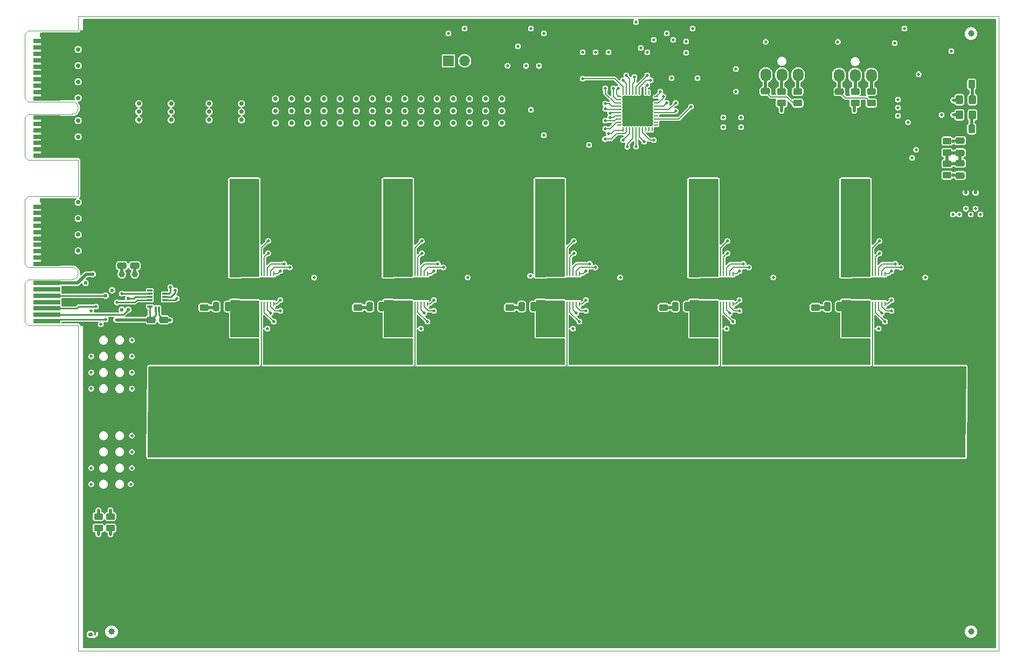
<source format=gbr>
%TF.GenerationSoftware,KiCad,Pcbnew,8.0.6*%
%TF.CreationDate,2024-11-29T00:06:03+01:00*%
%TF.ProjectId,EKO_Miner_PowerBoard-53667,454b4f5f-4d69-46e6-9572-5f506f776572,rev?*%
%TF.SameCoordinates,Original*%
%TF.FileFunction,Copper,L6,Bot*%
%TF.FilePolarity,Positive*%
%FSLAX46Y46*%
G04 Gerber Fmt 4.6, Leading zero omitted, Abs format (unit mm)*
G04 Created by KiCad (PCBNEW 8.0.6) date 2024-11-29 00:06:03*
%MOMM*%
%LPD*%
G01*
G04 APERTURE LIST*
G04 Aperture macros list*
%AMRoundRect*
0 Rectangle with rounded corners*
0 $1 Rounding radius*
0 $2 $3 $4 $5 $6 $7 $8 $9 X,Y pos of 4 corners*
0 Add a 4 corners polygon primitive as box body*
4,1,4,$2,$3,$4,$5,$6,$7,$8,$9,$2,$3,0*
0 Add four circle primitives for the rounded corners*
1,1,$1+$1,$2,$3*
1,1,$1+$1,$4,$5*
1,1,$1+$1,$6,$7*
1,1,$1+$1,$8,$9*
0 Add four rect primitives between the rounded corners*
20,1,$1+$1,$2,$3,$4,$5,0*
20,1,$1+$1,$4,$5,$6,$7,0*
20,1,$1+$1,$6,$7,$8,$9,0*
20,1,$1+$1,$8,$9,$2,$3,0*%
G04 Aperture macros list end*
%ADD10C,0.300000*%
%TA.AperFunction,EtchedComponent*%
%ADD11C,0.000000*%
%TD*%
%TA.AperFunction,ComponentPad*%
%ADD12R,1.730000X2.030000*%
%TD*%
%TA.AperFunction,ComponentPad*%
%ADD13O,1.730000X2.030000*%
%TD*%
%TA.AperFunction,ComponentPad*%
%ADD14C,0.800000*%
%TD*%
%TA.AperFunction,ComponentPad*%
%ADD15C,6.400000*%
%TD*%
%TA.AperFunction,ConnectorPad*%
%ADD16R,3.200000X0.700000*%
%TD*%
%TA.AperFunction,ConnectorPad*%
%ADD17R,4.300000X0.700000*%
%TD*%
%TA.AperFunction,SMDPad,CuDef*%
%ADD18RoundRect,0.250000X-0.325000X-1.100000X0.325000X-1.100000X0.325000X1.100000X-0.325000X1.100000X0*%
%TD*%
%TA.AperFunction,SMDPad,CuDef*%
%ADD19C,1.000000*%
%TD*%
%TA.AperFunction,SMDPad,CuDef*%
%ADD20RoundRect,0.250000X-0.262500X-0.450000X0.262500X-0.450000X0.262500X0.450000X-0.262500X0.450000X0*%
%TD*%
%TA.AperFunction,SMDPad,CuDef*%
%ADD21RoundRect,0.250000X-0.450000X0.262500X-0.450000X-0.262500X0.450000X-0.262500X0.450000X0.262500X0*%
%TD*%
%TA.AperFunction,SMDPad,CuDef*%
%ADD22RoundRect,0.250000X0.250000X0.475000X-0.250000X0.475000X-0.250000X-0.475000X0.250000X-0.475000X0*%
%TD*%
%TA.AperFunction,SMDPad,CuDef*%
%ADD23RoundRect,0.250000X0.325000X1.100000X-0.325000X1.100000X-0.325000X-1.100000X0.325000X-1.100000X0*%
%TD*%
%TA.AperFunction,SMDPad,CuDef*%
%ADD24RoundRect,0.250000X-1.025000X0.875000X-1.025000X-0.875000X1.025000X-0.875000X1.025000X0.875000X0*%
%TD*%
%TA.AperFunction,SMDPad,CuDef*%
%ADD25R,3.050000X3.300000*%
%TD*%
%TA.AperFunction,SMDPad,CuDef*%
%ADD26R,0.249999X0.700001*%
%TD*%
%TA.AperFunction,SMDPad,CuDef*%
%ADD27R,2.849999X0.800001*%
%TD*%
%TA.AperFunction,ComponentPad*%
%ADD28C,0.499999*%
%TD*%
%TA.AperFunction,SMDPad,CuDef*%
%ADD29R,5.400000X3.300001*%
%TD*%
%TA.AperFunction,SMDPad,CuDef*%
%ADD30RoundRect,0.250000X0.475000X-0.250000X0.475000X0.250000X-0.475000X0.250000X-0.475000X-0.250000X0*%
%TD*%
%TA.AperFunction,SMDPad,CuDef*%
%ADD31RoundRect,0.028600X-0.101400X-0.401400X0.101400X-0.401400X0.101400X0.401400X-0.101400X0.401400X0*%
%TD*%
%TA.AperFunction,SMDPad,CuDef*%
%ADD32RoundRect,0.007800X-0.422200X-0.122200X0.422200X-0.122200X0.422200X0.122200X-0.422200X0.122200X0*%
%TD*%
%TA.AperFunction,ComponentPad*%
%ADD33C,0.400000*%
%TD*%
%TA.AperFunction,SMDPad,CuDef*%
%ADD34R,1.000000X2.000000*%
%TD*%
%TA.AperFunction,SMDPad,CuDef*%
%ADD35RoundRect,0.250000X-0.475000X0.250000X-0.475000X-0.250000X0.475000X-0.250000X0.475000X0.250000X0*%
%TD*%
%TA.AperFunction,SMDPad,CuDef*%
%ADD36RoundRect,0.250000X0.325000X0.450000X-0.325000X0.450000X-0.325000X-0.450000X0.325000X-0.450000X0*%
%TD*%
%TA.AperFunction,SMDPad,CuDef*%
%ADD37C,0.500000*%
%TD*%
%TA.AperFunction,SMDPad,CuDef*%
%ADD38RoundRect,0.049500X-0.250500X-0.060500X0.250500X-0.060500X0.250500X0.060500X-0.250500X0.060500X0*%
%TD*%
%TA.AperFunction,SMDPad,CuDef*%
%ADD39RoundRect,0.049500X-0.060500X-0.250500X0.060500X-0.250500X0.060500X0.250500X-0.060500X0.250500X0*%
%TD*%
%TA.AperFunction,ComponentPad*%
%ADD40C,0.500000*%
%TD*%
%TA.AperFunction,SMDPad,CuDef*%
%ADD41RoundRect,0.062250X-2.012750X-2.012750X2.012750X-2.012750X2.012750X2.012750X-2.012750X2.012750X0*%
%TD*%
%TA.AperFunction,ComponentPad*%
%ADD42R,1.700000X1.700000*%
%TD*%
%TA.AperFunction,ComponentPad*%
%ADD43O,1.700000X1.700000*%
%TD*%
%TA.AperFunction,ViaPad*%
%ADD44C,0.700000*%
%TD*%
%TA.AperFunction,ViaPad*%
%ADD45C,0.500000*%
%TD*%
%TA.AperFunction,ViaPad*%
%ADD46C,0.600000*%
%TD*%
%TA.AperFunction,Conductor*%
%ADD47C,0.200000*%
%TD*%
%TA.AperFunction,Conductor*%
%ADD48C,0.500000*%
%TD*%
%TA.AperFunction,Conductor*%
%ADD49C,0.250000*%
%TD*%
%TA.AperFunction,Profile*%
%ADD50C,0.100000*%
%TD*%
G04 APERTURE END LIST*
D10*
G36*
X76916031Y-122203481D02*
G01*
X76953035Y-122240485D01*
X76997742Y-122329898D01*
X76997742Y-122544793D01*
X76953035Y-122634206D01*
X76916030Y-122671211D01*
X76826618Y-122715917D01*
X76540295Y-122715917D01*
X76450882Y-122671211D01*
X76413878Y-122634207D01*
X76369171Y-122544792D01*
X76369171Y-122329899D01*
X76413878Y-122240484D01*
X76450882Y-122203480D01*
X76540295Y-122158774D01*
X76826618Y-122158774D01*
X76916031Y-122203481D01*
G37*
G36*
X78035838Y-123182584D02*
G01*
X75902504Y-123182584D01*
X75902504Y-122294489D01*
X76069171Y-122294489D01*
X76069171Y-122580203D01*
X76072053Y-122609467D01*
X76074116Y-122614447D01*
X76074498Y-122619822D01*
X76085007Y-122647285D01*
X76156436Y-122790142D01*
X76164364Y-122802737D01*
X76165879Y-122806394D01*
X76169258Y-122810511D01*
X76172101Y-122815028D01*
X76175095Y-122817625D01*
X76184533Y-122829125D01*
X76255961Y-122900554D01*
X76267466Y-122909996D01*
X76270061Y-122912988D01*
X76274571Y-122915827D01*
X76278692Y-122919209D01*
X76282351Y-122920724D01*
X76294946Y-122928653D01*
X76437804Y-123000081D01*
X76465267Y-123010591D01*
X76470642Y-123010972D01*
X76475621Y-123013035D01*
X76504885Y-123015917D01*
X77076314Y-123015917D01*
X77081417Y-123015414D01*
X77083605Y-123015740D01*
X77094555Y-123014120D01*
X77105578Y-123013035D01*
X77107622Y-123012187D01*
X77112694Y-123011438D01*
X77398408Y-122940010D01*
X77415649Y-122933850D01*
X77419285Y-122933131D01*
X77422580Y-122931374D01*
X77426099Y-122930117D01*
X77429076Y-122927910D01*
X77445233Y-122919297D01*
X77659519Y-122776439D01*
X77659599Y-122776372D01*
X77659650Y-122776352D01*
X77670786Y-122767212D01*
X77682270Y-122757809D01*
X77682301Y-122757762D01*
X77682381Y-122757697D01*
X77753809Y-122686268D01*
X77763247Y-122674767D01*
X77766241Y-122672171D01*
X77769081Y-122667658D01*
X77772463Y-122663538D01*
X77773978Y-122659878D01*
X77781906Y-122647285D01*
X77853335Y-122504429D01*
X77863844Y-122476965D01*
X77864225Y-122471590D01*
X77866289Y-122466610D01*
X77869171Y-122437346D01*
X77869171Y-122151632D01*
X77866289Y-122122368D01*
X77843891Y-122068296D01*
X77802507Y-122026912D01*
X77748435Y-122004514D01*
X77689907Y-122004514D01*
X77635835Y-122026912D01*
X77594451Y-122068296D01*
X77572053Y-122122368D01*
X77569171Y-122151632D01*
X77569171Y-122401935D01*
X77524463Y-122491349D01*
X77480751Y-122535062D01*
X77300439Y-122655270D01*
X77274695Y-122661706D01*
X77281906Y-122647284D01*
X77292416Y-122619821D01*
X77292797Y-122614445D01*
X77294860Y-122609467D01*
X77297742Y-122580203D01*
X77297742Y-122294489D01*
X77294860Y-122265225D01*
X77292797Y-122260246D01*
X77292416Y-122254871D01*
X77281906Y-122227408D01*
X77210478Y-122084550D01*
X77202551Y-122071958D01*
X77201035Y-122068297D01*
X77197651Y-122064174D01*
X77194813Y-122059665D01*
X77191821Y-122057070D01*
X77182380Y-122045566D01*
X77110951Y-121974137D01*
X77099449Y-121964697D01*
X77096853Y-121961704D01*
X77092339Y-121958863D01*
X77088220Y-121955482D01*
X77084560Y-121953966D01*
X77071967Y-121946039D01*
X76929110Y-121874610D01*
X76901647Y-121864101D01*
X76896272Y-121863719D01*
X76891292Y-121861656D01*
X76862028Y-121858774D01*
X76504885Y-121858774D01*
X76475621Y-121861656D01*
X76470640Y-121863719D01*
X76465266Y-121864101D01*
X76437802Y-121874610D01*
X76294946Y-121946039D01*
X76282349Y-121953967D01*
X76278692Y-121955483D01*
X76274574Y-121958862D01*
X76270060Y-121961704D01*
X76267462Y-121964698D01*
X76255961Y-121974138D01*
X76184533Y-122045567D01*
X76175095Y-122057066D01*
X76172101Y-122059664D01*
X76169258Y-122064180D01*
X76165879Y-122068298D01*
X76164364Y-122071954D01*
X76156436Y-122084550D01*
X76085007Y-122227407D01*
X76074498Y-122254870D01*
X76074116Y-122260244D01*
X76072053Y-122265225D01*
X76069171Y-122294489D01*
X75902504Y-122294489D01*
X75902504Y-121692107D01*
X78035838Y-121692107D01*
X78035838Y-123182584D01*
G37*
D11*
%TA.AperFunction,EtchedComponent*%
%TO.C,NT4*%
G36*
X214446000Y-52983000D02*
G01*
X213946000Y-52983000D01*
X213946000Y-51983000D01*
X214446000Y-51983000D01*
X214446000Y-52983000D01*
G37*
%TD.AperFunction*%
%TA.AperFunction,EtchedComponent*%
%TO.C,NT3*%
G36*
X215970000Y-52983000D02*
G01*
X215470000Y-52983000D01*
X215470000Y-51983000D01*
X215970000Y-51983000D01*
X215970000Y-52983000D01*
G37*
%TD.AperFunction*%
%TD*%
D12*
%TO.P,J5,1,Pin_1*%
%TO.N,GND*%
X191717000Y-34576000D03*
D13*
%TO.P,J5,2,Pin_2*%
%TO.N,+12V_PWR*%
X194257000Y-34576000D03*
%TO.P,J5,3,Pin_3*%
%TO.N,/FAN/FAN2_TACH*%
X196797000Y-34576000D03*
%TO.P,J5,4,Pin_4*%
%TO.N,/FAN/FAN2_PWM*%
X199337000Y-34576000D03*
%TD*%
D14*
%TO.P,H18,1,1*%
%TO.N,GND*%
X183600000Y-60000000D03*
X184302944Y-58302944D03*
X184302944Y-61697056D03*
X186000000Y-57600000D03*
D15*
X186000000Y-60000000D03*
D14*
X186000000Y-62400000D03*
X187697056Y-58302944D03*
X187697056Y-61697056D03*
X188400000Y-60000000D03*
%TD*%
%TO.P,H19,1,1*%
%TO.N,VPWR_ASIC*%
X183600000Y-91000000D03*
X184302944Y-89302944D03*
X184302944Y-92697056D03*
X186000000Y-88600000D03*
D15*
X186000000Y-91000000D03*
D14*
X186000000Y-93400000D03*
X187697056Y-89302944D03*
X187697056Y-92697056D03*
X188400000Y-91000000D03*
%TD*%
%TO.P,H21,1,1*%
%TO.N,VPWR_ASIC*%
X207600000Y-84000000D03*
X208302944Y-82302944D03*
X208302944Y-85697056D03*
X210000000Y-81600000D03*
D15*
X210000000Y-84000000D03*
D14*
X210000000Y-86400000D03*
X211697056Y-82302944D03*
X211697056Y-85697056D03*
X212400000Y-84000000D03*
%TD*%
%TO.P,H23,1,1*%
%TO.N,VPWR_ASIC*%
X207600000Y-91000000D03*
X208302944Y-89302944D03*
X208302944Y-92697056D03*
X210000000Y-88600000D03*
D15*
X210000000Y-91000000D03*
D14*
X210000000Y-93400000D03*
X211697056Y-89302944D03*
X211697056Y-92697056D03*
X212400000Y-91000000D03*
%TD*%
%TO.P,H12,1,1*%
%TO.N,GND*%
X135600000Y-115000000D03*
X136302944Y-113302944D03*
X136302944Y-116697056D03*
X138000000Y-112600000D03*
D15*
X138000000Y-115000000D03*
D14*
X138000000Y-117400000D03*
X139697056Y-113302944D03*
X139697056Y-116697056D03*
X140400000Y-115000000D03*
%TD*%
%TO.P,H3,1,1*%
%TO.N,VPWR_ASIC*%
X87600000Y-91000000D03*
X88302944Y-89302944D03*
X88302944Y-92697056D03*
X90000000Y-88600000D03*
D15*
X90000000Y-91000000D03*
D14*
X90000000Y-93400000D03*
X91697056Y-89302944D03*
X91697056Y-92697056D03*
X92400000Y-91000000D03*
%TD*%
D16*
%TO.P,J2,A1,A1*%
%TO.N,GND*%
X70350000Y-54200000D03*
D17*
%TO.P,J2,A2,A2*%
X69800000Y-55200000D03*
%TO.P,J2,A3,A3*%
X69800000Y-56200000D03*
%TO.P,J2,A4,A4*%
X69800000Y-57200000D03*
%TO.P,J2,A5,A5*%
X69800000Y-58200000D03*
%TO.P,J2,A6,A6*%
X69800000Y-59200000D03*
%TO.P,J2,A7,A7*%
X69800000Y-60200000D03*
%TO.P,J2,A8,A8*%
X69800000Y-61200000D03*
%TO.P,J2,A9,A9*%
X69800000Y-62200000D03*
%TO.P,J2,A10,A10*%
X69800000Y-63200000D03*
%TO.P,J2,A11,A11*%
X69800000Y-64200000D03*
%TO.P,J2,A12,A12*%
%TO.N,+5V_PSU*%
X69800000Y-67200000D03*
%TO.P,J2,A13,A13*%
%TO.N,unconnected-(J2-PadA13)*%
X69800000Y-68200000D03*
%TO.P,J2,A14,A14*%
%TO.N,/RST_BUCKn*%
X69800000Y-69200000D03*
%TO.P,J2,A15,A15*%
%TO.N,unconnected-(J2-PadA15)*%
X69800000Y-70200000D03*
%TO.P,J2,A16,A16*%
%TO.N,/SCL*%
X69800000Y-71200000D03*
%TO.P,J2,A17,A17*%
%TO.N,/DB_TX*%
X69800000Y-72200000D03*
%TO.P,J2,A18,A18*%
%TO.N,/ID0*%
X69800000Y-73200000D03*
%TD*%
D14*
%TO.P,H15,1,1*%
%TO.N,VPWR_ASIC*%
X159600000Y-91000000D03*
X160302944Y-89302944D03*
X160302944Y-92697056D03*
X162000000Y-88600000D03*
D15*
X162000000Y-91000000D03*
D14*
X162000000Y-93400000D03*
X163697056Y-89302944D03*
X163697056Y-92697056D03*
X164400000Y-91000000D03*
%TD*%
%TO.P,H17,1,1*%
%TO.N,VPWR_ASIC*%
X183600000Y-84000000D03*
X184302944Y-82302944D03*
X184302944Y-85697056D03*
X186000000Y-81600000D03*
D15*
X186000000Y-84000000D03*
D14*
X186000000Y-86400000D03*
X187697056Y-82302944D03*
X187697056Y-85697056D03*
X188400000Y-84000000D03*
%TD*%
D16*
%TO.P,J1,A1,A1*%
%TO.N,GND*%
X70350000Y-28200000D03*
D17*
%TO.P,J1,A2,A2*%
X69800000Y-29200000D03*
%TO.P,J1,A3,A3*%
X69800000Y-30200000D03*
%TO.P,J1,A4,A4*%
X69800000Y-31200000D03*
%TO.P,J1,A5,A5*%
X69800000Y-32200000D03*
%TO.P,J1,A6,A6*%
X69800000Y-33200000D03*
%TO.P,J1,A7,A7*%
X69800000Y-34200000D03*
%TO.P,J1,A8,A8*%
X69800000Y-35200000D03*
%TO.P,J1,A9,A9*%
X69800000Y-36200000D03*
%TO.P,J1,A10,A10*%
X69800000Y-37200000D03*
%TO.P,J1,A11,A11*%
X69800000Y-38200000D03*
%TO.P,J1,A12,A12*%
X69800000Y-41200000D03*
%TO.P,J1,A13,A13*%
X69800000Y-42200000D03*
%TO.P,J1,A14,A14*%
X69800000Y-43200000D03*
%TO.P,J1,A15,A15*%
X69800000Y-44200000D03*
%TO.P,J1,A16,A16*%
X69800000Y-45200000D03*
%TO.P,J1,A17,A17*%
X69800000Y-46200000D03*
%TO.P,J1,A18,A18*%
X69800000Y-47200000D03*
%TD*%
D14*
%TO.P,H6,1,1*%
%TO.N,GND*%
X111600000Y-60000000D03*
X112302944Y-58302944D03*
X112302944Y-61697056D03*
X114000000Y-57600000D03*
D15*
X114000000Y-60000000D03*
D14*
X114000000Y-62400000D03*
X115697056Y-58302944D03*
X115697056Y-61697056D03*
X116400000Y-60000000D03*
%TD*%
%TO.P,H22,1,1*%
%TO.N,GND*%
X207600000Y-60000000D03*
X208302944Y-58302944D03*
X208302944Y-61697056D03*
X210000000Y-57600000D03*
D15*
X210000000Y-60000000D03*
D14*
X210000000Y-62400000D03*
X211697056Y-58302944D03*
X211697056Y-61697056D03*
X212400000Y-60000000D03*
%TD*%
%TO.P,H20,1,1*%
%TO.N,GND*%
X183600000Y-115000000D03*
X184302944Y-113302944D03*
X184302944Y-116697056D03*
X186000000Y-112600000D03*
D15*
X186000000Y-115000000D03*
D14*
X186000000Y-117400000D03*
X187697056Y-113302944D03*
X187697056Y-116697056D03*
X188400000Y-115000000D03*
%TD*%
%TO.P,H4,1,1*%
%TO.N,GND*%
X87600000Y-115000000D03*
X88302944Y-113302944D03*
X88302944Y-116697056D03*
X90000000Y-112600000D03*
D15*
X90000000Y-115000000D03*
D14*
X90000000Y-117400000D03*
X91697056Y-113302944D03*
X91697056Y-116697056D03*
X92400000Y-115000000D03*
%TD*%
%TO.P,H24,1,1*%
%TO.N,GND*%
X207600000Y-115000000D03*
X208302944Y-113302944D03*
X208302944Y-116697056D03*
X210000000Y-112600000D03*
D15*
X210000000Y-115000000D03*
D14*
X210000000Y-117400000D03*
X211697056Y-113302944D03*
X211697056Y-116697056D03*
X212400000Y-115000000D03*
%TD*%
%TO.P,H16,1,1*%
%TO.N,GND*%
X159600000Y-115000000D03*
X160302944Y-113302944D03*
X160302944Y-116697056D03*
X162000000Y-112600000D03*
D15*
X162000000Y-115000000D03*
D14*
X162000000Y-117400000D03*
X163697056Y-113302944D03*
X163697056Y-116697056D03*
X164400000Y-115000000D03*
%TD*%
%TO.P,H7,1,1*%
%TO.N,VPWR_ASIC*%
X111600000Y-91000000D03*
X112302944Y-89302944D03*
X112302944Y-92697056D03*
X114000000Y-88600000D03*
D15*
X114000000Y-91000000D03*
D14*
X114000000Y-93400000D03*
X115697056Y-89302944D03*
X115697056Y-92697056D03*
X116400000Y-91000000D03*
%TD*%
%TO.P,H5,1,1*%
%TO.N,VPWR_ASIC*%
X111600000Y-84000000D03*
X112302944Y-82302944D03*
X112302944Y-85697056D03*
X114000000Y-81600000D03*
D15*
X114000000Y-84000000D03*
D14*
X114000000Y-86400000D03*
X115697056Y-82302944D03*
X115697056Y-85697056D03*
X116400000Y-84000000D03*
%TD*%
%TO.P,H10,1,1*%
%TO.N,GND*%
X135600000Y-60000000D03*
X136302944Y-58302944D03*
X136302944Y-61697056D03*
X138000000Y-57600000D03*
D15*
X138000000Y-60000000D03*
D14*
X138000000Y-62400000D03*
X139697056Y-58302944D03*
X139697056Y-61697056D03*
X140400000Y-60000000D03*
%TD*%
%TO.P,H8,1,1*%
%TO.N,GND*%
X111600000Y-115000000D03*
X112302944Y-113302944D03*
X112302944Y-116697056D03*
X114000000Y-112600000D03*
D15*
X114000000Y-115000000D03*
D14*
X114000000Y-117400000D03*
X115697056Y-113302944D03*
X115697056Y-116697056D03*
X116400000Y-115000000D03*
%TD*%
%TO.P,H13,1,1*%
%TO.N,VPWR_ASIC*%
X159600000Y-84000000D03*
X160302944Y-82302944D03*
X160302944Y-85697056D03*
X162000000Y-81600000D03*
D15*
X162000000Y-84000000D03*
D14*
X162000000Y-86400000D03*
X163697056Y-82302944D03*
X163697056Y-85697056D03*
X164400000Y-84000000D03*
%TD*%
%TO.P,H2,1,1*%
%TO.N,GND*%
X87600000Y-60000000D03*
X88302944Y-58302944D03*
X88302944Y-61697056D03*
X90000000Y-57600000D03*
D15*
X90000000Y-60000000D03*
D14*
X90000000Y-62400000D03*
X91697056Y-58302944D03*
X91697056Y-61697056D03*
X92400000Y-60000000D03*
%TD*%
D12*
%TO.P,J6,1,Pin_1*%
%TO.N,GND*%
X180215000Y-34513000D03*
D13*
%TO.P,J6,2,Pin_2*%
%TO.N,+12V_PWR*%
X182755000Y-34513000D03*
%TO.P,J6,3,Pin_3*%
%TO.N,/FAN/FAN1_TACH*%
X185295000Y-34513000D03*
%TO.P,J6,4,Pin_4*%
%TO.N,/FAN/FAN1_PWM*%
X187835000Y-34513000D03*
%TD*%
D14*
%TO.P,H1,1,1*%
%TO.N,VPWR_ASIC*%
X87600000Y-84000000D03*
X88302944Y-82302944D03*
X88302944Y-85697056D03*
X90000000Y-81600000D03*
D15*
X90000000Y-84000000D03*
D14*
X90000000Y-86400000D03*
X91697056Y-82302944D03*
X91697056Y-85697056D03*
X92400000Y-84000000D03*
%TD*%
%TO.P,H9,1,1*%
%TO.N,VPWR_ASIC*%
X135600000Y-84000000D03*
X136302944Y-82302944D03*
X136302944Y-85697056D03*
X138000000Y-81600000D03*
D15*
X138000000Y-84000000D03*
D14*
X138000000Y-86400000D03*
X139697056Y-82302944D03*
X139697056Y-85697056D03*
X140400000Y-84000000D03*
%TD*%
%TO.P,H11,1,1*%
%TO.N,VPWR_ASIC*%
X135600000Y-91000000D03*
X136302944Y-89302944D03*
X136302944Y-92697056D03*
X138000000Y-88600000D03*
D15*
X138000000Y-91000000D03*
D14*
X138000000Y-93400000D03*
X139697056Y-89302944D03*
X139697056Y-92697056D03*
X140400000Y-91000000D03*
%TD*%
%TO.P,H14,1,1*%
%TO.N,GND*%
X159600000Y-60000000D03*
X160302944Y-58302944D03*
X160302944Y-61697056D03*
X162000000Y-57600000D03*
D15*
X162000000Y-60000000D03*
D14*
X162000000Y-62400000D03*
X163697056Y-58302944D03*
X163697056Y-61697056D03*
X164400000Y-60000000D03*
%TD*%
D18*
%TO.P,C28,1*%
%TO.N,+12V_PWR*%
X174621000Y-52609999D03*
%TO.P,C28,2*%
%TO.N,GND*%
X177571000Y-52609999D03*
%TD*%
D19*
%TO.P,TP4,1,1*%
%TO.N,+5V_PSU*%
X81608000Y-65818000D03*
%TD*%
D20*
%TO.P,R1,1*%
%TO.N,GND*%
X213283500Y-42958000D03*
%TO.P,R1,2*%
%TO.N,Net-(D1-K)*%
X215108500Y-42958000D03*
%TD*%
D21*
%TO.P,R29,1*%
%TO.N,GND*%
X94562000Y-69223500D03*
%TO.P,R29,2*%
%TO.N,Net-(C107-Pad2)*%
X94562000Y-71048500D03*
%TD*%
%TO.P,R12,1*%
%TO.N,/VSN*%
X79830000Y-103894500D03*
%TO.P,R12,2*%
%TO.N,/PSU_53667/VSENSE-*%
X79830000Y-105719500D03*
%TD*%
D22*
%TO.P,C135,1*%
%TO.N,+12V_PWR*%
X195080000Y-63912999D03*
%TO.P,C135,2*%
%TO.N,GND*%
X193180000Y-63912999D03*
%TD*%
%TO.P,C107,1*%
%TO.N,Net-(U9-SW)*%
X98306000Y-70898000D03*
%TO.P,C107,2*%
%TO.N,Net-(C107-Pad2)*%
X96406000Y-70898000D03*
%TD*%
D23*
%TO.P,C59,1*%
%TO.N,+12V_PWR*%
X99212000Y-55912000D03*
%TO.P,C59,2*%
%TO.N,GND*%
X96262000Y-55912000D03*
%TD*%
D24*
%TO.P,C127,1*%
%TO.N,VPWR_ASIC*%
X128979000Y-89796000D03*
%TO.P,C127,2*%
%TO.N,GND*%
X128979000Y-96196000D03*
%TD*%
D22*
%TO.P,C158,1*%
%TO.N,Net-(U12-SW)*%
X170442000Y-70897999D03*
%TO.P,C158,2*%
%TO.N,Net-(C158-Pad2)*%
X168542000Y-70897999D03*
%TD*%
D21*
%TO.P,R5,1*%
%TO.N,Net-(U3-REF)*%
X211259000Y-48438500D03*
%TO.P,R5,2*%
%TO.N,/CTN1*%
X211259000Y-50263500D03*
%TD*%
D22*
%TO.P,C206,1*%
%TO.N,+12V_PWR*%
X171204000Y-61372999D03*
%TO.P,C206,2*%
%TO.N,GND*%
X169304000Y-61372999D03*
%TD*%
D18*
%TO.P,C80,1*%
%TO.N,+12V_PWR*%
X126615000Y-52610000D03*
%TO.P,C80,2*%
%TO.N,GND*%
X129565000Y-52610000D03*
%TD*%
D25*
%TO.P,L5,1,1*%
%TO.N,Net-(U13-SW)*%
X197686000Y-74074999D03*
%TO.P,L5,2,2*%
%TO.N,VPWR_ASIC*%
X197686000Y-81944999D03*
%TD*%
D22*
%TO.P,C134,1*%
%TO.N,+12V_PWR*%
X171204000Y-63912999D03*
%TO.P,C134,2*%
%TO.N,GND*%
X169304000Y-63912999D03*
%TD*%
D26*
%TO.P,U11,1,REFIN*%
%TO.N,+VREF*%
X153500630Y-70454002D03*
%TO.P,U11,2,IOUT*%
%TO.N,/PSU_53667/TPS_CSP3*%
X153000504Y-70454002D03*
%TO.P,U11,3,LSET*%
%TO.N,Net-(U11-LSET)*%
X152500378Y-70454002D03*
%TO.P,U11,4,VDD*%
%TO.N,Net-(U11-VDD)*%
X152000252Y-70454002D03*
%TO.P,U11,5,VOS*%
%TO.N,VPWR_ASIC*%
X151500126Y-70454002D03*
D27*
%TO.P,U11,6,SW*%
%TO.N,Net-(U11-SW)*%
X149750000Y-70454002D03*
%TO.P,U11,7,VIN*%
%TO.N,+12V_PWR*%
X149750000Y-65754002D03*
D26*
%TO.P,U11,8,BOOTR*%
%TO.N,Net-(U11-BOOTR)*%
X151500126Y-65754002D03*
%TO.P,U11,9,BOOT*%
%TO.N,Net-(U11-BOOT)*%
X152000252Y-65754002D03*
%TO.P,U11,10,PWM*%
%TO.N,/PSU_53667/TPS_PWM3*%
X152500378Y-65754002D03*
%TO.P,U11,11,EN_FCCM*%
%TO.N,Net-(U11-EN_FCCM)*%
X153000504Y-65754002D03*
%TO.P,U11,12,TAO_FAULT*%
%TO.N,/PSU_53667/TSEN*%
X153500630Y-65754002D03*
D28*
%TO.P,U11,13,PGND*%
%TO.N,GND*%
X149680000Y-69504007D03*
X151000000Y-69504004D03*
X152320000Y-69504004D03*
D29*
X151000000Y-68104002D03*
D28*
X153450000Y-68104002D03*
X148550000Y-68103999D03*
X151000000Y-68103999D03*
X152320000Y-68103999D03*
X149680000Y-68103997D03*
X151000000Y-66704000D03*
X152320000Y-66704000D03*
X149680000Y-66703997D03*
%TD*%
D24*
%TO.P,C178,1*%
%TO.N,VPWR_ASIC*%
X200734000Y-89796000D03*
%TO.P,C178,2*%
%TO.N,GND*%
X200734000Y-96196000D03*
%TD*%
D18*
%TO.P,C25,1*%
%TO.N,+12V_PWR*%
X102485000Y-52610000D03*
%TO.P,C25,2*%
%TO.N,GND*%
X105435000Y-52610000D03*
%TD*%
D30*
%TO.P,C6,1*%
%TO.N,/CTN1*%
X213291000Y-50301000D03*
%TO.P,C6,2*%
%TO.N,Net-(U3-REF)*%
X213291000Y-48401000D03*
%TD*%
D24*
%TO.P,C126,1*%
%TO.N,VPWR_ASIC*%
X122883000Y-89796000D03*
%TO.P,C126,2*%
%TO.N,GND*%
X122883000Y-96196000D03*
%TD*%
D21*
%TO.P,R31,1*%
%TO.N,GND*%
X118692000Y-69223500D03*
%TO.P,R31,2*%
%TO.N,Net-(C124-Pad2)*%
X118692000Y-71048500D03*
%TD*%
D19*
%TO.P,FID5,*%
%TO.N,*%
X215000000Y-28000000D03*
%TD*%
D22*
%TO.P,C211,1*%
%TO.N,+12V_PWR*%
X171204000Y-58832999D03*
%TO.P,C211,2*%
%TO.N,GND*%
X169304000Y-58832999D03*
%TD*%
D19*
%TO.P,FID6,*%
%TO.N,*%
X215000000Y-122000000D03*
%TD*%
D22*
%TO.P,C133,1*%
%TO.N,+12V_PWR*%
X147074000Y-63912999D03*
%TO.P,C133,2*%
%TO.N,GND*%
X145174000Y-63912999D03*
%TD*%
D23*
%TO.P,C192,1*%
%TO.N,+12V_PWR*%
X195224000Y-55911999D03*
%TO.P,C192,2*%
%TO.N,GND*%
X192274000Y-55911999D03*
%TD*%
D31*
%TO.P,U2,1,VCCA*%
%TO.N,+3V3*%
X86946000Y-71313000D03*
D32*
%TO.P,U2,2,1DIR*%
X86011000Y-70878000D03*
%TO.P,U2,3,2DIR*%
%TO.N,GND*%
X86011000Y-70378000D03*
%TO.P,U2,4,1A1*%
%TO.N,/RST_ASICn*%
X86011000Y-69878000D03*
%TO.P,U2,5,1A2*%
%TO.N,/DB_TX*%
X86011000Y-69378000D03*
%TO.P,U2,6,2A1*%
%TO.N,/DB_RX*%
X86011000Y-68878000D03*
%TO.P,U2,7,2A2*%
%TO.N,unconnected-(U2-2A2-Pad7)*%
X86011000Y-68378000D03*
D31*
%TO.P,U2,8,GND*%
%TO.N,GND*%
X86946000Y-67943000D03*
D33*
%TO.P,U2,9,GND*%
X87196000Y-68928000D03*
D34*
X87196000Y-69628000D03*
D33*
X87196000Y-70328000D03*
D31*
X87446000Y-67943000D03*
D32*
%TO.P,U2,10,2B2*%
X88381000Y-68378000D03*
%TO.P,U2,11,2B1*%
%TO.N,/RO*%
X88381000Y-68878000D03*
%TO.P,U2,12,1B2*%
%TO.N,/CI*%
X88381000Y-69378000D03*
%TO.P,U2,13,1B1*%
%TO.N,/RSTIn*%
X88381000Y-69878000D03*
%TO.P,U2,14,2~{OE}*%
%TO.N,GND*%
X88381000Y-70378000D03*
%TO.P,U2,15,1~{OE}*%
X88381000Y-70878000D03*
D31*
%TO.P,U2,16,VCCB*%
%TO.N,+VLOGIC_HB*%
X87446000Y-71313000D03*
%TD*%
D18*
%TO.P,C1,1*%
%TO.N,+12V_PWR*%
X102485000Y-55912000D03*
%TO.P,C1,2*%
%TO.N,GND*%
X105435000Y-55912000D03*
%TD*%
%TO.P,C57,1*%
%TO.N,+12V_PWR*%
X198497000Y-55911999D03*
%TO.P,C57,2*%
%TO.N,GND*%
X201447000Y-55911999D03*
%TD*%
D22*
%TO.P,C208,1*%
%TO.N,+12V_PWR*%
X99068000Y-58833000D03*
%TO.P,C208,2*%
%TO.N,GND*%
X97168000Y-58833000D03*
%TD*%
D24*
%TO.P,C144,1*%
%TO.N,VPWR_ASIC*%
X152855000Y-89796000D03*
%TO.P,C144,2*%
%TO.N,GND*%
X152855000Y-96196000D03*
%TD*%
D18*
%TO.P,C34,1*%
%TO.N,+12V_PWR*%
X198497000Y-52609999D03*
%TO.P,C34,2*%
%TO.N,GND*%
X201447000Y-52609999D03*
%TD*%
D24*
%TO.P,C160,1*%
%TO.N,VPWR_ASIC*%
X170889000Y-89796000D03*
%TO.P,C160,2*%
%TO.N,GND*%
X170889000Y-96196000D03*
%TD*%
D30*
%TO.P,C7,1*%
%TO.N,Net-(U3-REF)*%
X213291000Y-46745000D03*
%TO.P,C7,2*%
%TO.N,/CTN2*%
X213291000Y-44845000D03*
%TD*%
D25*
%TO.P,L2,1,1*%
%TO.N,Net-(U10-SW)*%
X125804000Y-74075000D03*
%TO.P,L2,2,2*%
%TO.N,VPWR_ASIC*%
X125804000Y-81945000D03*
%TD*%
D21*
%TO.P,R33,1*%
%TO.N,GND*%
X142568000Y-69223499D03*
%TO.P,R33,2*%
%TO.N,Net-(C141-Pad2)*%
X142568000Y-71048499D03*
%TD*%
D23*
%TO.P,C191,1*%
%TO.N,+12V_PWR*%
X171348000Y-55911999D03*
%TO.P,C191,2*%
%TO.N,GND*%
X168398000Y-55911999D03*
%TD*%
D19*
%TO.P,FID4,*%
%TO.N,*%
X80000000Y-122000000D03*
%TD*%
D26*
%TO.P,U12,1,REFIN*%
%TO.N,+VREF*%
X177630630Y-70454002D03*
%TO.P,U12,2,IOUT*%
%TO.N,/PSU_53667/TPS_CSP4*%
X177130504Y-70454002D03*
%TO.P,U12,3,LSET*%
%TO.N,Net-(U12-LSET)*%
X176630378Y-70454002D03*
%TO.P,U12,4,VDD*%
%TO.N,Net-(U12-VDD)*%
X176130252Y-70454002D03*
%TO.P,U12,5,VOS*%
%TO.N,VPWR_ASIC*%
X175630126Y-70454002D03*
D27*
%TO.P,U12,6,SW*%
%TO.N,Net-(U12-SW)*%
X173880000Y-70454002D03*
%TO.P,U12,7,VIN*%
%TO.N,+12V_PWR*%
X173880000Y-65754002D03*
D26*
%TO.P,U12,8,BOOTR*%
%TO.N,Net-(U12-BOOTR)*%
X175630126Y-65754002D03*
%TO.P,U12,9,BOOT*%
%TO.N,Net-(U12-BOOT)*%
X176130252Y-65754002D03*
%TO.P,U12,10,PWM*%
%TO.N,/PSU_53667/TPS_PWM4*%
X176630378Y-65754002D03*
%TO.P,U12,11,EN_FCCM*%
%TO.N,Net-(U12-EN_FCCM)*%
X177130504Y-65754002D03*
%TO.P,U12,12,TAO_FAULT*%
%TO.N,/PSU_53667/TSEN*%
X177630630Y-65754002D03*
D28*
%TO.P,U12,13,PGND*%
%TO.N,GND*%
X173810000Y-69504007D03*
X175130000Y-69504004D03*
X176450000Y-69504004D03*
D29*
X175130000Y-68104002D03*
D28*
X177580000Y-68104002D03*
X172680000Y-68103999D03*
X175130000Y-68103999D03*
X176450000Y-68103999D03*
X173810000Y-68103997D03*
X175130000Y-66704000D03*
X176450000Y-66704000D03*
X173810000Y-66703997D03*
%TD*%
D21*
%TO.P,R6,1*%
%TO.N,/CTN2*%
X211259000Y-44882500D03*
%TO.P,R6,2*%
%TO.N,Net-(U3-REF)*%
X211259000Y-46707500D03*
%TD*%
D23*
%TO.P,C29,1*%
%TO.N,+12V_PWR*%
X171348000Y-52609999D03*
%TO.P,C29,2*%
%TO.N,GND*%
X168398000Y-52609999D03*
%TD*%
D35*
%TO.P,C8,1*%
%TO.N,+12V_PWR*%
X182700000Y-37063000D03*
%TO.P,C8,2*%
%TO.N,GND*%
X182700000Y-38963000D03*
%TD*%
D18*
%TO.P,C54,1*%
%TO.N,+12V_PWR*%
X174621000Y-55911999D03*
%TO.P,C54,2*%
%TO.N,GND*%
X177571000Y-55911999D03*
%TD*%
D23*
%TO.P,C26,1*%
%TO.N,+12V_PWR*%
X99212000Y-52610000D03*
%TO.P,C26,2*%
%TO.N,GND*%
X96262000Y-52610000D03*
%TD*%
%TO.P,C24,1*%
%TO.N,+12V_PWR*%
X147218000Y-52609999D03*
%TO.P,C24,2*%
%TO.N,GND*%
X144268000Y-52609999D03*
%TD*%
D21*
%TO.P,R37,1*%
%TO.N,GND*%
X190574000Y-69223499D03*
%TO.P,R37,2*%
%TO.N,Net-(C175-Pad2)*%
X190574000Y-71048499D03*
%TD*%
D18*
%TO.P,C52,1*%
%TO.N,+12V_PWR*%
X150491000Y-55911999D03*
%TO.P,C52,2*%
%TO.N,GND*%
X153441000Y-55911999D03*
%TD*%
D36*
%TO.P,D1,1,K*%
%TO.N,Net-(D1-K)*%
X215221000Y-40799000D03*
%TO.P,D1,2,A*%
%TO.N,+3V3*%
X213171000Y-40799000D03*
%TD*%
D22*
%TO.P,C203,1*%
%TO.N,+12V_PWR*%
X99068000Y-61373000D03*
%TO.P,C203,2*%
%TO.N,GND*%
X97168000Y-61373000D03*
%TD*%
%TO.P,C141,1*%
%TO.N,Net-(U11-SW)*%
X146312000Y-70897999D03*
%TO.P,C141,2*%
%TO.N,Net-(C141-Pad2)*%
X144412000Y-70897999D03*
%TD*%
D24*
%TO.P,C161,1*%
%TO.N,VPWR_ASIC*%
X176985000Y-89796000D03*
%TO.P,C161,2*%
%TO.N,GND*%
X176985000Y-96196000D03*
%TD*%
D25*
%TO.P,L4,1,1*%
%TO.N,Net-(U12-SW)*%
X173810000Y-74074999D03*
%TO.P,L4,2,2*%
%TO.N,VPWR_ASIC*%
X173810000Y-81944999D03*
%TD*%
D21*
%TO.P,R35,1*%
%TO.N,GND*%
X166698000Y-69223499D03*
%TO.P,R35,2*%
%TO.N,Net-(C158-Pad2)*%
X166698000Y-71048499D03*
%TD*%
D22*
%TO.P,C124,1*%
%TO.N,Net-(U10-SW)*%
X122436000Y-70898000D03*
%TO.P,C124,2*%
%TO.N,Net-(C124-Pad2)*%
X120536000Y-70898000D03*
%TD*%
%TO.P,C212,1*%
%TO.N,+12V_PWR*%
X195080000Y-58832999D03*
%TO.P,C212,2*%
%TO.N,GND*%
X193180000Y-58832999D03*
%TD*%
D36*
%TO.P,D2,1,K*%
%TO.N,Net-(D2-K)*%
X215221000Y-38386000D03*
%TO.P,D2,2,A*%
%TO.N,/PSU_53667/VR_RDY*%
X213171000Y-38386000D03*
%TD*%
D22*
%TO.P,C210,1*%
%TO.N,+12V_PWR*%
X147074000Y-58832999D03*
%TO.P,C210,2*%
%TO.N,GND*%
X145174000Y-58832999D03*
%TD*%
D26*
%TO.P,U9,1,REFIN*%
%TO.N,+VREF*%
X105494630Y-70454003D03*
%TO.P,U9,2,IOUT*%
%TO.N,/PSU_53667/TPS_CSP1*%
X104994504Y-70454003D03*
%TO.P,U9,3,LSET*%
%TO.N,Net-(U9-LSET)*%
X104494378Y-70454003D03*
%TO.P,U9,4,VDD*%
%TO.N,Net-(U9-VDD)*%
X103994252Y-70454003D03*
%TO.P,U9,5,VOS*%
%TO.N,VPWR_ASIC*%
X103494126Y-70454003D03*
D27*
%TO.P,U9,6,SW*%
%TO.N,Net-(U9-SW)*%
X101744000Y-70454003D03*
%TO.P,U9,7,VIN*%
%TO.N,+12V_PWR*%
X101744000Y-65754003D03*
D26*
%TO.P,U9,8,BOOTR*%
%TO.N,Net-(U9-BOOTR)*%
X103494126Y-65754003D03*
%TO.P,U9,9,BOOT*%
%TO.N,Net-(U9-BOOT)*%
X103994252Y-65754003D03*
%TO.P,U9,10,PWM*%
%TO.N,/PSU_53667/TPS_PWM1*%
X104494378Y-65754003D03*
%TO.P,U9,11,EN_FCCM*%
%TO.N,Net-(U9-EN_FCCM)*%
X104994504Y-65754003D03*
%TO.P,U9,12,TAO_FAULT*%
%TO.N,/PSU_53667/TSEN*%
X105494630Y-65754003D03*
D28*
%TO.P,U9,13,PGND*%
%TO.N,GND*%
X101674000Y-69504008D03*
X102994000Y-69504005D03*
X104314000Y-69504005D03*
D29*
X102994000Y-68104003D03*
D28*
X105444000Y-68104003D03*
X100544000Y-68104000D03*
X102994000Y-68104000D03*
X104314000Y-68104000D03*
X101674000Y-68103998D03*
X102994000Y-66704001D03*
X104314000Y-66704001D03*
X101674000Y-66703998D03*
%TD*%
D22*
%TO.P,C209,1*%
%TO.N,+12V_PWR*%
X123198000Y-58833000D03*
%TO.P,C209,2*%
%TO.N,GND*%
X121298000Y-58833000D03*
%TD*%
D24*
%TO.P,C177,1*%
%TO.N,VPWR_ASIC*%
X194638000Y-89796000D03*
%TO.P,C177,2*%
%TO.N,GND*%
X194638000Y-96196000D03*
%TD*%
D21*
%TO.P,R11,1*%
%TO.N,/VSP*%
X77925000Y-103894500D03*
%TO.P,R11,2*%
%TO.N,/PSU_53667/VSENSE+*%
X77925000Y-105719500D03*
%TD*%
%TO.P,R8,1*%
%TO.N,/FAN/FAN2_TACH*%
X196797000Y-37092500D03*
%TO.P,R8,2*%
%TO.N,+3V3*%
X196797000Y-38917500D03*
%TD*%
D26*
%TO.P,U13,1,REFIN*%
%TO.N,+VREF*%
X201506630Y-70454002D03*
%TO.P,U13,2,IOUT*%
%TO.N,/PSU_53667/TPS_CSP5*%
X201006504Y-70454002D03*
%TO.P,U13,3,LSET*%
%TO.N,Net-(U13-LSET)*%
X200506378Y-70454002D03*
%TO.P,U13,4,VDD*%
%TO.N,Net-(U13-VDD)*%
X200006252Y-70454002D03*
%TO.P,U13,5,VOS*%
%TO.N,VPWR_ASIC*%
X199506126Y-70454002D03*
D27*
%TO.P,U13,6,SW*%
%TO.N,Net-(U13-SW)*%
X197756000Y-70454002D03*
%TO.P,U13,7,VIN*%
%TO.N,+12V_PWR*%
X197756000Y-65754002D03*
D26*
%TO.P,U13,8,BOOTR*%
%TO.N,Net-(U13-BOOTR)*%
X199506126Y-65754002D03*
%TO.P,U13,9,BOOT*%
%TO.N,Net-(U13-BOOT)*%
X200006252Y-65754002D03*
%TO.P,U13,10,PWM*%
%TO.N,/PSU_53667/TPS_PWM5*%
X200506378Y-65754002D03*
%TO.P,U13,11,EN_FCCM*%
%TO.N,Net-(U13-EN_FCCM)*%
X201006504Y-65754002D03*
%TO.P,U13,12,TAO_FAULT*%
%TO.N,/PSU_53667/TSEN*%
X201506630Y-65754002D03*
D28*
%TO.P,U13,13,PGND*%
%TO.N,GND*%
X197686000Y-69504007D03*
X199006000Y-69504004D03*
X200326000Y-69504004D03*
D29*
X199006000Y-68104002D03*
D28*
X201456000Y-68104002D03*
X196556000Y-68103999D03*
X199006000Y-68103999D03*
X200326000Y-68103999D03*
X197686000Y-68103997D03*
X199006000Y-66704000D03*
X200326000Y-66704000D03*
X197686000Y-66703997D03*
%TD*%
D30*
%TO.P,C55,1*%
%TO.N,+5V_PSU*%
X81608000Y-64482000D03*
%TO.P,C55,2*%
%TO.N,GND*%
X81608000Y-62582000D03*
%TD*%
D37*
%TO.P,NT4,1,1*%
%TO.N,GND*%
X214196000Y-51983000D03*
%TO.P,NT4,2,2*%
%TO.N,/CTN1_RTN*%
X214196000Y-52983000D03*
%TD*%
D21*
%TO.P,R7,1*%
%TO.N,/FAN/FAN1_TACH*%
X185240000Y-37092500D03*
%TO.P,R7,2*%
%TO.N,+3V3*%
X185240000Y-38917500D03*
%TD*%
D22*
%TO.P,C204,1*%
%TO.N,+12V_PWR*%
X123198000Y-61373000D03*
%TO.P,C204,2*%
%TO.N,GND*%
X121298000Y-61373000D03*
%TD*%
%TO.P,C42,1*%
%TO.N,+12V_PWR*%
X99068000Y-63913000D03*
%TO.P,C42,2*%
%TO.N,GND*%
X97168000Y-63913000D03*
%TD*%
%TO.P,C132,1*%
%TO.N,+12V_PWR*%
X123198000Y-63913000D03*
%TO.P,C132,2*%
%TO.N,GND*%
X121298000Y-63913000D03*
%TD*%
%TO.P,C207,1*%
%TO.N,+12V_PWR*%
X195080000Y-61372999D03*
%TO.P,C207,2*%
%TO.N,GND*%
X193180000Y-61372999D03*
%TD*%
D25*
%TO.P,L1,1,1*%
%TO.N,Net-(U9-SW)*%
X101674000Y-74075000D03*
%TO.P,L1,2,2*%
%TO.N,VPWR_ASIC*%
X101674000Y-81945000D03*
%TD*%
%TO.P,L3,1,1*%
%TO.N,Net-(U11-SW)*%
X149680000Y-74074999D03*
%TO.P,L3,2,2*%
%TO.N,VPWR_ASIC*%
X149680000Y-81944999D03*
%TD*%
D21*
%TO.P,R9,1*%
%TO.N,/FAN/FAN1_PWM*%
X187780000Y-37100500D03*
%TO.P,R9,2*%
%TO.N,+12V_PWR*%
X187780000Y-38925500D03*
%TD*%
D30*
%TO.P,C53,1*%
%TO.N,+5V_STDBY*%
X83640000Y-64482000D03*
%TO.P,C53,2*%
%TO.N,GND*%
X83640000Y-62582000D03*
%TD*%
D23*
%TO.P,C35,1*%
%TO.N,+12V_PWR*%
X195224000Y-52609999D03*
%TO.P,C35,2*%
%TO.N,GND*%
X192274000Y-52609999D03*
%TD*%
D24*
%TO.P,C110,1*%
%TO.N,VPWR_ASIC*%
X104849000Y-89796000D03*
%TO.P,C110,2*%
%TO.N,GND*%
X104849000Y-96196000D03*
%TD*%
D38*
%TO.P,U4,1,OCL-R*%
%TO.N,unconnected-(U4-OCL-R-Pad1)*%
X159733998Y-42414000D03*
%TO.P,U4,2,IMON*%
%TO.N,Net-(U4-IMON)*%
X159733998Y-41914000D03*
%TO.P,U4,3,CSP1*%
%TO.N,/PSU_53667/TPS_CSP1*%
X159733998Y-41414000D03*
%TO.P,U4,4,CSP2*%
%TO.N,/PSU_53667/TPS_CSP2*%
X159733998Y-40914000D03*
%TO.P,U4,5,CSP3*%
%TO.N,/PSU_53667/TPS_CSP3*%
X159733998Y-40414000D03*
%TO.P,U4,6,CSP4*%
%TO.N,/PSU_53667/TPS_CSP4*%
X159733998Y-39914000D03*
%TO.P,U4,7,CSP5*%
%TO.N,/PSU_53667/TPS_CSP5*%
X159733998Y-39414000D03*
%TO.P,U4,8,CSP6*%
%TO.N,+VREF*%
X159733998Y-38914000D03*
%TO.P,U4,9,VSP*%
%TO.N,/PSU_53667/VSENSE+*%
X159733998Y-38414000D03*
%TO.P,U4,10,VSN*%
%TO.N,/PSU_53667/VSENSE-*%
X159733998Y-37914000D03*
D39*
%TO.P,U4,11,COMP*%
%TO.N,Net-(U4-COMP)*%
X160383998Y-37264000D03*
%TO.P,U4,12,ISUM*%
%TO.N,Net-(U4-ISUM)*%
X160883998Y-37264000D03*
%TO.P,U4,13,VREF*%
%TO.N,+VREF*%
X161383998Y-37264000D03*
%TO.P,U4,14,V3R3*%
%TO.N,+3V3*%
X161883998Y-37264000D03*
%TO.P,U4,15,V5*%
%TO.N,Net-(U4-V5)*%
X162383998Y-37264000D03*
%TO.P,U4,16,VIN*%
%TO.N,Net-(U4-VIN)*%
X162883998Y-37264000D03*
%TO.P,U4,17,GND_17*%
%TO.N,GND*%
X163383998Y-37264000D03*
%TO.P,U4,18,VR_RDY*%
%TO.N,/PSU_53667/VR_RDY*%
X163883998Y-37264000D03*
%TO.P,U4,19,~{VR_HOT}*%
%TO.N,unconnected-(U4-~{VR_HOT}-Pad19)*%
X164383998Y-37264000D03*
%TO.P,U4,20,GND_20*%
%TO.N,GND*%
X164883998Y-37264000D03*
D38*
%TO.P,U4,21,~{RESET}*%
%TO.N,/RST_BUCKn*%
X165533998Y-37914000D03*
%TO.P,U4,22,GND_22*%
%TO.N,GND*%
X165533998Y-38414000D03*
%TO.P,U4,23,ENABLE*%
%TO.N,+3V3*%
X165533998Y-38914000D03*
%TO.P,U4,24,PMB_CLK*%
%TO.N,/SCL*%
X165533998Y-39414000D03*
%TO.P,U4,25,~{PMB_ALERT}*%
%TO.N,/ALERTn_oc*%
X165533998Y-39914000D03*
%TO.P,U4,26,PMB_DIO*%
%TO.N,/SDA*%
X165533998Y-40414000D03*
%TO.P,U4,27,~{VR_FAULT}*%
%TO.N,unconnected-(U4-~{VR_FAULT}-Pad27)*%
X165533998Y-40914000D03*
%TO.P,U4,28,ADDR-TRISE*%
%TO.N,/PSU_53667/ADDR-TRISE*%
X165533998Y-41414000D03*
%TO.P,U4,29,SLEW-MODE*%
%TO.N,unconnected-(U4-SLEW-MODE-Pad29)*%
X165533998Y-41914000D03*
%TO.P,U4,30,O-USR*%
%TO.N,unconnected-(U4-O-USR-Pad30)*%
X165533998Y-42414000D03*
D39*
%TO.P,U4,31,VBOOT*%
%TO.N,unconnected-(U4-VBOOT-Pad31)*%
X164883998Y-43064000D03*
%TO.P,U4,32,F-IMAX*%
%TO.N,unconnected-(U4-F-IMAX-Pad32)*%
X164383998Y-43064000D03*
%TO.P,U4,33,PWM6*%
%TO.N,unconnected-(U4-PWM6-Pad33)*%
X163883998Y-43064000D03*
%TO.P,U4,34,PWM5*%
%TO.N,/PSU_53667/TPS_PWM5*%
X163383998Y-43064000D03*
%TO.P,U4,35,PWM4*%
%TO.N,/PSU_53667/TPS_PWM4*%
X162883998Y-43064000D03*
%TO.P,U4,36,PWM3*%
%TO.N,/PSU_53667/TPS_PWM3*%
X162383998Y-43064000D03*
%TO.P,U4,37,PWM2*%
%TO.N,/PSU_53667/TPS_PWM2*%
X161883998Y-43064000D03*
%TO.P,U4,38,PWM1*%
%TO.N,/PSU_53667/TPS_PWM1*%
X161383998Y-43064000D03*
%TO.P,U4,39,~{SKIP}-NVM*%
%TO.N,Net-(U4-~{SKIP}-NVM)*%
X160883998Y-43064000D03*
%TO.P,U4,40,TSEN*%
%TO.N,/PSU_53667/TSEN*%
X160383998Y-43064000D03*
D40*
%TO.P,U4,41,EXP*%
%TO.N,GND*%
X160808998Y-39479000D03*
X160808998Y-40849000D03*
X161948998Y-38339000D03*
X161948998Y-39479000D03*
X161948998Y-40849000D03*
X161948998Y-41989000D03*
D41*
X162633998Y-40164000D03*
D40*
X163318998Y-38339000D03*
X163318998Y-39479000D03*
X163318998Y-40849000D03*
X163318998Y-41989000D03*
X164458998Y-39479000D03*
X164458998Y-40849000D03*
%TD*%
D22*
%TO.P,C205,1*%
%TO.N,+12V_PWR*%
X147074000Y-61372999D03*
%TO.P,C205,2*%
%TO.N,GND*%
X145174000Y-61372999D03*
%TD*%
D37*
%TO.P,NT3,1,1*%
%TO.N,GND*%
X215720000Y-51983000D03*
%TO.P,NT3,2,2*%
%TO.N,/CTN2_RTN*%
X215720000Y-52983000D03*
%TD*%
D35*
%TO.P,C9,1*%
%TO.N,+12V_PWR*%
X194337000Y-37126000D03*
%TO.P,C9,2*%
%TO.N,GND*%
X194337000Y-39026000D03*
%TD*%
D24*
%TO.P,C143,1*%
%TO.N,VPWR_ASIC*%
X146759000Y-89796000D03*
%TO.P,C143,2*%
%TO.N,GND*%
X146759000Y-96196000D03*
%TD*%
D22*
%TO.P,C175,1*%
%TO.N,Net-(U13-SW)*%
X194318000Y-70897999D03*
%TO.P,C175,2*%
%TO.N,Net-(C175-Pad2)*%
X192418000Y-70897999D03*
%TD*%
D20*
%TO.P,R21,1*%
%TO.N,GND*%
X213283500Y-35973000D03*
%TO.P,R21,2*%
%TO.N,Net-(D2-K)*%
X215108500Y-35973000D03*
%TD*%
D42*
%TO.P,J9,1,Pin_1*%
%TO.N,/SCL*%
X132916000Y-32290000D03*
D43*
%TO.P,J9,2,Pin_2*%
%TO.N,/SDA*%
X135456000Y-32290000D03*
%TO.P,J9,3,Pin_3*%
%TO.N,GND*%
X137996000Y-32290000D03*
%TD*%
D23*
%TO.P,C73,1*%
%TO.N,+12V_PWR*%
X147218000Y-55911999D03*
%TO.P,C73,2*%
%TO.N,GND*%
X144268000Y-55911999D03*
%TD*%
D18*
%TO.P,C23,1*%
%TO.N,+12V_PWR*%
X150491000Y-52609999D03*
%TO.P,C23,2*%
%TO.N,GND*%
X153441000Y-52609999D03*
%TD*%
D35*
%TO.P,C3,1*%
%TO.N,+3V3*%
X86180000Y-72996000D03*
%TO.P,C3,2*%
%TO.N,GND*%
X86180000Y-74896000D03*
%TD*%
D23*
%TO.P,C15,1*%
%TO.N,+12V_PWR*%
X123342000Y-52610000D03*
%TO.P,C15,2*%
%TO.N,GND*%
X120392000Y-52610000D03*
%TD*%
%TO.P,C66,1*%
%TO.N,+12V_PWR*%
X123342000Y-55912000D03*
%TO.P,C66,2*%
%TO.N,GND*%
X120392000Y-55912000D03*
%TD*%
D19*
%TO.P,TP5,1,1*%
%TO.N,+5V_STDBY*%
X83640000Y-65818000D03*
%TD*%
D26*
%TO.P,U10,1,REFIN*%
%TO.N,+VREF*%
X129624630Y-70454003D03*
%TO.P,U10,2,IOUT*%
%TO.N,/PSU_53667/TPS_CSP2*%
X129124504Y-70454003D03*
%TO.P,U10,3,LSET*%
%TO.N,Net-(U10-LSET)*%
X128624378Y-70454003D03*
%TO.P,U10,4,VDD*%
%TO.N,Net-(U10-VDD)*%
X128124252Y-70454003D03*
%TO.P,U10,5,VOS*%
%TO.N,VPWR_ASIC*%
X127624126Y-70454003D03*
D27*
%TO.P,U10,6,SW*%
%TO.N,Net-(U10-SW)*%
X125874000Y-70454003D03*
%TO.P,U10,7,VIN*%
%TO.N,+12V_PWR*%
X125874000Y-65754003D03*
D26*
%TO.P,U10,8,BOOTR*%
%TO.N,Net-(U10-BOOTR)*%
X127624126Y-65754003D03*
%TO.P,U10,9,BOOT*%
%TO.N,Net-(U10-BOOT)*%
X128124252Y-65754003D03*
%TO.P,U10,10,PWM*%
%TO.N,/PSU_53667/TPS_PWM2*%
X128624378Y-65754003D03*
%TO.P,U10,11,EN_FCCM*%
%TO.N,Net-(U10-EN_FCCM)*%
X129124504Y-65754003D03*
%TO.P,U10,12,TAO_FAULT*%
%TO.N,/PSU_53667/TSEN*%
X129624630Y-65754003D03*
D28*
%TO.P,U10,13,PGND*%
%TO.N,GND*%
X125804000Y-69504008D03*
X127124000Y-69504005D03*
X128444000Y-69504005D03*
D29*
X127124000Y-68104003D03*
D28*
X129574000Y-68104003D03*
X124674000Y-68104000D03*
X127124000Y-68104000D03*
X128444000Y-68104000D03*
X125804000Y-68103998D03*
X127124000Y-66704001D03*
X128444000Y-66704001D03*
X125804000Y-66703998D03*
%TD*%
D35*
%TO.P,C4,1*%
%TO.N,+VLOGIC_HB*%
X88212000Y-72996000D03*
%TO.P,C4,2*%
%TO.N,GND*%
X88212000Y-74896000D03*
%TD*%
D21*
%TO.P,R10,1*%
%TO.N,/FAN/FAN2_PWM*%
X199337000Y-37092500D03*
%TO.P,R10,2*%
%TO.N,+12V_PWR*%
X199337000Y-38917500D03*
%TD*%
D24*
%TO.P,C109,1*%
%TO.N,VPWR_ASIC*%
X98880000Y-89796000D03*
%TO.P,C109,2*%
%TO.N,GND*%
X98880000Y-96196000D03*
%TD*%
D18*
%TO.P,C2,1*%
%TO.N,+12V_PWR*%
X126615000Y-55912000D03*
%TO.P,C2,2*%
%TO.N,GND*%
X129565000Y-55912000D03*
%TD*%
D44*
%TO.N,GND*%
X199083000Y-99219000D03*
X200353000Y-99219000D03*
X195273000Y-99219000D03*
X194003000Y-97949000D03*
X196543000Y-99219000D03*
X204163000Y-99219000D03*
X192733000Y-97949000D03*
X195273000Y-97949000D03*
X197813000Y-99219000D03*
X197813000Y-97949000D03*
X192733000Y-99219000D03*
X194003000Y-99219000D03*
X201623000Y-97949000D03*
X202893000Y-99219000D03*
X196543000Y-97949000D03*
X201623000Y-99219000D03*
X199083000Y-97949000D03*
X204163000Y-97949000D03*
X191463000Y-99219000D03*
X200353000Y-97949000D03*
X191463000Y-97949000D03*
X202893000Y-97949000D03*
X175334000Y-99219000D03*
X176604000Y-99219000D03*
X171524000Y-99219000D03*
X170254000Y-97949000D03*
X172794000Y-99219000D03*
X180414000Y-99219000D03*
X168984000Y-97949000D03*
X171524000Y-97949000D03*
X174064000Y-99219000D03*
X174064000Y-97949000D03*
X168984000Y-99219000D03*
X170254000Y-99219000D03*
X177874000Y-97949000D03*
X179144000Y-99219000D03*
X172794000Y-97949000D03*
X177874000Y-99219000D03*
X175334000Y-97949000D03*
X180414000Y-97949000D03*
X167714000Y-99219000D03*
X176604000Y-97949000D03*
X167714000Y-97949000D03*
X179144000Y-97949000D03*
X151204000Y-99219000D03*
X152474000Y-99219000D03*
X147394000Y-99219000D03*
X146124000Y-97949000D03*
X148664000Y-99219000D03*
X156284000Y-99219000D03*
X144854000Y-97949000D03*
X147394000Y-97949000D03*
X149934000Y-99219000D03*
X149934000Y-97949000D03*
X144854000Y-99219000D03*
X146124000Y-99219000D03*
X153744000Y-97949000D03*
X155014000Y-99219000D03*
X148664000Y-97949000D03*
X153744000Y-99219000D03*
X151204000Y-97949000D03*
X156284000Y-97949000D03*
X143584000Y-99219000D03*
X152474000Y-97949000D03*
X143584000Y-97949000D03*
X155014000Y-97949000D03*
X127201000Y-99219000D03*
X128471000Y-99219000D03*
X123391000Y-99219000D03*
X122121000Y-97949000D03*
X124661000Y-99219000D03*
X132281000Y-99219000D03*
X120851000Y-97949000D03*
X123391000Y-97949000D03*
X125931000Y-99219000D03*
X125931000Y-97949000D03*
X120851000Y-99219000D03*
X122121000Y-99219000D03*
X129741000Y-97949000D03*
X131011000Y-99219000D03*
X124661000Y-97949000D03*
X129741000Y-99219000D03*
X127201000Y-97949000D03*
X132281000Y-97949000D03*
X119581000Y-99219000D03*
X128471000Y-97949000D03*
X119581000Y-97949000D03*
X131011000Y-97949000D03*
X103198000Y-97949000D03*
X104468000Y-97949000D03*
X104468000Y-99219000D03*
X101928000Y-97949000D03*
X99388000Y-97949000D03*
X96848000Y-99219000D03*
X101928000Y-99219000D03*
X99388000Y-99219000D03*
X100658000Y-99219000D03*
X95578000Y-99219000D03*
X108278000Y-97949000D03*
X98118000Y-97949000D03*
X95578000Y-97949000D03*
X98118000Y-99219000D03*
X107008000Y-97949000D03*
X108278000Y-99219000D03*
X96848000Y-97949000D03*
X105738000Y-97949000D03*
X107008000Y-99219000D03*
X105738000Y-99219000D03*
X100658000Y-97949000D03*
X103198000Y-99219000D03*
%TO.N,+12V_PWR*%
X195264000Y-65830000D03*
X171388000Y-65830000D03*
X147258000Y-65830000D03*
X123382000Y-65830000D03*
X99261000Y-65818000D03*
X84275000Y-41561000D03*
X84275000Y-40291000D03*
X84275000Y-39021000D03*
X89355000Y-41561000D03*
X89355000Y-40291000D03*
X89355000Y-39021000D03*
X95324000Y-41561000D03*
X95324000Y-40291000D03*
X95324000Y-39021000D03*
X100404000Y-41561000D03*
X100404000Y-40291000D03*
X100404000Y-39021000D03*
X74750000Y-62135000D03*
%TO.N,GND*%
X73353000Y-63405000D03*
X73353000Y-60865000D03*
%TO.N,+12V_PWR*%
X74750000Y-59595000D03*
X74750000Y-57055000D03*
%TO.N,GND*%
X73353000Y-58325000D03*
X73353000Y-55785000D03*
%TO.N,+12V_PWR*%
X74750000Y-54515000D03*
%TO.N,GND*%
X216990000Y-122714000D03*
X142568000Y-63277999D03*
X110818000Y-45879000D03*
X83386000Y-50959000D03*
X166698000Y-63277999D03*
X82116000Y-53499000D03*
X95578000Y-32036000D03*
X122121000Y-45879000D03*
D45*
X105865000Y-75216000D03*
D46*
X214196000Y-51983000D03*
D44*
X81227000Y-108490000D03*
D45*
X117549000Y-76486000D03*
D44*
X95832000Y-62008000D03*
D45*
X162126000Y-30954000D03*
D44*
X94562000Y-60738000D03*
D45*
X192733000Y-75215999D03*
X111707000Y-75216000D03*
D44*
X94562000Y-59468000D03*
X191844000Y-62007999D03*
X82116000Y-57309000D03*
X119962000Y-64548000D03*
X142568000Y-64547999D03*
D45*
X129995000Y-76486000D03*
X170127000Y-76485999D03*
X84717000Y-70644000D03*
D44*
X118692000Y-45879000D03*
X166698000Y-58197999D03*
D45*
X135837000Y-76486000D03*
X164285000Y-75216000D03*
D44*
X82116000Y-56039000D03*
X83386000Y-58579000D03*
X167968000Y-60737999D03*
X82116000Y-48419000D03*
X78052000Y-26575000D03*
D45*
X178636000Y-68297000D03*
X140155000Y-76486000D03*
D44*
X83386000Y-32036000D03*
X73353000Y-29242000D03*
X83386000Y-57309000D03*
D45*
X160094000Y-30954000D03*
D44*
X138250000Y-109760000D03*
X166698000Y-59467999D03*
X120470000Y-33814000D03*
X82116000Y-58579000D03*
X100150000Y-109760000D03*
X143838000Y-59467999D03*
D45*
X92149000Y-76486000D03*
X182573000Y-76485999D03*
X204544000Y-67214999D03*
D44*
X83386000Y-45879000D03*
X87450000Y-109760000D03*
X73353000Y-42958000D03*
X190574000Y-60737999D03*
D45*
X155141000Y-76485999D03*
D44*
X211275000Y-27591000D03*
X115644000Y-33814000D03*
X119962000Y-62008000D03*
X119962000Y-60738000D03*
D45*
X188161000Y-75216000D03*
D44*
X103960000Y-45879000D03*
X109040000Y-33814000D03*
D45*
X159713000Y-75216000D03*
D44*
X118692000Y-58198000D03*
D45*
X132662000Y-67215000D03*
D44*
X83386000Y-48419000D03*
X76020000Y-51848000D03*
X82116000Y-45879000D03*
D45*
X168857000Y-75215999D03*
D44*
X143838000Y-58197999D03*
X94562000Y-58198000D03*
D45*
X105865000Y-76486000D03*
D44*
X142568000Y-59467999D03*
D45*
X107135000Y-75216000D03*
D44*
X191844000Y-63277999D03*
D45*
X111707000Y-76486000D03*
X122121000Y-75216000D03*
D44*
X109040000Y-45244000D03*
D45*
X93419000Y-75216000D03*
D44*
X93038000Y-32036000D03*
X94562000Y-62008000D03*
D45*
X178067000Y-31528000D03*
X135837000Y-75216000D03*
X149934000Y-39971000D03*
D44*
X125423000Y-45879000D03*
X89228000Y-33306000D03*
D45*
X158443000Y-76485999D03*
X131265000Y-76486000D03*
X179271000Y-75215999D03*
D44*
X191844000Y-58197999D03*
X82116000Y-33306000D03*
X73353000Y-31782000D03*
X170000000Y-109760000D03*
X90498000Y-32036000D03*
D45*
X155141000Y-75215999D03*
D44*
X102436000Y-33306000D03*
X110818000Y-31528000D03*
D45*
X141425000Y-75215999D03*
D44*
X167968000Y-59467999D03*
D45*
X153998000Y-39971000D03*
X189431000Y-75215999D03*
D44*
X195417688Y-109777689D03*
X99896000Y-33306000D03*
D45*
X178001000Y-76485999D03*
D44*
X217625000Y-27591000D03*
D45*
X92149000Y-75216000D03*
D44*
X94308000Y-32036000D03*
X84656000Y-32036000D03*
X167968000Y-58197999D03*
D45*
X165555000Y-76485999D03*
X122121000Y-76486000D03*
D44*
X118692000Y-59468000D03*
X112342000Y-33814000D03*
X191844000Y-64547999D03*
X166698000Y-60737999D03*
X114131997Y-45879000D03*
D45*
X134567000Y-75216000D03*
D44*
X163650000Y-109760000D03*
X157300000Y-109760000D03*
X105611000Y-45244000D03*
X112469000Y-45244000D03*
D45*
X180668000Y-67214999D03*
D44*
X118692000Y-60738000D03*
D45*
X206449000Y-76485999D03*
D44*
X123772000Y-45244000D03*
X190574000Y-58197999D03*
X127074000Y-33814000D03*
X128852000Y-31528000D03*
X119962000Y-63278000D03*
X95578000Y-33306000D03*
X166698000Y-64547999D03*
D45*
X166190000Y-30954000D03*
D44*
X191844000Y-59467999D03*
X82116000Y-50959000D03*
X125550000Y-109760000D03*
D45*
X207719000Y-75216000D03*
X116279000Y-76486000D03*
D44*
X131900000Y-109760000D03*
D45*
X145997000Y-75215999D03*
X144727000Y-75215999D03*
X93419000Y-76486000D03*
D44*
X82116000Y-49689000D03*
X82116000Y-32036000D03*
X112850000Y-109760000D03*
X118692000Y-64548000D03*
D45*
X168222000Y-30954000D03*
X153871000Y-75215999D03*
X117549000Y-75216000D03*
D46*
X215720000Y-51983000D03*
D44*
X143838000Y-64547999D03*
D45*
X145997000Y-76485999D03*
D44*
X99896000Y-32036000D03*
X117930000Y-31528000D03*
D45*
X203147000Y-76485999D03*
D44*
X73353000Y-34322000D03*
X82116000Y-52229000D03*
D45*
X201877000Y-75215999D03*
X175649000Y-39402000D03*
X96721000Y-76486000D03*
D44*
X81227000Y-121190000D03*
X167968000Y-64547999D03*
X167968000Y-62007999D03*
X107262000Y-45879000D03*
D45*
X110437000Y-76486000D03*
X183843000Y-75216000D03*
X147902000Y-36415000D03*
X134567000Y-76486000D03*
D44*
X90498000Y-33306000D03*
D45*
X140155000Y-75216000D03*
D44*
X82116000Y-47149000D03*
X142568000Y-62007999D03*
X102436000Y-32036000D03*
X176371258Y-109777689D03*
X76782000Y-87662000D03*
X127074000Y-45244000D03*
D45*
X192733000Y-76485999D03*
D44*
X217625000Y-46641000D03*
D45*
X110437000Y-75216000D03*
D44*
X101166000Y-33306000D03*
D45*
X207719000Y-76486000D03*
X76800000Y-76190000D03*
D44*
X121994000Y-31528000D03*
X125550000Y-31528000D03*
D45*
X154506000Y-68297000D03*
D44*
X120470000Y-45244000D03*
X142568000Y-60737999D03*
X93800000Y-109760000D03*
D45*
X202512000Y-68297000D03*
X120851000Y-75216000D03*
X156538000Y-67214999D03*
X170000000Y-35018000D03*
D44*
X114120000Y-31528000D03*
D45*
X129995000Y-75216000D03*
D44*
X182700000Y-109760000D03*
X150950000Y-109760000D03*
X119200000Y-109760000D03*
D45*
X158443000Y-75215999D03*
X175649000Y-44482000D03*
D44*
X190574000Y-59467999D03*
X76020000Y-49308000D03*
X95832000Y-60738000D03*
D45*
X151966000Y-39971000D03*
D44*
X143838000Y-63277999D03*
D45*
X164285000Y-76486000D03*
D44*
X73353000Y-45498000D03*
X105738000Y-33814000D03*
X190574000Y-63277999D03*
X115898000Y-45371000D03*
X83386000Y-49689000D03*
D45*
X194003000Y-75215999D03*
X107135000Y-76486000D03*
D44*
X217625000Y-40291000D03*
X119962000Y-59468000D03*
D45*
X165555000Y-75215999D03*
D44*
X142568000Y-58197999D03*
X106500000Y-109760000D03*
X101166000Y-32036000D03*
X117676000Y-45879000D03*
X91768000Y-33306000D03*
X95832000Y-58198000D03*
D45*
X213180000Y-34926000D03*
D44*
X83386000Y-52229000D03*
X93038000Y-33306000D03*
X94308000Y-33306000D03*
X83386000Y-33306000D03*
X167968000Y-63277999D03*
X143838000Y-62007999D03*
D45*
X96721000Y-75216000D03*
D44*
X143838000Y-60737999D03*
D45*
X87450000Y-67088000D03*
X108532000Y-67215000D03*
X216609000Y-34926000D03*
D44*
X119962000Y-58198000D03*
D45*
X183843000Y-76486000D03*
X209690000Y-35719000D03*
X120851000Y-76486000D03*
X106500000Y-68297001D03*
X144727000Y-76485999D03*
D44*
X94562000Y-64548000D03*
D45*
X116279000Y-75216000D03*
D44*
X107262000Y-31528000D03*
X91768000Y-32036000D03*
X81227000Y-102140000D03*
X83386000Y-53499000D03*
D45*
X130630000Y-68297001D03*
X159713000Y-76486000D03*
X97991000Y-75216000D03*
D44*
X166698000Y-62007999D03*
X95832000Y-63278000D03*
D45*
X188161000Y-76486000D03*
X153871000Y-76485999D03*
X194003000Y-76485999D03*
D44*
X84656000Y-33306000D03*
D45*
X178067000Y-35084000D03*
X206449000Y-75215999D03*
D44*
X82116000Y-54769000D03*
X190574000Y-62007999D03*
X95832000Y-59468000D03*
D45*
X97991000Y-76486000D03*
X178001000Y-75215999D03*
D44*
X73353000Y-36862000D03*
D45*
X203147000Y-75215999D03*
D44*
X191844000Y-60737999D03*
D45*
X156030000Y-39971000D03*
X170127000Y-75215999D03*
D44*
X83386000Y-54769000D03*
D45*
X182573000Y-75215999D03*
X89482000Y-70644000D03*
X189431000Y-76485999D03*
D44*
X190574000Y-64547999D03*
D45*
X141425000Y-76485999D03*
D44*
X217625000Y-33941000D03*
D45*
X131265000Y-75216000D03*
D44*
X123772000Y-33814000D03*
X81227000Y-114840000D03*
X89228000Y-32036000D03*
X83386000Y-47149000D03*
X95832000Y-64548000D03*
D45*
X168857000Y-76485999D03*
D44*
X118692000Y-62008000D03*
X189050000Y-109760000D03*
X144600000Y-109760000D03*
D45*
X201877000Y-76485999D03*
D44*
X83386000Y-56039000D03*
X118692000Y-63278000D03*
X201773016Y-109777689D03*
X94562000Y-63278000D03*
D45*
X179271000Y-76485999D03*
D44*
%TO.N,+12V_PWR*%
X195908000Y-51848000D03*
X105738000Y-38259000D03*
X125296000Y-51848000D03*
X74750000Y-41688000D03*
X174572000Y-62007999D03*
X173302000Y-54387999D03*
X172032000Y-54388000D03*
X124026000Y-53118000D03*
X113358000Y-38259000D03*
X197178000Y-55657999D03*
X102436000Y-56928000D03*
X147902000Y-51848000D03*
X174572000Y-59467999D03*
X198448000Y-58197999D03*
X124026000Y-58198000D03*
X99896000Y-55658000D03*
X150442000Y-53118000D03*
X147902000Y-54388000D03*
D45*
X182755000Y-29297000D03*
D44*
X172032000Y-55658000D03*
X101166000Y-56928000D03*
X173302000Y-53117999D03*
X136218000Y-42069000D03*
X74750000Y-30512000D03*
X101166000Y-62008000D03*
X123518000Y-38259000D03*
X126566000Y-51848000D03*
X198448000Y-59467999D03*
X149172000Y-51847999D03*
X125296000Y-54388000D03*
X197178000Y-58197999D03*
X126566000Y-55658000D03*
X126058000Y-38259000D03*
X126566000Y-59468000D03*
X174572000Y-58197999D03*
X102436000Y-63278000D03*
X124026000Y-56928000D03*
X125296000Y-60738000D03*
X126566000Y-64548000D03*
X101166000Y-58198000D03*
X174572000Y-55658000D03*
X99896000Y-59468000D03*
X195908000Y-64547999D03*
X125296000Y-64548000D03*
X173302000Y-63277999D03*
X131138000Y-38259000D03*
X174572000Y-64547999D03*
X126566000Y-56928000D03*
X131138000Y-40164000D03*
X141298000Y-40164000D03*
X147902000Y-53118000D03*
X99896000Y-53118000D03*
X99896000Y-64548000D03*
X115898000Y-40164000D03*
X118438000Y-38259000D03*
X108278000Y-38259000D03*
X150442000Y-58197999D03*
X173302000Y-51847999D03*
X172032000Y-64547999D03*
X174572000Y-53118000D03*
X174572000Y-54388000D03*
X126566000Y-53118000D03*
X118438000Y-42069000D03*
X172032000Y-53118000D03*
X126566000Y-62008000D03*
X74750000Y-35592000D03*
X195908000Y-60737999D03*
X141298000Y-38259000D03*
X150442000Y-64547999D03*
X149172000Y-62007999D03*
X99896000Y-60738000D03*
X113358000Y-42069000D03*
X74750000Y-38132000D03*
X195908000Y-53118000D03*
X172032000Y-60737999D03*
X195908000Y-62007999D03*
X147902000Y-60737999D03*
X101166000Y-63278000D03*
X126566000Y-60738000D03*
X197178000Y-56927999D03*
X124026000Y-54388000D03*
X147902000Y-62007999D03*
X102436000Y-62008000D03*
X115898000Y-38259000D03*
X115898000Y-42069000D03*
X124026000Y-60738000D03*
X147902000Y-59467999D03*
X149172000Y-64547999D03*
X149172000Y-55657999D03*
X195908000Y-63277999D03*
X150442000Y-63277999D03*
X147902000Y-56928000D03*
X120978000Y-42069000D03*
X174572000Y-63277999D03*
X99896000Y-63278000D03*
X150442000Y-54388000D03*
X123518000Y-40164000D03*
X172032000Y-56928000D03*
X102436000Y-60738000D03*
X102436000Y-54388000D03*
X102436000Y-59468000D03*
X138758000Y-38259000D03*
X102436000Y-64548000D03*
X173302000Y-58197999D03*
X105738000Y-40164000D03*
X173302000Y-64547999D03*
X124026000Y-62008000D03*
X133678000Y-38259000D03*
X173302000Y-62007999D03*
X99896000Y-58198000D03*
X110818000Y-38259000D03*
X102436000Y-51848000D03*
X172032000Y-59467999D03*
X131138000Y-42069000D03*
X124026000Y-64548000D03*
X174572000Y-56928000D03*
X173302000Y-56927999D03*
X174572000Y-51848000D03*
X150442000Y-59467999D03*
X172032000Y-58197999D03*
X123518000Y-42069000D03*
X138758000Y-40164000D03*
X147902000Y-58197999D03*
X198448000Y-51848000D03*
X198448000Y-60737999D03*
X101166000Y-54388000D03*
X128598000Y-40164000D03*
X125296000Y-62008000D03*
X174572000Y-60737999D03*
X195908000Y-59467999D03*
X198448000Y-56928000D03*
X149172000Y-56927999D03*
X102436000Y-55658000D03*
X74750000Y-33052000D03*
X150442000Y-51848000D03*
X113358000Y-40164000D03*
X150442000Y-55658000D03*
X101166000Y-53118000D03*
X99896000Y-54388000D03*
X197178000Y-64547999D03*
X197178000Y-63277999D03*
X149172000Y-60737999D03*
X198448000Y-64547999D03*
X126566000Y-54388000D03*
D45*
X194075000Y-29297000D03*
D44*
X198448000Y-62007999D03*
X198448000Y-54388000D03*
X141298000Y-42069000D03*
X101166000Y-55658000D03*
X126058000Y-40164000D03*
X125296000Y-55658000D03*
X172032000Y-51848000D03*
X149172000Y-54387999D03*
X125296000Y-53118000D03*
X102436000Y-53118000D03*
X138758000Y-42069000D03*
X124026000Y-59468000D03*
X198448000Y-63277999D03*
X195908000Y-54388000D03*
X126566000Y-58198000D03*
X118438000Y-40164000D03*
X195908000Y-58197999D03*
X173302000Y-60737999D03*
X150442000Y-56928000D03*
X120978000Y-40164000D03*
X147902000Y-63277999D03*
X99896000Y-56928000D03*
X197178000Y-54387999D03*
X105738000Y-42069000D03*
X198448000Y-53118000D03*
X101166000Y-51848000D03*
X172032000Y-63277999D03*
D45*
X170254000Y-29242000D03*
D44*
X198448000Y-55658000D03*
X149172000Y-53117999D03*
X120978000Y-38259000D03*
X124026000Y-63278000D03*
X99896000Y-51848000D03*
X126058000Y-42069000D03*
X102436000Y-58198000D03*
X173302000Y-59467999D03*
X136218000Y-40164000D03*
X197178000Y-62007999D03*
X125296000Y-59468000D03*
X136218000Y-38259000D03*
X197178000Y-51847999D03*
X197178000Y-59467999D03*
X128598000Y-38259000D03*
X150442000Y-60737999D03*
X149172000Y-59467999D03*
X197178000Y-53117999D03*
X126566000Y-63278000D03*
X172032000Y-62007999D03*
X149172000Y-63277999D03*
X125296000Y-63278000D03*
X110818000Y-40164000D03*
X125296000Y-58198000D03*
D45*
X170254000Y-31020000D03*
D44*
X124026000Y-51848000D03*
X99896000Y-62008000D03*
X195908000Y-56928000D03*
X133678000Y-40164000D03*
X108278000Y-42069000D03*
X124026000Y-55658000D03*
X147902000Y-64547999D03*
X108278000Y-40164000D03*
X197178000Y-60737999D03*
X125296000Y-56928000D03*
X101166000Y-60738000D03*
X147902000Y-55658000D03*
X128598000Y-42069000D03*
X150442000Y-62007999D03*
X149172000Y-58197999D03*
X110818000Y-42069000D03*
X74750000Y-44228000D03*
X195908000Y-55658000D03*
X101166000Y-64548000D03*
X101166000Y-59468000D03*
X133678000Y-42069000D03*
X173302000Y-55657999D03*
D45*
%TO.N,/DB_RX*%
X81608000Y-68866000D03*
D46*
X81608000Y-71406000D03*
D45*
%TO.N,/ID0*%
X205750500Y-47530000D03*
X212164000Y-56420000D03*
X178067000Y-37116000D03*
X79068000Y-72930000D03*
D46*
%TO.N,/DB_TX*%
X82624000Y-69628000D03*
X82624000Y-71406000D03*
D45*
%TO.N,/ID1*%
X213180000Y-56420000D03*
X78306000Y-73692000D03*
X178067000Y-33560000D03*
X206385500Y-46260000D03*
%TO.N,+VLOGIC_HB*%
X89228000Y-73057000D03*
X83200000Y-76190000D03*
D46*
%TO.N,Net-(U3-REF)*%
X211259000Y-47530000D03*
%TO.N,+5V_PSU*%
X81608000Y-65818000D03*
X77036000Y-65818000D03*
D45*
%TO.N,+5V_STDBY*%
X128598000Y-74364500D03*
D46*
X83640000Y-65818000D03*
D45*
X200480000Y-74364499D03*
D46*
X75908000Y-67200000D03*
D45*
X176604000Y-74364499D03*
X164158000Y-30954000D03*
X104468000Y-74364500D03*
X162380000Y-26194000D03*
X152474000Y-74364499D03*
X76800000Y-83810000D03*
%TO.N,VPWR_ASIC*%
X150569000Y-92996000D03*
X194638000Y-84106000D03*
X131392000Y-91726000D03*
X190828000Y-92996000D03*
X97482999Y-91736494D03*
X155268000Y-85376000D03*
X107262000Y-91726000D03*
X130249000Y-84106000D03*
X176985000Y-82835999D03*
X104849000Y-85376000D03*
X202004000Y-84106000D03*
X96213000Y-92996000D03*
X125423000Y-84106000D03*
X130249000Y-85376000D03*
X193368000Y-84106000D03*
X193368000Y-85376000D03*
X152855000Y-85376000D03*
X190828000Y-84106000D03*
X154125000Y-92996000D03*
X142949000Y-92996000D03*
X197178000Y-91726000D03*
X149299000Y-91726000D03*
X167079000Y-91726000D03*
X193368000Y-82836000D03*
X192098000Y-92996000D03*
X96213000Y-91726000D03*
X203147000Y-84106000D03*
X145489000Y-92996000D03*
X190828000Y-85376000D03*
X131392000Y-85376000D03*
X108532000Y-92996000D03*
X120343000Y-92996000D03*
X125423000Y-91726000D03*
X94943000Y-91726000D03*
X150569000Y-91726000D03*
X94943000Y-85376000D03*
X167079000Y-84106000D03*
X152855000Y-84106000D03*
X120343000Y-85376000D03*
X106119000Y-82836000D03*
X128979000Y-82836000D03*
X106118999Y-91736494D03*
X170889000Y-92996000D03*
X203147000Y-85376000D03*
X119073000Y-91726000D03*
X204417000Y-91726000D03*
X179398000Y-84106000D03*
X98753000Y-92996000D03*
X130249000Y-81566000D03*
X202004000Y-85376000D03*
X173429000Y-84106000D03*
X152855000Y-82835999D03*
X173429000Y-85376000D03*
X120343000Y-91726000D03*
X107262000Y-85376000D03*
X145489000Y-84106000D03*
X168349000Y-91726000D03*
X142949000Y-84106000D03*
X121613000Y-85376000D03*
X106119000Y-85376000D03*
X108532000Y-84106000D03*
X98752999Y-91736494D03*
X194638000Y-82836000D03*
X131392000Y-92996000D03*
X102563000Y-84106000D03*
X176984999Y-91736494D03*
X150569000Y-85376000D03*
X96213000Y-85376000D03*
X198448000Y-91726000D03*
X149299000Y-85376000D03*
X121612999Y-91736494D03*
X176985000Y-81565999D03*
X94943000Y-92996000D03*
X128979000Y-84106000D03*
X97483000Y-85376000D03*
X200734000Y-81566000D03*
X200733999Y-91736494D03*
X125423000Y-85376000D03*
X192098000Y-91726000D03*
X200734000Y-82836000D03*
X167079000Y-85376000D03*
X132662000Y-92996000D03*
X121613000Y-81566000D03*
X179398000Y-92996000D03*
X145489000Y-85376000D03*
X128978999Y-91736494D03*
X146759000Y-81565999D03*
X144219000Y-92996000D03*
X132662000Y-91726000D03*
X125423000Y-92996000D03*
X202004000Y-92996000D03*
X146759000Y-82835999D03*
X149299000Y-92996000D03*
X145488999Y-91736494D03*
X128979000Y-92996000D03*
X204417000Y-85376000D03*
X121613000Y-84106000D03*
X176985000Y-84106000D03*
X180668000Y-91726000D03*
X156538000Y-92996000D03*
X101293000Y-92996000D03*
X194638000Y-92996000D03*
X193367999Y-91736494D03*
X203147000Y-92996000D03*
X178254999Y-91736494D03*
X168349000Y-85376000D03*
X170889000Y-81565999D03*
X101293000Y-84106000D03*
X152855000Y-92996000D03*
X126693000Y-84106000D03*
X200734000Y-84106000D03*
X130248999Y-91736494D03*
X104849000Y-92996000D03*
X169619000Y-92996000D03*
X144219000Y-91726000D03*
X126693000Y-85376000D03*
X169619000Y-82835999D03*
X155268000Y-91726000D03*
X152854999Y-91736494D03*
X169619000Y-84106000D03*
X178255000Y-81565999D03*
X122883000Y-92996000D03*
X169618999Y-91736494D03*
X104848999Y-91736494D03*
X144219000Y-84106000D03*
X154124999Y-91736494D03*
X119073000Y-92996000D03*
X192098000Y-84106000D03*
X204417000Y-92996000D03*
X130249000Y-92996000D03*
X194637999Y-91736494D03*
X167079000Y-92996000D03*
X202003999Y-91736494D03*
X128979000Y-81566000D03*
X197178000Y-84106000D03*
X176985000Y-85376000D03*
X173429000Y-91726000D03*
X154125000Y-81565999D03*
X128979000Y-85376000D03*
X130249000Y-82836000D03*
X154125000Y-82835999D03*
X142949000Y-91726000D03*
X132662000Y-85376000D03*
X156538000Y-84106000D03*
X146759000Y-92996000D03*
X150569000Y-84106000D03*
X97483000Y-92996000D03*
X98753000Y-84106000D03*
X107262000Y-84106000D03*
X174699000Y-91726000D03*
X179398000Y-91726000D03*
X146758999Y-91736494D03*
X122883000Y-85376000D03*
X168349000Y-84106000D03*
X154125000Y-85376000D03*
X193368000Y-81566000D03*
X122882999Y-91736494D03*
X145489000Y-81565999D03*
X98753000Y-81566000D03*
X174699000Y-84106000D03*
X104849000Y-81566000D03*
X104849000Y-84106000D03*
X108532000Y-85376000D03*
X198448000Y-92996000D03*
X142949000Y-85376000D03*
X101293000Y-85376000D03*
X174699000Y-92996000D03*
X145489000Y-82835999D03*
X97483000Y-81566000D03*
X102563000Y-85376000D03*
X122883000Y-82836000D03*
X132662000Y-84106000D03*
X119073000Y-84106000D03*
X149299000Y-84106000D03*
X174699000Y-85376000D03*
X156538000Y-85376000D03*
X122883000Y-81566000D03*
X131392000Y-84106000D03*
X193368000Y-92996000D03*
X108532000Y-91726000D03*
X154125000Y-84106000D03*
X102563000Y-92996000D03*
X200734000Y-92996000D03*
X178255000Y-92996000D03*
X106119000Y-81566000D03*
X102563000Y-91726000D03*
X180668000Y-85376000D03*
X121613000Y-92996000D03*
X203147000Y-91726000D03*
X106119000Y-84106000D03*
X98753000Y-85376000D03*
X198448000Y-84106000D03*
X104849000Y-82836000D03*
X155268000Y-84106000D03*
X178255000Y-82835999D03*
X126693000Y-92996000D03*
X190828000Y-91726000D03*
X144219000Y-85376000D03*
X176985000Y-92996000D03*
X121613000Y-82836000D03*
X146759000Y-85376000D03*
X194638000Y-81566000D03*
X200734000Y-85376000D03*
X170888999Y-91736494D03*
X178255000Y-85376000D03*
X168349000Y-92996000D03*
X122883000Y-84106000D03*
X97483000Y-84106000D03*
X155268000Y-92996000D03*
X106119000Y-92996000D03*
X204417000Y-84106000D03*
X202004000Y-82836000D03*
X96213000Y-84106000D03*
X197178000Y-85376000D03*
X170889000Y-84106000D03*
X170889000Y-82835999D03*
X94943000Y-84106000D03*
X170889000Y-85376000D03*
X180668000Y-84106000D03*
X97483000Y-82836000D03*
X120343000Y-84106000D03*
X179398000Y-85376000D03*
X107262000Y-92996000D03*
X156538000Y-91726000D03*
X178255000Y-84106000D03*
X119073000Y-85376000D03*
X192098000Y-85376000D03*
X197178000Y-92996000D03*
X169619000Y-85376000D03*
X173429000Y-92996000D03*
X202004000Y-81566000D03*
X152855000Y-81565999D03*
X98753000Y-82836000D03*
X146759000Y-84106000D03*
X169619000Y-81565999D03*
X180668000Y-92996000D03*
X101293000Y-91726000D03*
X126693000Y-91726000D03*
X194638000Y-85376000D03*
X198448000Y-85376000D03*
%TO.N,/PSU_53667/TSEN*%
X202512000Y-65309999D03*
X130630000Y-65310000D03*
X106500000Y-65310000D03*
X178636000Y-65309999D03*
X154506000Y-65309999D03*
X158062000Y-43720000D03*
%TO.N,Net-(U4-V5)*%
X164158000Y-34576000D03*
%TO.N,Net-(U4-VIN)*%
X164666000Y-35338000D03*
%TO.N,+VREF*%
X178636000Y-69881999D03*
X160856000Y-34576000D03*
X202512000Y-69881999D03*
X156030000Y-30954000D03*
X106500000Y-69882000D03*
X153998000Y-30954000D03*
X157554000Y-36608000D03*
X155014000Y-45498000D03*
X130630000Y-69882000D03*
X154506000Y-69881999D03*
X158062000Y-30954000D03*
X172032000Y-35018000D03*
%TO.N,Net-(U9-BOOTR)*%
X104595000Y-60611000D03*
%TO.N,Net-(U4-COMP)*%
X153998000Y-35084000D03*
%TO.N,/RST_ASICn*%
X80846000Y-70253000D03*
D46*
%TO.N,/RST_BUCKn*%
X79068000Y-69200000D03*
D45*
X165174000Y-28988000D03*
X166190000Y-37116000D03*
D44*
%TO.N,Net-(U9-SW)*%
X99260524Y-73961000D03*
X99896000Y-71660000D03*
X99260524Y-72661000D03*
X99261000Y-70644000D03*
X102436000Y-71660000D03*
X101166000Y-71660000D03*
X99261000Y-75216000D03*
D45*
%TO.N,Net-(U4-IMON)*%
X157554000Y-42958000D03*
%TO.N,Net-(U10-VDD)*%
X129614000Y-73287500D03*
D44*
%TO.N,Net-(U10-SW)*%
X125423000Y-71660000D03*
X124153000Y-71660000D03*
X123518000Y-73961000D03*
X123518000Y-75216000D03*
X126693000Y-71660000D03*
X123518000Y-72661000D03*
X123518000Y-70644000D03*
D45*
%TO.N,Net-(U10-BOOTR)*%
X128725000Y-60611000D03*
%TO.N,Net-(U11-VDD)*%
X153490000Y-73287499D03*
D44*
%TO.N,Net-(U11-SW)*%
X148029000Y-71660000D03*
X147394000Y-70644000D03*
X150569000Y-71660000D03*
X147394000Y-75216000D03*
X147393524Y-72661000D03*
X149299000Y-71660000D03*
X147394000Y-73973622D03*
D45*
%TO.N,Net-(U9-BOOT)*%
X104595000Y-62516000D03*
%TO.N,Net-(U11-BOOTR)*%
X152601000Y-60610999D03*
%TO.N,Net-(U12-VDD)*%
X177620000Y-73287499D03*
%TO.N,Net-(U9-VDD)*%
X105484000Y-73287500D03*
%TO.N,/FAN/FAN2_PWM*%
X203528000Y-38386000D03*
%TO.N,/FAN/FAN2_TACH*%
X203528000Y-39656000D03*
%TO.N,/FAN/FAN1_TACH*%
X205115500Y-41942000D03*
%TO.N,/FAN/FAN1_PWM*%
X203528000Y-40926000D03*
%TO.N,/CTN2*%
X83014000Y-98810000D03*
X216482000Y-56420000D03*
D46*
X212275000Y-44882500D03*
%TO.N,/CTN1*%
X212275000Y-50263500D03*
D45*
X214958000Y-56420000D03*
X83200000Y-93730000D03*
%TO.N,/PSU_53667/VR_RDY*%
X163142000Y-30258000D03*
X164158000Y-36100000D03*
X211910000Y-30766000D03*
X212222000Y-38502000D03*
%TO.N,/RO*%
X89228000Y-67850000D03*
X83200000Y-78730000D03*
%TO.N,/RSTIn*%
X83200000Y-83810000D03*
X90244000Y-69628000D03*
%TO.N,/CI*%
X83200000Y-81270000D03*
X89990000Y-68358000D03*
%TO.N,/PSU_53667/VSENSE+*%
X178890000Y-41180000D03*
X176096000Y-41180000D03*
X158824000Y-36608000D03*
X77925000Y-106712000D03*
%TO.N,/SDA*%
X168603000Y-40164000D03*
X76800000Y-78730000D03*
X76782000Y-71575000D03*
X171270000Y-27210000D03*
X204544000Y-27210000D03*
X135456000Y-27210000D03*
X145870000Y-27210000D03*
%TO.N,/PSU_53667/VSENSE-*%
X178890000Y-42704000D03*
X159586000Y-36608000D03*
X176096000Y-42704000D03*
X79830000Y-106712000D03*
%TO.N,/PSU_53667/ADDR-TRISE*%
X171016000Y-39505500D03*
%TO.N,+3V3*%
X80719000Y-72996000D03*
X167968000Y-35018000D03*
X147140000Y-33075500D03*
X166656000Y-37878000D03*
X142187000Y-33052000D03*
X145870000Y-39971000D03*
X185240000Y-40164000D03*
X196670000Y-40164000D03*
X206769000Y-34383000D03*
X210386002Y-40798998D03*
X145108000Y-33075500D03*
X162126000Y-34830000D03*
X212222000Y-40788000D03*
D44*
%TO.N,Net-(U12-SW)*%
X171524000Y-70644000D03*
X172159000Y-71660000D03*
X171524000Y-72661000D03*
X171524000Y-75216000D03*
X171524000Y-73961000D03*
X174699000Y-71660000D03*
X173429000Y-71660000D03*
D45*
%TO.N,Net-(U4-ISUM)*%
X160348000Y-35338000D03*
%TO.N,/PSU_53667/FCCM*%
X159882000Y-66339159D03*
X145743000Y-66072000D03*
X207822500Y-66325998D03*
X135940500Y-66326000D03*
X183946500Y-66326000D03*
X111810500Y-66349500D03*
X147902000Y-43974000D03*
%TO.N,Net-(U12-BOOTR)*%
X176731000Y-60610999D03*
%TO.N,/PSU_53667/TPS_PWM5*%
X203128000Y-64185999D03*
X165174000Y-44736003D03*
%TO.N,/SCL*%
X76800000Y-81270000D03*
X147902000Y-27972000D03*
X203020000Y-29496000D03*
X77544000Y-70898000D03*
X132916000Y-27972000D03*
X167206000Y-27972000D03*
X167206000Y-38894000D03*
%TO.N,/PSU_53667/TPS_CSP4*%
X157564065Y-39845070D03*
X178636000Y-71556499D03*
%TO.N,/PSU_53667/TPS_CSP2*%
X130630000Y-71556500D03*
X158308091Y-41172091D03*
%TO.N,/PSU_53667/TPS_PWM1*%
X160348000Y-44736000D03*
X107116000Y-64186000D03*
%TO.N,/PSU_53667/TPS_PWM3*%
X162383998Y-45752000D03*
X155122000Y-64185999D03*
%TO.N,/PSU_53667/TPS_PWM4*%
X163650000Y-44990000D03*
X179252000Y-64185999D03*
%TO.N,/PSU_53667/TPS_CSP5*%
X202512000Y-71556499D03*
X157554000Y-39021000D03*
%TO.N,/PSU_53667/TPS_PWM2*%
X161017657Y-45786657D03*
X131246000Y-64186000D03*
D46*
%TO.N,/ALERTn_oc*%
X80084000Y-68358000D03*
D45*
X168222000Y-28988000D03*
X168603000Y-38894000D03*
X143838000Y-30004000D03*
%TO.N,/PSU_53667/TPS_CSP3*%
X154506000Y-71556499D03*
X158316919Y-40472144D03*
%TO.N,/PSU_53667/TPS_CSP1*%
X106500000Y-71556500D03*
X157554000Y-41688000D03*
%TO.N,/VSP*%
X76800000Y-98810000D03*
X77925000Y-102902000D03*
%TO.N,/VSN*%
X79830000Y-102902000D03*
X76800000Y-96270000D03*
D46*
%TO.N,/CTN2_RTN*%
X215720000Y-52983000D03*
D45*
X83200000Y-96270000D03*
X215720000Y-55531000D03*
%TO.N,/CTN1_RTN*%
X83200000Y-91190000D03*
D46*
X214196000Y-52983000D03*
D45*
X214196000Y-55531000D03*
%TO.N,Net-(U13-VDD)*%
X201496000Y-73287499D03*
D44*
%TO.N,Net-(U13-SW)*%
X196035000Y-71660000D03*
X195400000Y-75216000D03*
X195399524Y-72661000D03*
X195400000Y-70644000D03*
X195399524Y-73961000D03*
X197305000Y-71660000D03*
X198575000Y-71660000D03*
D45*
%TO.N,Net-(U13-BOOTR)*%
X200607000Y-60610999D03*
%TO.N,Net-(U9-LSET)*%
X104976000Y-71914000D03*
%TO.N,Net-(U10-BOOT)*%
X128725000Y-62516000D03*
%TO.N,Net-(U11-BOOT)*%
X152601000Y-62515999D03*
%TO.N,Net-(U12-BOOT)*%
X176731000Y-62515999D03*
%TO.N,Net-(U13-BOOT)*%
X200607000Y-62515999D03*
%TO.N,Net-(U10-LSET)*%
X129106000Y-71914000D03*
%TO.N,Net-(U11-LSET)*%
X152982000Y-71913999D03*
%TO.N,Net-(U12-LSET)*%
X177112000Y-71913999D03*
%TO.N,Net-(U13-LSET)*%
X200988000Y-71913999D03*
%TO.N,Net-(U9-EN_FCCM)*%
X107982000Y-64760000D03*
%TO.N,Net-(U10-EN_FCCM)*%
X132112000Y-64760000D03*
%TO.N,Net-(U11-EN_FCCM)*%
X155988000Y-64759999D03*
%TO.N,Net-(U12-EN_FCCM)*%
X180118000Y-64759999D03*
%TO.N,Net-(U13-EN_FCCM)*%
X203994000Y-64759999D03*
%TO.N,Net-(U4-~{SKIP}-NVM)*%
X157512000Y-44602605D03*
%TD*%
D47*
%TO.N,/PSU_53667/TPS_PWM5*%
X164539003Y-44736003D02*
X165174000Y-44736003D01*
X163383998Y-43580998D02*
X164539003Y-44736003D01*
X163383998Y-43064000D02*
X163383998Y-43580998D01*
%TO.N,/PSU_53667/TPS_PWM2*%
X161883998Y-44470002D02*
X161017657Y-45336343D01*
X161017657Y-45336343D02*
X161017657Y-45786657D01*
X161883998Y-43064000D02*
X161883998Y-44470002D01*
%TO.N,/PSU_53667/TPS_PWM3*%
X162383998Y-43064000D02*
X162383998Y-45752000D01*
%TO.N,/PSU_53667/TPS_PWM4*%
X162883998Y-44223998D02*
X163650000Y-44990000D01*
X162883998Y-43064000D02*
X162883998Y-44223998D01*
%TO.N,/PSU_53667/TPS_PWM1*%
X161383998Y-43700002D02*
X160348000Y-44736000D01*
X161383998Y-43064000D02*
X161383998Y-43700002D01*
D48*
%TO.N,+3V3*%
X86180000Y-72996000D02*
X80719000Y-72996000D01*
D47*
%TO.N,/PSU_53667/TPS_CSP5*%
X158570000Y-39414000D02*
X158177000Y-39021000D01*
X158177000Y-39021000D02*
X157554000Y-39021000D01*
X159733998Y-39414000D02*
X158570000Y-39414000D01*
D49*
%TO.N,/CI*%
X89351000Y-69378000D02*
X89990000Y-68739000D01*
X89990000Y-68739000D02*
X89990000Y-68358000D01*
X88381000Y-69378000D02*
X89351000Y-69378000D01*
%TO.N,/RO*%
X89228000Y-68612000D02*
X89228000Y-67850000D01*
X88962000Y-68878000D02*
X89228000Y-68612000D01*
X88381000Y-68878000D02*
X88962000Y-68878000D01*
D47*
%TO.N,VPWR_ASIC*%
X103499000Y-70458877D02*
X103499000Y-80120000D01*
X103499000Y-80120000D02*
X101674000Y-81945000D01*
X151505000Y-80119999D02*
X149680000Y-81944999D01*
X151505000Y-70458876D02*
X151505000Y-80119999D01*
X199511000Y-80119999D02*
X197686000Y-81944999D01*
X199511000Y-70458876D02*
X199511000Y-80119999D01*
%TO.N,GND*%
X164883998Y-37264000D02*
X164883998Y-37914000D01*
D49*
X89482000Y-70644000D02*
X89216000Y-70378000D01*
D47*
X86946000Y-67338000D02*
X87196000Y-67088000D01*
X87196000Y-67088000D02*
X87450000Y-67088000D01*
X88381000Y-68378000D02*
X88381000Y-67511000D01*
D49*
X86011000Y-70378000D02*
X84983000Y-70378000D01*
D47*
X87446000Y-67943000D02*
X87446000Y-67092000D01*
X164883998Y-37914000D02*
X164458998Y-38339000D01*
D49*
X89248000Y-70878000D02*
X88381000Y-70878000D01*
D47*
X165533998Y-38414000D02*
X164383998Y-38414000D01*
D49*
X84983000Y-70378000D02*
X84717000Y-70644000D01*
D47*
X86946000Y-67943000D02*
X86946000Y-67338000D01*
X163383998Y-37264000D02*
X163383998Y-38274000D01*
X87958000Y-67088000D02*
X87450000Y-67088000D01*
D49*
X89216000Y-70378000D02*
X88381000Y-70378000D01*
D47*
X87446000Y-67092000D02*
X87450000Y-67088000D01*
D49*
X89482000Y-70644000D02*
X89248000Y-70878000D01*
D47*
X88381000Y-67511000D02*
X87958000Y-67088000D01*
%TO.N,+12V_PWR*%
X199337000Y-38917500D02*
X198524500Y-38105000D01*
X198524500Y-38105000D02*
X195316000Y-38105000D01*
D48*
X194337000Y-37126000D02*
X194337000Y-34656000D01*
D47*
X187080000Y-38925500D02*
X186103872Y-37949372D01*
X186103872Y-37949372D02*
X183586372Y-37949372D01*
X187780000Y-38925500D02*
X187080000Y-38925500D01*
D48*
X182700000Y-37063000D02*
X182700000Y-34568000D01*
D47*
X183586372Y-37949372D02*
X182700000Y-37063000D01*
X195316000Y-38105000D02*
X194337000Y-37126000D01*
%TO.N,/DB_RX*%
X81608000Y-68866000D02*
X81620000Y-68878000D01*
D49*
X81620000Y-68878000D02*
X86011000Y-68878000D01*
%TO.N,/ID0*%
X70070000Y-72930000D02*
X69800000Y-73200000D01*
X79068000Y-72930000D02*
X70070000Y-72930000D01*
%TO.N,/DB_TX*%
X82624000Y-69628000D02*
X83462293Y-69628000D01*
X69800000Y-72200000D02*
X81830000Y-72200000D01*
X83712293Y-69378000D02*
X86011000Y-69378000D01*
X83462293Y-69628000D02*
X83712293Y-69378000D01*
X81830000Y-72200000D02*
X82624000Y-71406000D01*
D48*
%TO.N,+VLOGIC_HB*%
X89228000Y-73057000D02*
X88273000Y-73057000D01*
D49*
X87446000Y-71313000D02*
X87446000Y-72230000D01*
X87446000Y-72230000D02*
X88212000Y-72996000D01*
D48*
%TO.N,Net-(U3-REF)*%
X211259000Y-48438500D02*
X213418000Y-48438500D01*
X211259000Y-47530000D02*
X211259000Y-46707500D01*
X213291000Y-46745000D02*
X213291000Y-48401000D01*
X211259000Y-46745000D02*
X213418000Y-46745000D01*
X211259000Y-48438500D02*
X211259000Y-47530000D01*
%TO.N,+5V_PSU*%
X81608000Y-64482000D02*
X81608000Y-65818000D01*
X77036000Y-65818000D02*
X76020000Y-65818000D01*
X76020000Y-65818000D02*
X74638000Y-67200000D01*
X74638000Y-67200000D02*
X69800000Y-67200000D01*
%TO.N,+5V_STDBY*%
X83640000Y-64482000D02*
X83640000Y-65818000D01*
D47*
%TO.N,VPWR_ASIC*%
X127629000Y-80120000D02*
X125804000Y-81945000D01*
X127629000Y-70458877D02*
X127629000Y-80120000D01*
X175635000Y-70458876D02*
X175635000Y-80119999D01*
X175635000Y-80119999D02*
X173810000Y-81944999D01*
%TO.N,/PSU_53667/TSEN*%
X159020315Y-43212000D02*
X160235998Y-43212000D01*
X202067997Y-65754002D02*
X201506630Y-65754002D01*
X154061997Y-65754002D02*
X153500630Y-65754002D01*
X130185997Y-65754003D02*
X129624630Y-65754003D01*
X178636000Y-65309999D02*
X178191997Y-65754002D01*
X106055997Y-65754003D02*
X105494630Y-65754003D01*
X130630000Y-65310000D02*
X130185997Y-65754003D01*
X154506000Y-65309999D02*
X154061997Y-65754002D01*
X160383998Y-43064000D02*
X160235998Y-43212000D01*
X158512315Y-43720000D02*
X158062000Y-43720000D01*
X106500000Y-65310000D02*
X106055997Y-65754003D01*
X202512000Y-65309999D02*
X202067997Y-65754002D01*
X178191997Y-65754002D02*
X177630630Y-65754002D01*
X159020315Y-43212000D02*
X158512315Y-43720000D01*
%TO.N,Net-(U4-V5)*%
X162383998Y-36350002D02*
X162383998Y-37264000D01*
X164158000Y-34576000D02*
X162383998Y-36350002D01*
%TO.N,Net-(U4-VIN)*%
X162883998Y-37264000D02*
X162883998Y-36415688D01*
X162883998Y-36415688D02*
X163961686Y-35338000D01*
X163961686Y-35338000D02*
X164666000Y-35338000D01*
%TO.N,+VREF*%
X177630630Y-70454002D02*
X178063997Y-70454002D01*
X157554000Y-37427686D02*
X159040314Y-38914000D01*
X161383998Y-37264000D02*
X161383998Y-35103998D01*
X201506630Y-70454002D02*
X201939997Y-70454002D01*
X129624630Y-70454003D02*
X130057997Y-70454003D01*
X130057997Y-70454003D02*
X130630000Y-69882000D01*
X201939997Y-70454002D02*
X202512000Y-69881999D01*
X105927997Y-70454003D02*
X106500000Y-69882000D01*
X157554000Y-36608000D02*
X157554000Y-37427686D01*
X161383998Y-35103998D02*
X160856000Y-34576000D01*
X159040314Y-38914000D02*
X159733998Y-38914000D01*
X153500630Y-70454002D02*
X153933997Y-70454002D01*
X105494630Y-70454003D02*
X105927997Y-70454003D01*
X153933997Y-70454002D02*
X154506000Y-69881999D01*
X178063997Y-70454002D02*
X178636000Y-69881999D01*
%TO.N,Net-(U9-BOOTR)*%
X103494126Y-65754003D02*
X103494126Y-61711874D01*
X103494126Y-61711874D02*
X104595000Y-60611000D01*
%TO.N,Net-(U4-COMP)*%
X160383998Y-37264000D02*
X160383998Y-36389998D01*
X160383998Y-36389998D02*
X159078000Y-35084000D01*
X159078000Y-35084000D02*
X153998000Y-35084000D01*
D49*
%TO.N,/RST_ASICn*%
X80846000Y-70253000D02*
X83650000Y-70253000D01*
X84025000Y-69878000D02*
X86011000Y-69878000D01*
X83650000Y-70253000D02*
X84025000Y-69878000D01*
D47*
%TO.N,/RST_BUCKn*%
X166190000Y-37116000D02*
X166190000Y-37257998D01*
D49*
X69800000Y-69200000D02*
X79068000Y-69200000D01*
D47*
X166190000Y-37257998D02*
X165533998Y-37914000D01*
%TO.N,Net-(U4-IMON)*%
X158316000Y-42958000D02*
X157554000Y-42958000D01*
X158316000Y-42958000D02*
X159360000Y-41914000D01*
X159733998Y-41914000D02*
X159360000Y-41914000D01*
%TO.N,Net-(U10-VDD)*%
X128124252Y-71797752D02*
X128124252Y-70454003D01*
X129614000Y-73287500D02*
X128124252Y-71797752D01*
%TO.N,Net-(U10-BOOTR)*%
X127624126Y-65754003D02*
X127624126Y-61711874D01*
X127624126Y-61711874D02*
X128725000Y-60611000D01*
D48*
%TO.N,Net-(C107-Pad2)*%
X94562000Y-71048500D02*
X96255500Y-71048500D01*
D47*
%TO.N,Net-(U11-VDD)*%
X152000252Y-71797751D02*
X152000252Y-70454002D01*
X153490000Y-73287499D02*
X152000252Y-71797751D01*
%TO.N,Net-(U9-BOOT)*%
X103994252Y-65754003D02*
X103994252Y-63116748D01*
X103994252Y-63116748D02*
X104595000Y-62516000D01*
%TO.N,Net-(U11-BOOTR)*%
X151500126Y-61711873D02*
X152601000Y-60610999D01*
X151500126Y-65754002D02*
X151500126Y-61711873D01*
%TO.N,Net-(U12-VDD)*%
X177620000Y-73287499D02*
X176130252Y-71797751D01*
X176130252Y-71797751D02*
X176130252Y-70454002D01*
%TO.N,Net-(U9-VDD)*%
X105484000Y-73287500D02*
X103994252Y-71797752D01*
X103994252Y-71797752D02*
X103994252Y-70454003D01*
D48*
%TO.N,Net-(C124-Pad2)*%
X118692000Y-71048500D02*
X120385500Y-71048500D01*
%TO.N,Net-(C141-Pad2)*%
X142568000Y-71048499D02*
X144261500Y-71048499D01*
%TO.N,Net-(D1-K)*%
X215108500Y-42958000D02*
X215108500Y-40911500D01*
%TO.N,Net-(D2-K)*%
X215221000Y-38386000D02*
X215221000Y-36085500D01*
%TO.N,/FAN/FAN2_PWM*%
X199337000Y-37092500D02*
X199337000Y-34576000D01*
%TO.N,/FAN/FAN2_TACH*%
X196797000Y-37092500D02*
X196797000Y-34576000D01*
%TO.N,/FAN/FAN1_TACH*%
X185240000Y-37092500D02*
X185240000Y-34568000D01*
%TO.N,/FAN/FAN1_PWM*%
X187780000Y-37100500D02*
X187780000Y-34568000D01*
%TO.N,Net-(C158-Pad2)*%
X166698000Y-71048499D02*
X168391500Y-71048499D01*
D47*
%TO.N,/CTN2*%
X211259000Y-44882500D02*
X212275000Y-44882500D01*
X212275000Y-44882500D02*
X213253500Y-44882500D01*
%TO.N,/CTN1*%
X211259000Y-50263500D02*
X212275000Y-50263500D01*
X212275000Y-50263500D02*
X213253500Y-50263500D01*
D48*
%TO.N,Net-(C175-Pad2)*%
X190574000Y-71048499D02*
X192267500Y-71048499D01*
D47*
%TO.N,/PSU_53667/VR_RDY*%
X163883998Y-36374002D02*
X164158000Y-36100000D01*
D48*
X213238000Y-38502000D02*
X212222000Y-38502000D01*
D47*
X163883998Y-37264000D02*
X163883998Y-36374002D01*
D49*
%TO.N,/RSTIn*%
X89994000Y-69878000D02*
X90244000Y-69628000D01*
X88381000Y-69878000D02*
X89994000Y-69878000D01*
D48*
%TO.N,/PSU_53667/VSENSE+*%
X77925000Y-105696000D02*
X77925000Y-106712000D01*
D47*
X159733998Y-38414000D02*
X159360000Y-38414000D01*
X159360000Y-38414000D02*
X158824000Y-37878000D01*
X158824000Y-37878000D02*
X158824000Y-36608000D01*
%TO.N,/SDA*%
X168353000Y-40414000D02*
X168603000Y-40164000D01*
X165533998Y-40414000D02*
X168353000Y-40414000D01*
%TO.N,/PSU_53667/VSENSE-*%
X159332000Y-37512002D02*
X159332000Y-36862000D01*
X159332000Y-36862000D02*
X159586000Y-36608000D01*
D48*
X79830000Y-105696000D02*
X79830000Y-106712000D01*
D47*
X159733998Y-37914000D02*
X159332000Y-37512002D01*
%TO.N,/PSU_53667/ADDR-TRISE*%
X171016000Y-39505500D02*
X169107500Y-41414000D01*
X169107500Y-41414000D02*
X165533998Y-41414000D01*
%TO.N,+3V3*%
X166656000Y-38098638D02*
X165840638Y-38914000D01*
D48*
X196670000Y-38917500D02*
X196670000Y-40164000D01*
D47*
X162126000Y-35592000D02*
X162126000Y-34830000D01*
D49*
X86946000Y-72230000D02*
X86180000Y-72996000D01*
D48*
X185240000Y-38917500D02*
X185240000Y-40164000D01*
D47*
X161883998Y-37264000D02*
X161883998Y-35834002D01*
D49*
X86946000Y-71313000D02*
X86946000Y-72230000D01*
X86011000Y-70878000D02*
X86011000Y-72827000D01*
D47*
X166656000Y-37878000D02*
X166656000Y-38098638D01*
X165840638Y-38914000D02*
X165533998Y-38914000D01*
X161883998Y-35834002D02*
X162126000Y-35592000D01*
D48*
X213238000Y-40788000D02*
X212222000Y-40788000D01*
D47*
%TO.N,Net-(U4-ISUM)*%
X160883998Y-35873998D02*
X160348000Y-35338000D01*
X160883998Y-37264000D02*
X160883998Y-35873998D01*
%TO.N,Net-(U12-BOOTR)*%
X175630126Y-65754002D02*
X175630126Y-61711873D01*
X175630126Y-61711873D02*
X176731000Y-60610999D01*
%TO.N,/PSU_53667/TPS_PWM5*%
X200506378Y-64775621D02*
X201096000Y-64185999D01*
X201096000Y-64185999D02*
X203128000Y-64185999D01*
X200506378Y-65754002D02*
X200506378Y-64775621D01*
D49*
%TO.N,/SCL*%
X74798000Y-70898000D02*
X74496000Y-71200000D01*
X77544000Y-70898000D02*
X74798000Y-70898000D01*
X74496000Y-71200000D02*
X69800000Y-71200000D01*
D47*
X167206000Y-38894000D02*
X166686000Y-39414000D01*
X166686000Y-39414000D02*
X165533998Y-39414000D01*
%TO.N,/PSU_53667/TPS_CSP4*%
X177130504Y-70916503D02*
X177770500Y-71556499D01*
X157564065Y-39845070D02*
X157632995Y-39914000D01*
X177770500Y-71556499D02*
X178636000Y-71556499D01*
X177130504Y-70454002D02*
X177130504Y-70916503D01*
X157632995Y-39914000D02*
X159733998Y-39914000D01*
%TO.N,/PSU_53667/TPS_CSP2*%
X158308091Y-41172091D02*
X158316000Y-41180000D01*
X129124504Y-70454003D02*
X129124504Y-70916504D01*
X159090000Y-40914000D02*
X159733998Y-40914000D01*
X158316000Y-41180000D02*
X158824000Y-41180000D01*
X129764500Y-71556500D02*
X130630000Y-71556500D01*
X129124504Y-70916504D02*
X129764500Y-71556500D01*
X158824000Y-41180000D02*
X159090000Y-40914000D01*
%TO.N,/PSU_53667/TPS_PWM1*%
X104494378Y-64775622D02*
X105084000Y-64186000D01*
X105084000Y-64186000D02*
X107116000Y-64186000D01*
X104494378Y-65754003D02*
X104494378Y-64775622D01*
%TO.N,/PSU_53667/TPS_PWM3*%
X152500378Y-65754002D02*
X152500378Y-64775621D01*
X153090000Y-64185999D02*
X155122000Y-64185999D01*
X152500378Y-64775621D02*
X153090000Y-64185999D01*
%TO.N,/PSU_53667/TPS_PWM4*%
X176630378Y-64775621D02*
X177220000Y-64185999D01*
X176630378Y-65754002D02*
X176630378Y-64775621D01*
X177220000Y-64185999D02*
X179252000Y-64185999D01*
%TO.N,/PSU_53667/TPS_CSP5*%
X201006504Y-70454002D02*
X201006504Y-70916503D01*
X201646500Y-71556499D02*
X202512000Y-71556499D01*
X201006504Y-70916503D02*
X201646500Y-71556499D01*
%TO.N,/PSU_53667/TPS_PWM2*%
X128624378Y-64775622D02*
X129214000Y-64186000D01*
X128624378Y-65754003D02*
X128624378Y-64775622D01*
X129214000Y-64186000D02*
X131246000Y-64186000D01*
%TO.N,/ALERTn_oc*%
X167583000Y-39914000D02*
X168603000Y-38894000D01*
X165533998Y-39914000D02*
X167583000Y-39914000D01*
%TO.N,/PSU_53667/TPS_CSP3*%
X153640500Y-71556499D02*
X154506000Y-71556499D01*
X153000504Y-70916503D02*
X153640500Y-71556499D01*
X159733998Y-40414000D02*
X158375063Y-40414000D01*
X153000504Y-70454002D02*
X153000504Y-70916503D01*
X158375063Y-40414000D02*
X158316919Y-40472144D01*
%TO.N,/PSU_53667/TPS_CSP1*%
X104994504Y-70454003D02*
X104994504Y-70916504D01*
X159294314Y-41414000D02*
X159733998Y-41414000D01*
X158978314Y-41730000D02*
X159294314Y-41414000D01*
X157596000Y-41730000D02*
X158978314Y-41730000D01*
X157554000Y-41688000D02*
X157596000Y-41730000D01*
X105634500Y-71556500D02*
X106500000Y-71556500D01*
X104994504Y-70916504D02*
X105634500Y-71556500D01*
D48*
%TO.N,/VSP*%
X77925000Y-103918000D02*
X77925000Y-102902000D01*
%TO.N,/VSN*%
X79830000Y-103918000D02*
X79830000Y-102902000D01*
D47*
%TO.N,Net-(U13-VDD)*%
X200006252Y-71797751D02*
X200006252Y-70454002D01*
X201496000Y-73287499D02*
X200006252Y-71797751D01*
%TO.N,Net-(U13-BOOTR)*%
X199506126Y-61711873D02*
X200607000Y-60610999D01*
X199506126Y-65754002D02*
X199506126Y-61711873D01*
%TO.N,Net-(U9-LSET)*%
X104976000Y-71914000D02*
X104506000Y-71444000D01*
X104506000Y-71444000D02*
X104506000Y-70884505D01*
X104506000Y-70884505D02*
X104494378Y-70872883D01*
X104494378Y-70872883D02*
X104494378Y-70454003D01*
%TO.N,Net-(U10-BOOT)*%
X128124252Y-65754003D02*
X128124252Y-63116748D01*
X128124252Y-63116748D02*
X128725000Y-62516000D01*
%TO.N,Net-(U11-BOOT)*%
X152000252Y-63116747D02*
X152601000Y-62515999D01*
X152000252Y-65754002D02*
X152000252Y-63116747D01*
%TO.N,Net-(U12-BOOT)*%
X176130252Y-63116747D02*
X176731000Y-62515999D01*
X176130252Y-65754002D02*
X176130252Y-63116747D01*
%TO.N,Net-(U13-BOOT)*%
X200006252Y-65754002D02*
X200006252Y-63116747D01*
X200006252Y-63116747D02*
X200607000Y-62515999D01*
%TO.N,Net-(U10-LSET)*%
X128636000Y-71444000D02*
X128636000Y-70884505D01*
X128636000Y-70884505D02*
X128624378Y-70872883D01*
X129106000Y-71914000D02*
X128636000Y-71444000D01*
X128624378Y-70872883D02*
X128624378Y-70454003D01*
%TO.N,Net-(U11-LSET)*%
X152512000Y-70884504D02*
X152500378Y-70872882D01*
X152500378Y-70872882D02*
X152500378Y-70454002D01*
X152512000Y-71443999D02*
X152512000Y-70884504D01*
X152982000Y-71913999D02*
X152512000Y-71443999D01*
%TO.N,Net-(U12-LSET)*%
X176642000Y-71443999D02*
X176642000Y-70884504D01*
X177112000Y-71913999D02*
X176642000Y-71443999D01*
X176642000Y-70884504D02*
X176630378Y-70872882D01*
X176630378Y-70872882D02*
X176630378Y-70454002D01*
%TO.N,Net-(U13-LSET)*%
X200518000Y-71443999D02*
X200518000Y-70884504D01*
X200518000Y-70884504D02*
X200506378Y-70872882D01*
X200506378Y-70872882D02*
X200506378Y-70454002D01*
X200988000Y-71913999D02*
X200518000Y-71443999D01*
%TO.N,Net-(U9-EN_FCCM)*%
X105526000Y-64760000D02*
X107982000Y-64760000D01*
X104994504Y-65754003D02*
X104994504Y-65291496D01*
X104994504Y-65291496D02*
X105526000Y-64760000D01*
%TO.N,Net-(U10-EN_FCCM)*%
X129124504Y-65754003D02*
X129124504Y-65291496D01*
X129656000Y-64760000D02*
X132112000Y-64760000D01*
X129124504Y-65291496D02*
X129656000Y-64760000D01*
%TO.N,Net-(U11-EN_FCCM)*%
X153000504Y-65291495D02*
X153532000Y-64759999D01*
X153000504Y-65754002D02*
X153000504Y-65291495D01*
X153532000Y-64759999D02*
X155988000Y-64759999D01*
%TO.N,Net-(U12-EN_FCCM)*%
X177662000Y-64759999D02*
X180118000Y-64759999D01*
X177130504Y-65291495D02*
X177662000Y-64759999D01*
X177130504Y-65754002D02*
X177130504Y-65291495D01*
%TO.N,Net-(U13-EN_FCCM)*%
X201538000Y-64759999D02*
X203994000Y-64759999D01*
X201006504Y-65754002D02*
X201006504Y-65291495D01*
X201006504Y-65291495D02*
X201538000Y-64759999D01*
%TO.N,Net-(U4-~{SKIP}-NVM)*%
X160883998Y-43064000D02*
X160883998Y-43438002D01*
X158449395Y-44602605D02*
X157639000Y-44602605D01*
X160883998Y-43438002D02*
X160602000Y-43720000D01*
X160602000Y-43720000D02*
X159332000Y-43720000D01*
X159332000Y-43720000D02*
X158449395Y-44602605D01*
X157639000Y-44602605D02*
X157512000Y-44475605D01*
%TD*%
%TA.AperFunction,Conductor*%
%TO.N,GND*%
G36*
X162019603Y-25705685D02*
G01*
X162065358Y-25758489D01*
X162075302Y-25827647D01*
X162046278Y-25891201D01*
X161997120Y-25947933D01*
X161997117Y-25947938D01*
X161943302Y-26065774D01*
X161924867Y-26194000D01*
X161943302Y-26322225D01*
X161997117Y-26440061D01*
X161997118Y-26440063D01*
X162081951Y-26537967D01*
X162190931Y-26608004D01*
X162315225Y-26644499D01*
X162315227Y-26644500D01*
X162315228Y-26644500D01*
X162444773Y-26644500D01*
X162444773Y-26644499D01*
X162569069Y-26608004D01*
X162678049Y-26537967D01*
X162762882Y-26440063D01*
X162816697Y-26322226D01*
X162835133Y-26194000D01*
X162816697Y-26065774D01*
X162762882Y-25947937D01*
X162762879Y-25947933D01*
X162713722Y-25891201D01*
X162684698Y-25827645D01*
X162694642Y-25758487D01*
X162740398Y-25705684D01*
X162807436Y-25686000D01*
X218771000Y-25686000D01*
X218838039Y-25705685D01*
X218883794Y-25758489D01*
X218895000Y-25810000D01*
X218895000Y-124495000D01*
X218875315Y-124562039D01*
X218822511Y-124607794D01*
X218771000Y-124619000D01*
X75636000Y-124619000D01*
X75568961Y-124599315D01*
X75523206Y-124546511D01*
X75512000Y-124495000D01*
X75512000Y-123023621D01*
X76062446Y-123023621D01*
X77875896Y-123023621D01*
X77875896Y-122000000D01*
X78994659Y-122000000D01*
X79013975Y-122196129D01*
X79071188Y-122384733D01*
X79164086Y-122558532D01*
X79164090Y-122558539D01*
X79289116Y-122710883D01*
X79441460Y-122835909D01*
X79441467Y-122835913D01*
X79615266Y-122928811D01*
X79615269Y-122928811D01*
X79615273Y-122928814D01*
X79803868Y-122986024D01*
X80000000Y-123005341D01*
X80196132Y-122986024D01*
X80384727Y-122928814D01*
X80558538Y-122835910D01*
X80710883Y-122710883D01*
X80835910Y-122558538D01*
X80928814Y-122384727D01*
X80986024Y-122196132D01*
X81005341Y-122000000D01*
X213994659Y-122000000D01*
X214013975Y-122196129D01*
X214071188Y-122384733D01*
X214164086Y-122558532D01*
X214164090Y-122558539D01*
X214289116Y-122710883D01*
X214441460Y-122835909D01*
X214441467Y-122835913D01*
X214615266Y-122928811D01*
X214615269Y-122928811D01*
X214615273Y-122928814D01*
X214803868Y-122986024D01*
X215000000Y-123005341D01*
X215196132Y-122986024D01*
X215384727Y-122928814D01*
X215558538Y-122835910D01*
X215710883Y-122710883D01*
X215835910Y-122558538D01*
X215928814Y-122384727D01*
X215986024Y-122196132D01*
X216005341Y-122000000D01*
X215986024Y-121803868D01*
X215928814Y-121615273D01*
X215928811Y-121615269D01*
X215928811Y-121615266D01*
X215835913Y-121441467D01*
X215835909Y-121441460D01*
X215710883Y-121289116D01*
X215558539Y-121164090D01*
X215558532Y-121164086D01*
X215384733Y-121071188D01*
X215384727Y-121071186D01*
X215196132Y-121013976D01*
X215196129Y-121013975D01*
X215000000Y-120994659D01*
X214803870Y-121013975D01*
X214615266Y-121071188D01*
X214441467Y-121164086D01*
X214441460Y-121164090D01*
X214289116Y-121289116D01*
X214164090Y-121441460D01*
X214164086Y-121441467D01*
X214071188Y-121615266D01*
X214013975Y-121803870D01*
X213994659Y-122000000D01*
X81005341Y-122000000D01*
X80986024Y-121803868D01*
X80928814Y-121615273D01*
X80928811Y-121615269D01*
X80928811Y-121615266D01*
X80835913Y-121441467D01*
X80835909Y-121441460D01*
X80710883Y-121289116D01*
X80558539Y-121164090D01*
X80558532Y-121164086D01*
X80384733Y-121071188D01*
X80384727Y-121071186D01*
X80196132Y-121013976D01*
X80196129Y-121013975D01*
X80000000Y-120994659D01*
X79803870Y-121013975D01*
X79615266Y-121071188D01*
X79441467Y-121164086D01*
X79441460Y-121164090D01*
X79289116Y-121289116D01*
X79164090Y-121441460D01*
X79164086Y-121441467D01*
X79071188Y-121615266D01*
X79013975Y-121803870D01*
X78994659Y-122000000D01*
X77875896Y-122000000D01*
X77875896Y-121852049D01*
X76062446Y-121852049D01*
X76062446Y-123023621D01*
X75512000Y-123023621D01*
X75512000Y-105402730D01*
X77024500Y-105402730D01*
X77024500Y-106036269D01*
X77027353Y-106066699D01*
X77027353Y-106066701D01*
X77067113Y-106180325D01*
X77072207Y-106194882D01*
X77152850Y-106304150D01*
X77262118Y-106384793D01*
X77344494Y-106413617D01*
X77391455Y-106430050D01*
X77448231Y-106470771D01*
X77473978Y-106535724D01*
X77474500Y-106547091D01*
X77474500Y-106670906D01*
X77473238Y-106688552D01*
X77469867Y-106711999D01*
X77473238Y-106735445D01*
X77474500Y-106753092D01*
X77474500Y-106771310D01*
X77480991Y-106795537D01*
X77483952Y-106809976D01*
X77488301Y-106840222D01*
X77488302Y-106840225D01*
X77495286Y-106855518D01*
X77502264Y-106874927D01*
X77502267Y-106874940D01*
X77505201Y-106885886D01*
X77521170Y-106913545D01*
X77526574Y-106924027D01*
X77542118Y-106958063D01*
X77548612Y-106965558D01*
X77562291Y-106984767D01*
X77564510Y-106988612D01*
X77591920Y-107016022D01*
X77597952Y-107022500D01*
X77626951Y-107055967D01*
X77629485Y-107057595D01*
X77641897Y-107067598D01*
X77641941Y-107067542D01*
X77648381Y-107072483D01*
X77648387Y-107072489D01*
X77687871Y-107095285D01*
X77687878Y-107095289D01*
X77692918Y-107098361D01*
X77735930Y-107126004D01*
X77737226Y-107126595D01*
X77746171Y-107129751D01*
X77751107Y-107131795D01*
X77751114Y-107131799D01*
X77799940Y-107144881D01*
X77801778Y-107145374D01*
X77804580Y-107146160D01*
X77860228Y-107162500D01*
X77989772Y-107162500D01*
X78045426Y-107146157D01*
X78048243Y-107145368D01*
X78098886Y-107131799D01*
X78098892Y-107131795D01*
X78103821Y-107129754D01*
X78112768Y-107126597D01*
X78114062Y-107126005D01*
X78114069Y-107126004D01*
X78157114Y-107098339D01*
X78162086Y-107095309D01*
X78201613Y-107072489D01*
X78201618Y-107072483D01*
X78208068Y-107067536D01*
X78208111Y-107067593D01*
X78220525Y-107057588D01*
X78223049Y-107055967D01*
X78252054Y-107022491D01*
X78258060Y-107016040D01*
X78285489Y-106988613D01*
X78287708Y-106984767D01*
X78301391Y-106965553D01*
X78307882Y-106958063D01*
X78323428Y-106924018D01*
X78328822Y-106913555D01*
X78344799Y-106885886D01*
X78347734Y-106874931D01*
X78354715Y-106855513D01*
X78361697Y-106840226D01*
X78366046Y-106809976D01*
X78369007Y-106795537D01*
X78375500Y-106771309D01*
X78375500Y-106753092D01*
X78376762Y-106735445D01*
X78380133Y-106711999D01*
X78376762Y-106688552D01*
X78375500Y-106670906D01*
X78375500Y-106547091D01*
X78395185Y-106480052D01*
X78447989Y-106434297D01*
X78458545Y-106430050D01*
X78487233Y-106420011D01*
X78587882Y-106384793D01*
X78697150Y-106304150D01*
X78777730Y-106194966D01*
X78833377Y-106152717D01*
X78903033Y-106147258D01*
X78964583Y-106180325D01*
X78977268Y-106194964D01*
X79057850Y-106304150D01*
X79167118Y-106384793D01*
X79249494Y-106413617D01*
X79296455Y-106430050D01*
X79353231Y-106470771D01*
X79378978Y-106535724D01*
X79379500Y-106547091D01*
X79379500Y-106670906D01*
X79378238Y-106688552D01*
X79374867Y-106711999D01*
X79378238Y-106735445D01*
X79379500Y-106753092D01*
X79379500Y-106771310D01*
X79385991Y-106795537D01*
X79388952Y-106809976D01*
X79393301Y-106840222D01*
X79393302Y-106840225D01*
X79400286Y-106855518D01*
X79407264Y-106874927D01*
X79407267Y-106874940D01*
X79410201Y-106885886D01*
X79426170Y-106913545D01*
X79431574Y-106924027D01*
X79447118Y-106958063D01*
X79453612Y-106965558D01*
X79467291Y-106984767D01*
X79469510Y-106988612D01*
X79496920Y-107016022D01*
X79502952Y-107022500D01*
X79531951Y-107055967D01*
X79534485Y-107057595D01*
X79546897Y-107067598D01*
X79546941Y-107067542D01*
X79553381Y-107072483D01*
X79553387Y-107072489D01*
X79592871Y-107095285D01*
X79592878Y-107095289D01*
X79597918Y-107098361D01*
X79640930Y-107126004D01*
X79642226Y-107126595D01*
X79651171Y-107129751D01*
X79656107Y-107131795D01*
X79656114Y-107131799D01*
X79704940Y-107144881D01*
X79706778Y-107145374D01*
X79709580Y-107146160D01*
X79765228Y-107162500D01*
X79894772Y-107162500D01*
X79950426Y-107146157D01*
X79953243Y-107145368D01*
X80003886Y-107131799D01*
X80003892Y-107131795D01*
X80008821Y-107129754D01*
X80017768Y-107126597D01*
X80019062Y-107126005D01*
X80019069Y-107126004D01*
X80062114Y-107098339D01*
X80067086Y-107095309D01*
X80106613Y-107072489D01*
X80106618Y-107072483D01*
X80113068Y-107067536D01*
X80113111Y-107067593D01*
X80125525Y-107057588D01*
X80128049Y-107055967D01*
X80157054Y-107022491D01*
X80163060Y-107016040D01*
X80190489Y-106988613D01*
X80192708Y-106984767D01*
X80206391Y-106965553D01*
X80212882Y-106958063D01*
X80228428Y-106924018D01*
X80233822Y-106913555D01*
X80249799Y-106885886D01*
X80252734Y-106874931D01*
X80259715Y-106855513D01*
X80266697Y-106840226D01*
X80271046Y-106809976D01*
X80274007Y-106795537D01*
X80280500Y-106771309D01*
X80280500Y-106753092D01*
X80281762Y-106735445D01*
X80285133Y-106711999D01*
X80281762Y-106688552D01*
X80280500Y-106670906D01*
X80280500Y-106547091D01*
X80300185Y-106480052D01*
X80352989Y-106434297D01*
X80363545Y-106430050D01*
X80392233Y-106420011D01*
X80492882Y-106384793D01*
X80602150Y-106304150D01*
X80682793Y-106194882D01*
X80705219Y-106130790D01*
X80727646Y-106066701D01*
X80727646Y-106066699D01*
X80730500Y-106036269D01*
X80730500Y-105402730D01*
X80727646Y-105372300D01*
X80727646Y-105372298D01*
X80682793Y-105244119D01*
X80682792Y-105244117D01*
X80602150Y-105134850D01*
X80492882Y-105054207D01*
X80492880Y-105054206D01*
X80364700Y-105009353D01*
X80334270Y-105006500D01*
X80334266Y-105006500D01*
X79325734Y-105006500D01*
X79325730Y-105006500D01*
X79295300Y-105009353D01*
X79295298Y-105009353D01*
X79167119Y-105054206D01*
X79167117Y-105054207D01*
X79057850Y-105134850D01*
X78977270Y-105244032D01*
X78921622Y-105286283D01*
X78851966Y-105291741D01*
X78790417Y-105258673D01*
X78777730Y-105244032D01*
X78751946Y-105209096D01*
X78697150Y-105134850D01*
X78587882Y-105054207D01*
X78587880Y-105054206D01*
X78459700Y-105009353D01*
X78429270Y-105006500D01*
X78429266Y-105006500D01*
X77420734Y-105006500D01*
X77420730Y-105006500D01*
X77390300Y-105009353D01*
X77390298Y-105009353D01*
X77262119Y-105054206D01*
X77262117Y-105054207D01*
X77152850Y-105134850D01*
X77072207Y-105244117D01*
X77072206Y-105244119D01*
X77027353Y-105372298D01*
X77027353Y-105372300D01*
X77024500Y-105402730D01*
X75512000Y-105402730D01*
X75512000Y-103577730D01*
X77024500Y-103577730D01*
X77024500Y-104211269D01*
X77027353Y-104241699D01*
X77027353Y-104241701D01*
X77067113Y-104355325D01*
X77072207Y-104369882D01*
X77152850Y-104479150D01*
X77262118Y-104559793D01*
X77304845Y-104574744D01*
X77390299Y-104604646D01*
X77420730Y-104607500D01*
X77420734Y-104607500D01*
X78429270Y-104607500D01*
X78459699Y-104604646D01*
X78459701Y-104604646D01*
X78523790Y-104582219D01*
X78587882Y-104559793D01*
X78697150Y-104479150D01*
X78777730Y-104369966D01*
X78833377Y-104327717D01*
X78903033Y-104322258D01*
X78964583Y-104355325D01*
X78977268Y-104369964D01*
X79057850Y-104479150D01*
X79167118Y-104559793D01*
X79209845Y-104574744D01*
X79295299Y-104604646D01*
X79325730Y-104607500D01*
X79325734Y-104607500D01*
X80334270Y-104607500D01*
X80364699Y-104604646D01*
X80364701Y-104604646D01*
X80428790Y-104582219D01*
X80492882Y-104559793D01*
X80602150Y-104479150D01*
X80682793Y-104369882D01*
X80705219Y-104305790D01*
X80727646Y-104241701D01*
X80727646Y-104241699D01*
X80730500Y-104211269D01*
X80730500Y-103577730D01*
X80727646Y-103547300D01*
X80727646Y-103547298D01*
X80682793Y-103419119D01*
X80682792Y-103419117D01*
X80602150Y-103309850D01*
X80492882Y-103229207D01*
X80363544Y-103183949D01*
X80306769Y-103143227D01*
X80281022Y-103078274D01*
X80280500Y-103066908D01*
X80280500Y-102943092D01*
X80281762Y-102925445D01*
X80285133Y-102901999D01*
X80281762Y-102878552D01*
X80280500Y-102860906D01*
X80280500Y-102842692D01*
X80280498Y-102842683D01*
X80274004Y-102818451D01*
X80271044Y-102804013D01*
X80266697Y-102773776D01*
X80266696Y-102773771D01*
X80263780Y-102767387D01*
X80259713Y-102758481D01*
X80252734Y-102739069D01*
X80249799Y-102728114D01*
X80233826Y-102700450D01*
X80228427Y-102689975D01*
X80212884Y-102655941D01*
X80212883Y-102655940D01*
X80212882Y-102655937D01*
X80206385Y-102648439D01*
X80192709Y-102629233D01*
X80190488Y-102625386D01*
X80163062Y-102597960D01*
X80157046Y-102591498D01*
X80157034Y-102591484D01*
X80128049Y-102558033D01*
X80128047Y-102558032D01*
X80128048Y-102558032D01*
X80125508Y-102556400D01*
X80113101Y-102546401D01*
X80113059Y-102546458D01*
X80106617Y-102541515D01*
X80106613Y-102541511D01*
X80089933Y-102531881D01*
X80067115Y-102518706D01*
X80062078Y-102515636D01*
X80019068Y-102487995D01*
X80017773Y-102487404D01*
X80008845Y-102484254D01*
X80003887Y-102482200D01*
X79953195Y-102468617D01*
X79950358Y-102467821D01*
X79894772Y-102451500D01*
X79765228Y-102451500D01*
X79709584Y-102467837D01*
X79706747Y-102468633D01*
X79656112Y-102482201D01*
X79651148Y-102484257D01*
X79642223Y-102487405D01*
X79640932Y-102487995D01*
X79597923Y-102515635D01*
X79592887Y-102518704D01*
X79553388Y-102541509D01*
X79546942Y-102546456D01*
X79546900Y-102546401D01*
X79534501Y-102556392D01*
X79531956Y-102558027D01*
X79531951Y-102558032D01*
X79502965Y-102591484D01*
X79496936Y-102597960D01*
X79469511Y-102625386D01*
X79467283Y-102629245D01*
X79453618Y-102648435D01*
X79447117Y-102655937D01*
X79431574Y-102689971D01*
X79426169Y-102700454D01*
X79410202Y-102728110D01*
X79407265Y-102739069D01*
X79400290Y-102758472D01*
X79393302Y-102773774D01*
X79393301Y-102773780D01*
X79388952Y-102804023D01*
X79385990Y-102818464D01*
X79379501Y-102842683D01*
X79379500Y-102842691D01*
X79379500Y-102860906D01*
X79378238Y-102878552D01*
X79374867Y-102901999D01*
X79378238Y-102925445D01*
X79379500Y-102943092D01*
X79379500Y-103066908D01*
X79359815Y-103133947D01*
X79307011Y-103179702D01*
X79296456Y-103183949D01*
X79167117Y-103229207D01*
X79057850Y-103309850D01*
X78977270Y-103419032D01*
X78921622Y-103461283D01*
X78851966Y-103466741D01*
X78790417Y-103433673D01*
X78777730Y-103419032D01*
X78751946Y-103384096D01*
X78697150Y-103309850D01*
X78587882Y-103229207D01*
X78458544Y-103183949D01*
X78401769Y-103143227D01*
X78376022Y-103078274D01*
X78375500Y-103066908D01*
X78375500Y-102943092D01*
X78376762Y-102925445D01*
X78380133Y-102901999D01*
X78376762Y-102878552D01*
X78375500Y-102860906D01*
X78375500Y-102842692D01*
X78375498Y-102842683D01*
X78369004Y-102818451D01*
X78366044Y-102804013D01*
X78361697Y-102773776D01*
X78361696Y-102773771D01*
X78358780Y-102767387D01*
X78354713Y-102758481D01*
X78347734Y-102739069D01*
X78344799Y-102728114D01*
X78328826Y-102700450D01*
X78323427Y-102689975D01*
X78307884Y-102655941D01*
X78307883Y-102655940D01*
X78307882Y-102655937D01*
X78301385Y-102648439D01*
X78287709Y-102629233D01*
X78285488Y-102625386D01*
X78258062Y-102597960D01*
X78252046Y-102591498D01*
X78252034Y-102591484D01*
X78223049Y-102558033D01*
X78223047Y-102558032D01*
X78223048Y-102558032D01*
X78220508Y-102556400D01*
X78208101Y-102546401D01*
X78208059Y-102546458D01*
X78201617Y-102541515D01*
X78201613Y-102541511D01*
X78184933Y-102531881D01*
X78162115Y-102518706D01*
X78157078Y-102515636D01*
X78114068Y-102487995D01*
X78112773Y-102487404D01*
X78103845Y-102484254D01*
X78098887Y-102482200D01*
X78048195Y-102468617D01*
X78045358Y-102467821D01*
X77989772Y-102451500D01*
X77860228Y-102451500D01*
X77804584Y-102467837D01*
X77801747Y-102468633D01*
X77751112Y-102482201D01*
X77746148Y-102484257D01*
X77737223Y-102487405D01*
X77735932Y-102487995D01*
X77692923Y-102515635D01*
X77687887Y-102518704D01*
X77648388Y-102541509D01*
X77641942Y-102546456D01*
X77641900Y-102546401D01*
X77629501Y-102556392D01*
X77626956Y-102558027D01*
X77626951Y-102558032D01*
X77597965Y-102591484D01*
X77591936Y-102597960D01*
X77564511Y-102625386D01*
X77562283Y-102629245D01*
X77548618Y-102648435D01*
X77542117Y-102655937D01*
X77526574Y-102689971D01*
X77521169Y-102700454D01*
X77505202Y-102728110D01*
X77502265Y-102739069D01*
X77495290Y-102758472D01*
X77488302Y-102773774D01*
X77488301Y-102773780D01*
X77483952Y-102804023D01*
X77480990Y-102818464D01*
X77474501Y-102842683D01*
X77474500Y-102842691D01*
X77474500Y-102860906D01*
X77473238Y-102878552D01*
X77469867Y-102901999D01*
X77473238Y-102925445D01*
X77474500Y-102943092D01*
X77474500Y-103066908D01*
X77454815Y-103133947D01*
X77402011Y-103179702D01*
X77391456Y-103183949D01*
X77262117Y-103229207D01*
X77152850Y-103309850D01*
X77072207Y-103419117D01*
X77072206Y-103419119D01*
X77027353Y-103547298D01*
X77027353Y-103547300D01*
X77024500Y-103577730D01*
X75512000Y-103577730D01*
X75512000Y-98810000D01*
X76344867Y-98810000D01*
X76363302Y-98938225D01*
X76398055Y-99014322D01*
X76417118Y-99056063D01*
X76501951Y-99153967D01*
X76610931Y-99224004D01*
X76735225Y-99260499D01*
X76735227Y-99260500D01*
X76735228Y-99260500D01*
X76864773Y-99260500D01*
X76864773Y-99260499D01*
X76989069Y-99224004D01*
X77098049Y-99153967D01*
X77182882Y-99056063D01*
X77236697Y-98938226D01*
X77245213Y-98878995D01*
X78029499Y-98878995D01*
X78056418Y-99014322D01*
X78056421Y-99014332D01*
X78109221Y-99141804D01*
X78109228Y-99141817D01*
X78185885Y-99256541D01*
X78185888Y-99256545D01*
X78283454Y-99354111D01*
X78283458Y-99354114D01*
X78398182Y-99430771D01*
X78398195Y-99430778D01*
X78525667Y-99483578D01*
X78525672Y-99483580D01*
X78525676Y-99483580D01*
X78525677Y-99483581D01*
X78661004Y-99510500D01*
X78661007Y-99510500D01*
X78798995Y-99510500D01*
X78890041Y-99492389D01*
X78934328Y-99483580D01*
X79061811Y-99430775D01*
X79176542Y-99354114D01*
X79274114Y-99256542D01*
X79350775Y-99141811D01*
X79403580Y-99014328D01*
X79430500Y-98878995D01*
X80569499Y-98878995D01*
X80596418Y-99014322D01*
X80596421Y-99014332D01*
X80649221Y-99141804D01*
X80649228Y-99141817D01*
X80725885Y-99256541D01*
X80725888Y-99256545D01*
X80823454Y-99354111D01*
X80823458Y-99354114D01*
X80938182Y-99430771D01*
X80938195Y-99430778D01*
X81065667Y-99483578D01*
X81065672Y-99483580D01*
X81065676Y-99483580D01*
X81065677Y-99483581D01*
X81201004Y-99510500D01*
X81201007Y-99510500D01*
X81338995Y-99510500D01*
X81430041Y-99492389D01*
X81474328Y-99483580D01*
X81601811Y-99430775D01*
X81716542Y-99354114D01*
X81814114Y-99256542D01*
X81890775Y-99141811D01*
X81943580Y-99014328D01*
X81970500Y-98878993D01*
X81970500Y-98810000D01*
X82558867Y-98810000D01*
X82577302Y-98938225D01*
X82612055Y-99014322D01*
X82631118Y-99056063D01*
X82715951Y-99153967D01*
X82824931Y-99224004D01*
X82949225Y-99260499D01*
X82949227Y-99260500D01*
X82949228Y-99260500D01*
X83078773Y-99260500D01*
X83078773Y-99260499D01*
X83203069Y-99224004D01*
X83312049Y-99153967D01*
X83396882Y-99056063D01*
X83450697Y-98938226D01*
X83469133Y-98810000D01*
X83450697Y-98681774D01*
X83396882Y-98563937D01*
X83312049Y-98466033D01*
X83203069Y-98395996D01*
X83203065Y-98395994D01*
X83203064Y-98395994D01*
X83078774Y-98359500D01*
X83078772Y-98359500D01*
X82949228Y-98359500D01*
X82949226Y-98359500D01*
X82824935Y-98395994D01*
X82824932Y-98395995D01*
X82824931Y-98395996D01*
X82773677Y-98428934D01*
X82715950Y-98466033D01*
X82631118Y-98563937D01*
X82631117Y-98563938D01*
X82577302Y-98681774D01*
X82558867Y-98810000D01*
X81970500Y-98810000D01*
X81970500Y-98741007D01*
X81970500Y-98741004D01*
X81943581Y-98605677D01*
X81943580Y-98605676D01*
X81943580Y-98605672D01*
X81926293Y-98563937D01*
X81890778Y-98478195D01*
X81890771Y-98478182D01*
X81814114Y-98363458D01*
X81814111Y-98363454D01*
X81716545Y-98265888D01*
X81716541Y-98265885D01*
X81601817Y-98189228D01*
X81601804Y-98189221D01*
X81474332Y-98136421D01*
X81474322Y-98136418D01*
X81338995Y-98109500D01*
X81338993Y-98109500D01*
X81201007Y-98109500D01*
X81201005Y-98109500D01*
X81065677Y-98136418D01*
X81065667Y-98136421D01*
X80938195Y-98189221D01*
X80938182Y-98189228D01*
X80823458Y-98265885D01*
X80823454Y-98265888D01*
X80725888Y-98363454D01*
X80725885Y-98363458D01*
X80649228Y-98478182D01*
X80649221Y-98478195D01*
X80596421Y-98605667D01*
X80596418Y-98605677D01*
X80569500Y-98741004D01*
X80569500Y-98741007D01*
X80569500Y-98878993D01*
X80569500Y-98878995D01*
X80569499Y-98878995D01*
X79430500Y-98878995D01*
X79430500Y-98878993D01*
X79430500Y-98741007D01*
X79430500Y-98741004D01*
X79403581Y-98605677D01*
X79403580Y-98605676D01*
X79403580Y-98605672D01*
X79386293Y-98563937D01*
X79350778Y-98478195D01*
X79350771Y-98478182D01*
X79274114Y-98363458D01*
X79274111Y-98363454D01*
X79176545Y-98265888D01*
X79176541Y-98265885D01*
X79061817Y-98189228D01*
X79061804Y-98189221D01*
X78934332Y-98136421D01*
X78934322Y-98136418D01*
X78798995Y-98109500D01*
X78798993Y-98109500D01*
X78661007Y-98109500D01*
X78661005Y-98109500D01*
X78525677Y-98136418D01*
X78525667Y-98136421D01*
X78398195Y-98189221D01*
X78398182Y-98189228D01*
X78283458Y-98265885D01*
X78283454Y-98265888D01*
X78185888Y-98363454D01*
X78185885Y-98363458D01*
X78109228Y-98478182D01*
X78109221Y-98478195D01*
X78056421Y-98605667D01*
X78056418Y-98605677D01*
X78029500Y-98741004D01*
X78029500Y-98741007D01*
X78029500Y-98878993D01*
X78029500Y-98878995D01*
X78029499Y-98878995D01*
X77245213Y-98878995D01*
X77255133Y-98810000D01*
X77236697Y-98681774D01*
X77182882Y-98563937D01*
X77098049Y-98466033D01*
X76989069Y-98395996D01*
X76989065Y-98395994D01*
X76989064Y-98395994D01*
X76864774Y-98359500D01*
X76864772Y-98359500D01*
X76735228Y-98359500D01*
X76735226Y-98359500D01*
X76610935Y-98395994D01*
X76610932Y-98395995D01*
X76610931Y-98395996D01*
X76559677Y-98428934D01*
X76501950Y-98466033D01*
X76417118Y-98563937D01*
X76417117Y-98563938D01*
X76363302Y-98681774D01*
X76344867Y-98810000D01*
X75512000Y-98810000D01*
X75512000Y-96270000D01*
X76344867Y-96270000D01*
X76363302Y-96398225D01*
X76398055Y-96474322D01*
X76417118Y-96516063D01*
X76501951Y-96613967D01*
X76610931Y-96684004D01*
X76735225Y-96720499D01*
X76735227Y-96720500D01*
X76735228Y-96720500D01*
X76864773Y-96720500D01*
X76864773Y-96720499D01*
X76989069Y-96684004D01*
X77098049Y-96613967D01*
X77182882Y-96516063D01*
X77236697Y-96398226D01*
X77245213Y-96338995D01*
X78029499Y-96338995D01*
X78056418Y-96474322D01*
X78056421Y-96474332D01*
X78109221Y-96601804D01*
X78109228Y-96601817D01*
X78185885Y-96716541D01*
X78185888Y-96716545D01*
X78283454Y-96814111D01*
X78283458Y-96814114D01*
X78398182Y-96890771D01*
X78398195Y-96890778D01*
X78525667Y-96943578D01*
X78525672Y-96943580D01*
X78525676Y-96943580D01*
X78525677Y-96943581D01*
X78661004Y-96970500D01*
X78661007Y-96970500D01*
X78798995Y-96970500D01*
X78890041Y-96952389D01*
X78934328Y-96943580D01*
X79061811Y-96890775D01*
X79176542Y-96814114D01*
X79274114Y-96716542D01*
X79350775Y-96601811D01*
X79403580Y-96474328D01*
X79430500Y-96338995D01*
X80569499Y-96338995D01*
X80596418Y-96474322D01*
X80596421Y-96474332D01*
X80649221Y-96601804D01*
X80649228Y-96601817D01*
X80725885Y-96716541D01*
X80725888Y-96716545D01*
X80823454Y-96814111D01*
X80823458Y-96814114D01*
X80938182Y-96890771D01*
X80938195Y-96890778D01*
X81065667Y-96943578D01*
X81065672Y-96943580D01*
X81065676Y-96943580D01*
X81065677Y-96943581D01*
X81201004Y-96970500D01*
X81201007Y-96970500D01*
X81338995Y-96970500D01*
X81430041Y-96952389D01*
X81474328Y-96943580D01*
X81601811Y-96890775D01*
X81716542Y-96814114D01*
X81814114Y-96716542D01*
X81890775Y-96601811D01*
X81943580Y-96474328D01*
X81970500Y-96338993D01*
X81970500Y-96270000D01*
X82744867Y-96270000D01*
X82763302Y-96398225D01*
X82798055Y-96474322D01*
X82817118Y-96516063D01*
X82901951Y-96613967D01*
X83010931Y-96684004D01*
X83135225Y-96720499D01*
X83135227Y-96720500D01*
X83135228Y-96720500D01*
X83264773Y-96720500D01*
X83264773Y-96720499D01*
X83389069Y-96684004D01*
X83498049Y-96613967D01*
X83582882Y-96516063D01*
X83636697Y-96398226D01*
X83655133Y-96270000D01*
X83636697Y-96141774D01*
X83582882Y-96023937D01*
X83498049Y-95926033D01*
X83389069Y-95855996D01*
X83389065Y-95855994D01*
X83389064Y-95855994D01*
X83264774Y-95819500D01*
X83264772Y-95819500D01*
X83135228Y-95819500D01*
X83135226Y-95819500D01*
X83010935Y-95855994D01*
X83010932Y-95855995D01*
X83010931Y-95855996D01*
X82959677Y-95888934D01*
X82901950Y-95926033D01*
X82817118Y-96023937D01*
X82817117Y-96023938D01*
X82763302Y-96141774D01*
X82744867Y-96270000D01*
X81970500Y-96270000D01*
X81970500Y-96201007D01*
X81970500Y-96201004D01*
X81943581Y-96065677D01*
X81943580Y-96065676D01*
X81943580Y-96065672D01*
X81926293Y-96023937D01*
X81890778Y-95938195D01*
X81890771Y-95938182D01*
X81814114Y-95823458D01*
X81814111Y-95823454D01*
X81716545Y-95725888D01*
X81716541Y-95725885D01*
X81601817Y-95649228D01*
X81601804Y-95649221D01*
X81474332Y-95596421D01*
X81474322Y-95596418D01*
X81338995Y-95569500D01*
X81338993Y-95569500D01*
X81201007Y-95569500D01*
X81201005Y-95569500D01*
X81065677Y-95596418D01*
X81065667Y-95596421D01*
X80938195Y-95649221D01*
X80938182Y-95649228D01*
X80823458Y-95725885D01*
X80823454Y-95725888D01*
X80725888Y-95823454D01*
X80725885Y-95823458D01*
X80649228Y-95938182D01*
X80649221Y-95938195D01*
X80596421Y-96065667D01*
X80596418Y-96065677D01*
X80569500Y-96201004D01*
X80569500Y-96201007D01*
X80569500Y-96338993D01*
X80569500Y-96338995D01*
X80569499Y-96338995D01*
X79430500Y-96338995D01*
X79430500Y-96338993D01*
X79430500Y-96201007D01*
X79430500Y-96201004D01*
X79403581Y-96065677D01*
X79403580Y-96065676D01*
X79403580Y-96065672D01*
X79386293Y-96023937D01*
X79350778Y-95938195D01*
X79350771Y-95938182D01*
X79274114Y-95823458D01*
X79274111Y-95823454D01*
X79176545Y-95725888D01*
X79176541Y-95725885D01*
X79061817Y-95649228D01*
X79061804Y-95649221D01*
X78934332Y-95596421D01*
X78934322Y-95596418D01*
X78798995Y-95569500D01*
X78798993Y-95569500D01*
X78661007Y-95569500D01*
X78661005Y-95569500D01*
X78525677Y-95596418D01*
X78525667Y-95596421D01*
X78398195Y-95649221D01*
X78398182Y-95649228D01*
X78283458Y-95725885D01*
X78283454Y-95725888D01*
X78185888Y-95823454D01*
X78185885Y-95823458D01*
X78109228Y-95938182D01*
X78109221Y-95938195D01*
X78056421Y-96065667D01*
X78056418Y-96065677D01*
X78029500Y-96201004D01*
X78029500Y-96201007D01*
X78029500Y-96338993D01*
X78029500Y-96338995D01*
X78029499Y-96338995D01*
X77245213Y-96338995D01*
X77255133Y-96270000D01*
X77236697Y-96141774D01*
X77182882Y-96023937D01*
X77098049Y-95926033D01*
X76989069Y-95855996D01*
X76989065Y-95855994D01*
X76989064Y-95855994D01*
X76864774Y-95819500D01*
X76864772Y-95819500D01*
X76735228Y-95819500D01*
X76735226Y-95819500D01*
X76610935Y-95855994D01*
X76610932Y-95855995D01*
X76610931Y-95855996D01*
X76559677Y-95888934D01*
X76501950Y-95926033D01*
X76417118Y-96023937D01*
X76417117Y-96023938D01*
X76363302Y-96141774D01*
X76344867Y-96270000D01*
X75512000Y-96270000D01*
X75512000Y-94520015D01*
X85458549Y-94520015D01*
X85463043Y-94564659D01*
X85463045Y-94564673D01*
X85474235Y-94617250D01*
X85474242Y-94617281D01*
X85474244Y-94617288D01*
X85476927Y-94628373D01*
X85476928Y-94628374D01*
X85519936Y-94709083D01*
X85519938Y-94709086D01*
X85565697Y-94761895D01*
X85583279Y-94779839D01*
X85583283Y-94779843D01*
X85583284Y-94779844D01*
X85583286Y-94779845D01*
X85606398Y-94792773D01*
X85663100Y-94824490D01*
X85730139Y-94844175D01*
X85788037Y-94852500D01*
X85788041Y-94852500D01*
X214027005Y-94852500D01*
X214027006Y-94852500D01*
X214069781Y-94847999D01*
X214077236Y-94846412D01*
X214120279Y-94837253D01*
X214129562Y-94835050D01*
X214129563Y-94835049D01*
X214129565Y-94835049D01*
X214210663Y-94792771D01*
X214263878Y-94747495D01*
X214281992Y-94730064D01*
X214327357Y-94650653D01*
X214347646Y-94583794D01*
X214356493Y-94525976D01*
X214454419Y-83681774D01*
X214484110Y-80393878D01*
X214484109Y-80393877D01*
X214484110Y-80393870D01*
X214479617Y-80349237D01*
X214479615Y-80349228D01*
X214479614Y-80349220D01*
X214468424Y-80296643D01*
X214468422Y-80296638D01*
X214468416Y-80296606D01*
X214465733Y-80285521D01*
X214422723Y-80204809D01*
X214376968Y-80152005D01*
X214376962Y-80151998D01*
X214359380Y-80134054D01*
X214359379Y-80134053D01*
X214359377Y-80134051D01*
X214359375Y-80134050D01*
X214359373Y-80134048D01*
X214279563Y-80089405D01*
X214279558Y-80089403D01*
X214212526Y-80069720D01*
X214212522Y-80069719D01*
X214212521Y-80069719D01*
X214154623Y-80061394D01*
X214154619Y-80061394D01*
X199935500Y-80061394D01*
X199868461Y-80041709D01*
X199822706Y-79988905D01*
X199811500Y-79937394D01*
X199811500Y-74555165D01*
X199831185Y-74488126D01*
X199883989Y-74442371D01*
X199953147Y-74432427D01*
X200016703Y-74461452D01*
X200048293Y-74503652D01*
X200097118Y-74610562D01*
X200181951Y-74708466D01*
X200290931Y-74778503D01*
X200290938Y-74778505D01*
X200415225Y-74814998D01*
X200415227Y-74814999D01*
X200415228Y-74814999D01*
X200544773Y-74814999D01*
X200544773Y-74814998D01*
X200669069Y-74778503D01*
X200778049Y-74708466D01*
X200862882Y-74610562D01*
X200916697Y-74492725D01*
X200935133Y-74364499D01*
X200916697Y-74236273D01*
X200862882Y-74118436D01*
X200778049Y-74020532D01*
X200669069Y-73950495D01*
X200669065Y-73950493D01*
X200669064Y-73950493D01*
X200544774Y-73913999D01*
X200544772Y-73913999D01*
X200415228Y-73913999D01*
X200415226Y-73913999D01*
X200290935Y-73950493D01*
X200290932Y-73950494D01*
X200290931Y-73950495D01*
X200239677Y-73983433D01*
X200181950Y-74020532D01*
X200097118Y-74118436D01*
X200097117Y-74118437D01*
X200048294Y-74225344D01*
X200002539Y-74278148D01*
X199935499Y-74297832D01*
X199868460Y-74278147D01*
X199822705Y-74225343D01*
X199811500Y-74173832D01*
X199811500Y-72327332D01*
X199831185Y-72260293D01*
X199883989Y-72214538D01*
X199953147Y-72204594D01*
X200016703Y-72233619D01*
X200023181Y-72239651D01*
X201006618Y-73223088D01*
X201040103Y-73284411D01*
X201041675Y-73293122D01*
X201059302Y-73415724D01*
X201104922Y-73515616D01*
X201113118Y-73533562D01*
X201197951Y-73631466D01*
X201306931Y-73701503D01*
X201306938Y-73701505D01*
X201431225Y-73737998D01*
X201431227Y-73737999D01*
X201431228Y-73737999D01*
X201560773Y-73737999D01*
X201560773Y-73737998D01*
X201685069Y-73701503D01*
X201794049Y-73631466D01*
X201878882Y-73533562D01*
X201932697Y-73415725D01*
X201951133Y-73287499D01*
X201932697Y-73159273D01*
X201878882Y-73041436D01*
X201794049Y-72943532D01*
X201685069Y-72873495D01*
X201685065Y-72873493D01*
X201685064Y-72873493D01*
X201560774Y-72836999D01*
X201560772Y-72836999D01*
X201521833Y-72836999D01*
X201454794Y-72817314D01*
X201434152Y-72800680D01*
X201154627Y-72521155D01*
X201121142Y-72459832D01*
X201126126Y-72390140D01*
X201167998Y-72334207D01*
X201175270Y-72329158D01*
X201177065Y-72328003D01*
X201177069Y-72328003D01*
X201286049Y-72257966D01*
X201370882Y-72160062D01*
X201424697Y-72042225D01*
X201437218Y-71955137D01*
X201466243Y-71891582D01*
X201525021Y-71853807D01*
X201592051Y-71853010D01*
X201606938Y-71856999D01*
X201686062Y-71856999D01*
X202119657Y-71856999D01*
X202186696Y-71876684D01*
X202213369Y-71899795D01*
X202213370Y-71899796D01*
X202213951Y-71900466D01*
X202322931Y-71970503D01*
X202322938Y-71970505D01*
X202447225Y-72006998D01*
X202447227Y-72006999D01*
X202447228Y-72006999D01*
X202576773Y-72006999D01*
X202576773Y-72006998D01*
X202701069Y-71970503D01*
X202810049Y-71900466D01*
X202894882Y-71802562D01*
X202948697Y-71684725D01*
X202967133Y-71556499D01*
X202948697Y-71428273D01*
X202894882Y-71310436D01*
X202810049Y-71212532D01*
X202701069Y-71142495D01*
X202701065Y-71142493D01*
X202701064Y-71142493D01*
X202576774Y-71105999D01*
X202576772Y-71105999D01*
X202447228Y-71105999D01*
X202447226Y-71105999D01*
X202322935Y-71142493D01*
X202322932Y-71142494D01*
X202322931Y-71142495D01*
X202263596Y-71180627D01*
X202213949Y-71212533D01*
X202213369Y-71213203D01*
X202212620Y-71213683D01*
X202207246Y-71218341D01*
X202206576Y-71217568D01*
X202154591Y-71250976D01*
X202119657Y-71255999D01*
X201822333Y-71255999D01*
X201755294Y-71236314D01*
X201734652Y-71219680D01*
X201695599Y-71180627D01*
X201662114Y-71119304D01*
X201667098Y-71049612D01*
X201708970Y-70993679D01*
X201714388Y-70989845D01*
X201776182Y-70948555D01*
X201820497Y-70882234D01*
X201820497Y-70882232D01*
X201820498Y-70882232D01*
X201826052Y-70854311D01*
X201858437Y-70792400D01*
X201919152Y-70757826D01*
X201947669Y-70754502D01*
X201979557Y-70754502D01*
X201979559Y-70754502D01*
X202055986Y-70734023D01*
X202124508Y-70694462D01*
X202180457Y-70638513D01*
X202450152Y-70368818D01*
X202511475Y-70335333D01*
X202537833Y-70332499D01*
X202576773Y-70332499D01*
X202576773Y-70332498D01*
X202701069Y-70296003D01*
X202810049Y-70225966D01*
X202894882Y-70128062D01*
X202948697Y-70010225D01*
X202967133Y-69881999D01*
X202948697Y-69753773D01*
X202894882Y-69635936D01*
X202810049Y-69538032D01*
X202701069Y-69467995D01*
X202701065Y-69467993D01*
X202701064Y-69467993D01*
X202576774Y-69431499D01*
X202576772Y-69431499D01*
X202447228Y-69431499D01*
X202447226Y-69431499D01*
X202322935Y-69467993D01*
X202322932Y-69467994D01*
X202322931Y-69467995D01*
X202314563Y-69473373D01*
X202213950Y-69538032D01*
X202129118Y-69635936D01*
X202129117Y-69635937D01*
X202075302Y-69753773D01*
X202057675Y-69876375D01*
X202028650Y-69939930D01*
X202022618Y-69946408D01*
X201976507Y-69992519D01*
X201915184Y-70026004D01*
X201845492Y-70021020D01*
X201789559Y-69979148D01*
X201785724Y-69973729D01*
X201776182Y-69959448D01*
X201709860Y-69915133D01*
X201709859Y-69915132D01*
X201651382Y-69903501D01*
X201651378Y-69903501D01*
X201361882Y-69903501D01*
X201361879Y-69903501D01*
X201291421Y-69917516D01*
X201291170Y-69916258D01*
X201234543Y-69922343D01*
X201210517Y-69915289D01*
X201151255Y-69903501D01*
X201151252Y-69903501D01*
X200861756Y-69903501D01*
X200861753Y-69903501D01*
X200791295Y-69917516D01*
X200791044Y-69916258D01*
X200734417Y-69922343D01*
X200710391Y-69915289D01*
X200651129Y-69903501D01*
X200651126Y-69903501D01*
X200361630Y-69903501D01*
X200361627Y-69903501D01*
X200291169Y-69917516D01*
X200290918Y-69916258D01*
X200234291Y-69922343D01*
X200210265Y-69915289D01*
X200151003Y-69903501D01*
X200151000Y-69903501D01*
X199861504Y-69903501D01*
X199861501Y-69903501D01*
X199791043Y-69917516D01*
X199790792Y-69916258D01*
X199734165Y-69922343D01*
X199710139Y-69915289D01*
X199650877Y-69903501D01*
X199650874Y-69903501D01*
X199390958Y-69903501D01*
X199323919Y-69883816D01*
X199297247Y-69860705D01*
X199278971Y-69839614D01*
X199278970Y-69839613D01*
X199278964Y-69839606D01*
X199261383Y-69821663D01*
X199261381Y-69821661D01*
X199261380Y-69821660D01*
X199261378Y-69821659D01*
X199261376Y-69821657D01*
X199181566Y-69777014D01*
X199181561Y-69777012D01*
X199114529Y-69757329D01*
X199114525Y-69757328D01*
X199114524Y-69757328D01*
X199056626Y-69749003D01*
X197759843Y-69749003D01*
X197757599Y-69749003D01*
X197757439Y-69749006D01*
X197614561Y-69749006D01*
X197614401Y-69749003D01*
X197612157Y-69749003D01*
X196345040Y-69749003D01*
X196283207Y-69730846D01*
X196282604Y-69731936D01*
X196278619Y-69729728D01*
X196223991Y-69704508D01*
X196156964Y-69684826D01*
X196156955Y-69684824D01*
X196156953Y-69684824D01*
X196099055Y-69676499D01*
X194762000Y-69676499D01*
X194761992Y-69676499D01*
X194718313Y-69681196D01*
X194666825Y-69692396D01*
X194656627Y-69694889D01*
X194656624Y-69694890D01*
X194575916Y-69737898D01*
X194575913Y-69737900D01*
X194523104Y-69783659D01*
X194505160Y-69801241D01*
X194505154Y-69801248D01*
X194460511Y-69881058D01*
X194460506Y-69881072D01*
X194459811Y-69883440D01*
X194458945Y-69884786D01*
X194457811Y-69887486D01*
X194457338Y-69887287D01*
X194422034Y-69942216D01*
X194358477Y-69971238D01*
X194340836Y-69972499D01*
X194013730Y-69972499D01*
X193983300Y-69975352D01*
X193983298Y-69975352D01*
X193855119Y-70020205D01*
X193855117Y-70020206D01*
X193745850Y-70100849D01*
X193665207Y-70210116D01*
X193665206Y-70210118D01*
X193620353Y-70338297D01*
X193620353Y-70338299D01*
X193617500Y-70368729D01*
X193617500Y-71427268D01*
X193620353Y-71457698D01*
X193620353Y-71457700D01*
X193663866Y-71582049D01*
X193665207Y-71585881D01*
X193745850Y-71695149D01*
X193855118Y-71775792D01*
X193883645Y-71785774D01*
X193983299Y-71820645D01*
X194013730Y-71823499D01*
X194013734Y-71823499D01*
X194308500Y-71823499D01*
X194375539Y-71843184D01*
X194421294Y-71895988D01*
X194432500Y-71947499D01*
X194432500Y-75600006D01*
X194437197Y-75643685D01*
X194448397Y-75695173D01*
X194450342Y-75703132D01*
X194450890Y-75705372D01*
X194493899Y-75786083D01*
X194493901Y-75786085D01*
X194539660Y-75838894D01*
X194557242Y-75856838D01*
X194557246Y-75856842D01*
X194557247Y-75856843D01*
X194557249Y-75856844D01*
X194637059Y-75901487D01*
X194637063Y-75901489D01*
X194704102Y-75921174D01*
X194762000Y-75929499D01*
X194762004Y-75929499D01*
X199086500Y-75929499D01*
X199153539Y-75949184D01*
X199199294Y-76001988D01*
X199210500Y-76053499D01*
X199210500Y-79937394D01*
X199190815Y-80004433D01*
X199138011Y-80050188D01*
X199086500Y-80061394D01*
X176059500Y-80061394D01*
X175992461Y-80041709D01*
X175946706Y-79988905D01*
X175935500Y-79937394D01*
X175935500Y-74555165D01*
X175955185Y-74488126D01*
X176007989Y-74442371D01*
X176077147Y-74432427D01*
X176140703Y-74461452D01*
X176172293Y-74503652D01*
X176221118Y-74610562D01*
X176305951Y-74708466D01*
X176414931Y-74778503D01*
X176414938Y-74778505D01*
X176539225Y-74814998D01*
X176539227Y-74814999D01*
X176539228Y-74814999D01*
X176668773Y-74814999D01*
X176668773Y-74814998D01*
X176793069Y-74778503D01*
X176902049Y-74708466D01*
X176986882Y-74610562D01*
X177040697Y-74492725D01*
X177059133Y-74364499D01*
X177040697Y-74236273D01*
X176986882Y-74118436D01*
X176902049Y-74020532D01*
X176793069Y-73950495D01*
X176793065Y-73950493D01*
X176793064Y-73950493D01*
X176668774Y-73913999D01*
X176668772Y-73913999D01*
X176539228Y-73913999D01*
X176539226Y-73913999D01*
X176414935Y-73950493D01*
X176414932Y-73950494D01*
X176414931Y-73950495D01*
X176363677Y-73983433D01*
X176305950Y-74020532D01*
X176221118Y-74118436D01*
X176221117Y-74118437D01*
X176172294Y-74225344D01*
X176126539Y-74278148D01*
X176059499Y-74297832D01*
X175992460Y-74278147D01*
X175946705Y-74225343D01*
X175935500Y-74173832D01*
X175935500Y-72327332D01*
X175955185Y-72260293D01*
X176007989Y-72214538D01*
X176077147Y-72204594D01*
X176140703Y-72233619D01*
X176147181Y-72239651D01*
X177130618Y-73223088D01*
X177164103Y-73284411D01*
X177165675Y-73293122D01*
X177183302Y-73415724D01*
X177228922Y-73515616D01*
X177237118Y-73533562D01*
X177321951Y-73631466D01*
X177430931Y-73701503D01*
X177430938Y-73701505D01*
X177555225Y-73737998D01*
X177555227Y-73737999D01*
X177555228Y-73737999D01*
X177684773Y-73737999D01*
X177684773Y-73737998D01*
X177809069Y-73701503D01*
X177918049Y-73631466D01*
X178002882Y-73533562D01*
X178056697Y-73415725D01*
X178075133Y-73287499D01*
X178056697Y-73159273D01*
X178002882Y-73041436D01*
X177918049Y-72943532D01*
X177809069Y-72873495D01*
X177809065Y-72873493D01*
X177809064Y-72873493D01*
X177684774Y-72836999D01*
X177684772Y-72836999D01*
X177645833Y-72836999D01*
X177578794Y-72817314D01*
X177558152Y-72800680D01*
X177278627Y-72521155D01*
X177245142Y-72459832D01*
X177250126Y-72390140D01*
X177291998Y-72334207D01*
X177299270Y-72329158D01*
X177301065Y-72328003D01*
X177301069Y-72328003D01*
X177410049Y-72257966D01*
X177494882Y-72160062D01*
X177548697Y-72042225D01*
X177561218Y-71955137D01*
X177590243Y-71891582D01*
X177649021Y-71853807D01*
X177716051Y-71853010D01*
X177730938Y-71856999D01*
X178243657Y-71856999D01*
X178310696Y-71876684D01*
X178337369Y-71899795D01*
X178337370Y-71899796D01*
X178337951Y-71900466D01*
X178446931Y-71970503D01*
X178446938Y-71970505D01*
X178571225Y-72006998D01*
X178571227Y-72006999D01*
X178571228Y-72006999D01*
X178700773Y-72006999D01*
X178700773Y-72006998D01*
X178825069Y-71970503D01*
X178934049Y-71900466D01*
X179018882Y-71802562D01*
X179072697Y-71684725D01*
X179091133Y-71556499D01*
X179072697Y-71428273D01*
X179018882Y-71310436D01*
X178934049Y-71212532D01*
X178825069Y-71142495D01*
X178825065Y-71142493D01*
X178825064Y-71142493D01*
X178700774Y-71105999D01*
X178700772Y-71105999D01*
X178571228Y-71105999D01*
X178571226Y-71105999D01*
X178446935Y-71142493D01*
X178446932Y-71142494D01*
X178446931Y-71142495D01*
X178387596Y-71180627D01*
X178337949Y-71212533D01*
X178337369Y-71213203D01*
X178336620Y-71213683D01*
X178331246Y-71218341D01*
X178330576Y-71217568D01*
X178278591Y-71250976D01*
X178243657Y-71255999D01*
X177946333Y-71255999D01*
X177879294Y-71236314D01*
X177858652Y-71219680D01*
X177819599Y-71180627D01*
X177786114Y-71119304D01*
X177791098Y-71049612D01*
X177832970Y-70993679D01*
X177838388Y-70989845D01*
X177900182Y-70948555D01*
X177944497Y-70882234D01*
X177944497Y-70882232D01*
X177944498Y-70882232D01*
X177950052Y-70854311D01*
X177982437Y-70792400D01*
X178043152Y-70757826D01*
X178071669Y-70754502D01*
X178103557Y-70754502D01*
X178103559Y-70754502D01*
X178179986Y-70734023D01*
X178183959Y-70731729D01*
X189673500Y-70731729D01*
X189673500Y-71365268D01*
X189676353Y-71395698D01*
X189676353Y-71395700D01*
X189721206Y-71523879D01*
X189721207Y-71523881D01*
X189801850Y-71633149D01*
X189911118Y-71713792D01*
X189953845Y-71728743D01*
X190039299Y-71758645D01*
X190069730Y-71761499D01*
X190069734Y-71761499D01*
X191078270Y-71761499D01*
X191108699Y-71758645D01*
X191108701Y-71758645D01*
X191172790Y-71736218D01*
X191236882Y-71713792D01*
X191346150Y-71633149D01*
X191407985Y-71549364D01*
X191463632Y-71507115D01*
X191507755Y-71498999D01*
X191646823Y-71498999D01*
X191713862Y-71518684D01*
X191759617Y-71571488D01*
X191763866Y-71582048D01*
X191765206Y-71585880D01*
X191786332Y-71614505D01*
X191845850Y-71695149D01*
X191955118Y-71775792D01*
X191983645Y-71785774D01*
X192083299Y-71820645D01*
X192113730Y-71823499D01*
X192113734Y-71823499D01*
X192722270Y-71823499D01*
X192752699Y-71820645D01*
X192752701Y-71820645D01*
X192820390Y-71796959D01*
X192880882Y-71775792D01*
X192990150Y-71695149D01*
X193070793Y-71585881D01*
X193101194Y-71498999D01*
X193115646Y-71457700D01*
X193115646Y-71457698D01*
X193118500Y-71427268D01*
X193118500Y-70368729D01*
X193115646Y-70338299D01*
X193115646Y-70338297D01*
X193076338Y-70225965D01*
X193070793Y-70210117D01*
X192990150Y-70100849D01*
X192880882Y-70020206D01*
X192880880Y-70020205D01*
X192752700Y-69975352D01*
X192722270Y-69972499D01*
X192722266Y-69972499D01*
X192113734Y-69972499D01*
X192113730Y-69972499D01*
X192083300Y-69975352D01*
X192083298Y-69975352D01*
X191955119Y-70020205D01*
X191955117Y-70020206D01*
X191845850Y-70100849D01*
X191765207Y-70210116D01*
X191765206Y-70210118D01*
X191720353Y-70338297D01*
X191720353Y-70338299D01*
X191717500Y-70368729D01*
X191717500Y-70473999D01*
X191697815Y-70541038D01*
X191645011Y-70586793D01*
X191593500Y-70597999D01*
X191507755Y-70597999D01*
X191440716Y-70578314D01*
X191407985Y-70547633D01*
X191382767Y-70513464D01*
X191346150Y-70463849D01*
X191236882Y-70383206D01*
X191236880Y-70383205D01*
X191108700Y-70338352D01*
X191078270Y-70335499D01*
X191078266Y-70335499D01*
X190069734Y-70335499D01*
X190069730Y-70335499D01*
X190039300Y-70338352D01*
X190039298Y-70338352D01*
X189911119Y-70383205D01*
X189911117Y-70383206D01*
X189801850Y-70463849D01*
X189721207Y-70573116D01*
X189721206Y-70573118D01*
X189676353Y-70701297D01*
X189676353Y-70701299D01*
X189673500Y-70731729D01*
X178183959Y-70731729D01*
X178248508Y-70694462D01*
X178304457Y-70638513D01*
X178574152Y-70368818D01*
X178635475Y-70335333D01*
X178661833Y-70332499D01*
X178700773Y-70332499D01*
X178700773Y-70332498D01*
X178825069Y-70296003D01*
X178934049Y-70225966D01*
X179018882Y-70128062D01*
X179072697Y-70010225D01*
X179091133Y-69881999D01*
X179072697Y-69753773D01*
X179018882Y-69635936D01*
X178934049Y-69538032D01*
X178825069Y-69467995D01*
X178825065Y-69467993D01*
X178825064Y-69467993D01*
X178700774Y-69431499D01*
X178700772Y-69431499D01*
X178571228Y-69431499D01*
X178571226Y-69431499D01*
X178446935Y-69467993D01*
X178446932Y-69467994D01*
X178446931Y-69467995D01*
X178438563Y-69473373D01*
X178337950Y-69538032D01*
X178253118Y-69635936D01*
X178253117Y-69635937D01*
X178199302Y-69753773D01*
X178181675Y-69876375D01*
X178152650Y-69939930D01*
X178146618Y-69946408D01*
X178100507Y-69992519D01*
X178039184Y-70026004D01*
X177969492Y-70021020D01*
X177913559Y-69979148D01*
X177909724Y-69973729D01*
X177900182Y-69959448D01*
X177833860Y-69915133D01*
X177833859Y-69915132D01*
X177775382Y-69903501D01*
X177775378Y-69903501D01*
X177485882Y-69903501D01*
X177485879Y-69903501D01*
X177415421Y-69917516D01*
X177415170Y-69916258D01*
X177358543Y-69922343D01*
X177334517Y-69915289D01*
X177275255Y-69903501D01*
X177275252Y-69903501D01*
X176985756Y-69903501D01*
X176985753Y-69903501D01*
X176915295Y-69917516D01*
X176915044Y-69916258D01*
X176858417Y-69922343D01*
X176834391Y-69915289D01*
X176775129Y-69903501D01*
X176775126Y-69903501D01*
X176485630Y-69903501D01*
X176485627Y-69903501D01*
X176415169Y-69917516D01*
X176414918Y-69916258D01*
X176358291Y-69922343D01*
X176334265Y-69915289D01*
X176275003Y-69903501D01*
X176275000Y-69903501D01*
X175985504Y-69903501D01*
X175985501Y-69903501D01*
X175915043Y-69917516D01*
X175914792Y-69916258D01*
X175858165Y-69922343D01*
X175834139Y-69915289D01*
X175774877Y-69903501D01*
X175774874Y-69903501D01*
X175514958Y-69903501D01*
X175447919Y-69883816D01*
X175421247Y-69860705D01*
X175402971Y-69839614D01*
X175402970Y-69839613D01*
X175402964Y-69839606D01*
X175385383Y-69821663D01*
X175385381Y-69821661D01*
X175385380Y-69821660D01*
X175385378Y-69821659D01*
X175385376Y-69821657D01*
X175305566Y-69777014D01*
X175305561Y-69777012D01*
X175238529Y-69757329D01*
X175238525Y-69757328D01*
X175238524Y-69757328D01*
X175180626Y-69749003D01*
X173883843Y-69749003D01*
X173881599Y-69749003D01*
X173881439Y-69749006D01*
X173738561Y-69749006D01*
X173738401Y-69749003D01*
X173736157Y-69749003D01*
X172469040Y-69749003D01*
X172407207Y-69730846D01*
X172406604Y-69731936D01*
X172402619Y-69729728D01*
X172347991Y-69704508D01*
X172280964Y-69684826D01*
X172280955Y-69684824D01*
X172280953Y-69684824D01*
X172223055Y-69676499D01*
X170886000Y-69676499D01*
X170885992Y-69676499D01*
X170842313Y-69681196D01*
X170790825Y-69692396D01*
X170780627Y-69694889D01*
X170780624Y-69694890D01*
X170699916Y-69737898D01*
X170699913Y-69737900D01*
X170647104Y-69783659D01*
X170629160Y-69801241D01*
X170629154Y-69801248D01*
X170584511Y-69881058D01*
X170584506Y-69881072D01*
X170583811Y-69883440D01*
X170582945Y-69884786D01*
X170581811Y-69887486D01*
X170581338Y-69887287D01*
X170546034Y-69942216D01*
X170482477Y-69971238D01*
X170464836Y-69972499D01*
X170137730Y-69972499D01*
X170107300Y-69975352D01*
X170107298Y-69975352D01*
X169979119Y-70020205D01*
X169979117Y-70020206D01*
X169869850Y-70100849D01*
X169789207Y-70210116D01*
X169789206Y-70210118D01*
X169744353Y-70338297D01*
X169744353Y-70338299D01*
X169741500Y-70368729D01*
X169741500Y-71427268D01*
X169744353Y-71457698D01*
X169744353Y-71457700D01*
X169787866Y-71582049D01*
X169789207Y-71585881D01*
X169869850Y-71695149D01*
X169979118Y-71775792D01*
X170007645Y-71785774D01*
X170107299Y-71820645D01*
X170137730Y-71823499D01*
X170137734Y-71823499D01*
X170432500Y-71823499D01*
X170499539Y-71843184D01*
X170545294Y-71895988D01*
X170556500Y-71947499D01*
X170556500Y-75600006D01*
X170561197Y-75643685D01*
X170572397Y-75695173D01*
X170574342Y-75703132D01*
X170574890Y-75705372D01*
X170617899Y-75786083D01*
X170617901Y-75786085D01*
X170663660Y-75838894D01*
X170681242Y-75856838D01*
X170681246Y-75856842D01*
X170681247Y-75856843D01*
X170681249Y-75856844D01*
X170761059Y-75901487D01*
X170761063Y-75901489D01*
X170828102Y-75921174D01*
X170886000Y-75929499D01*
X170886004Y-75929499D01*
X175210500Y-75929499D01*
X175277539Y-75949184D01*
X175323294Y-76001988D01*
X175334500Y-76053499D01*
X175334500Y-79937394D01*
X175314815Y-80004433D01*
X175262011Y-80050188D01*
X175210500Y-80061394D01*
X151929500Y-80061394D01*
X151862461Y-80041709D01*
X151816706Y-79988905D01*
X151805500Y-79937394D01*
X151805500Y-74555165D01*
X151825185Y-74488126D01*
X151877989Y-74442371D01*
X151947147Y-74432427D01*
X152010703Y-74461452D01*
X152042293Y-74503652D01*
X152091118Y-74610562D01*
X152175951Y-74708466D01*
X152284931Y-74778503D01*
X152284938Y-74778505D01*
X152409225Y-74814998D01*
X152409227Y-74814999D01*
X152409228Y-74814999D01*
X152538773Y-74814999D01*
X152538773Y-74814998D01*
X152663069Y-74778503D01*
X152772049Y-74708466D01*
X152856882Y-74610562D01*
X152910697Y-74492725D01*
X152929133Y-74364499D01*
X152910697Y-74236273D01*
X152856882Y-74118436D01*
X152772049Y-74020532D01*
X152663069Y-73950495D01*
X152663065Y-73950493D01*
X152663064Y-73950493D01*
X152538774Y-73913999D01*
X152538772Y-73913999D01*
X152409228Y-73913999D01*
X152409226Y-73913999D01*
X152284935Y-73950493D01*
X152284932Y-73950494D01*
X152284931Y-73950495D01*
X152233677Y-73983433D01*
X152175950Y-74020532D01*
X152091118Y-74118436D01*
X152091117Y-74118437D01*
X152042294Y-74225344D01*
X151996539Y-74278148D01*
X151929499Y-74297832D01*
X151862460Y-74278147D01*
X151816705Y-74225343D01*
X151805500Y-74173832D01*
X151805500Y-72327332D01*
X151825185Y-72260293D01*
X151877989Y-72214538D01*
X151947147Y-72204594D01*
X152010703Y-72233619D01*
X152017181Y-72239651D01*
X153000618Y-73223088D01*
X153034103Y-73284411D01*
X153035675Y-73293122D01*
X153053302Y-73415724D01*
X153098922Y-73515616D01*
X153107118Y-73533562D01*
X153191951Y-73631466D01*
X153300931Y-73701503D01*
X153300938Y-73701505D01*
X153425225Y-73737998D01*
X153425227Y-73737999D01*
X153425228Y-73737999D01*
X153554773Y-73737999D01*
X153554773Y-73737998D01*
X153679069Y-73701503D01*
X153788049Y-73631466D01*
X153872882Y-73533562D01*
X153926697Y-73415725D01*
X153945133Y-73287499D01*
X153926697Y-73159273D01*
X153872882Y-73041436D01*
X153788049Y-72943532D01*
X153679069Y-72873495D01*
X153679065Y-72873493D01*
X153679064Y-72873493D01*
X153554774Y-72836999D01*
X153554772Y-72836999D01*
X153515833Y-72836999D01*
X153448794Y-72817314D01*
X153428152Y-72800680D01*
X153148627Y-72521155D01*
X153115142Y-72459832D01*
X153120126Y-72390140D01*
X153161998Y-72334207D01*
X153169270Y-72329158D01*
X153171065Y-72328003D01*
X153171069Y-72328003D01*
X153280049Y-72257966D01*
X153364882Y-72160062D01*
X153418697Y-72042225D01*
X153431218Y-71955137D01*
X153460243Y-71891582D01*
X153519021Y-71853807D01*
X153586051Y-71853010D01*
X153600938Y-71856999D01*
X153680062Y-71856999D01*
X154113657Y-71856999D01*
X154180696Y-71876684D01*
X154207369Y-71899795D01*
X154207370Y-71899796D01*
X154207951Y-71900466D01*
X154316931Y-71970503D01*
X154316938Y-71970505D01*
X154441225Y-72006998D01*
X154441227Y-72006999D01*
X154441228Y-72006999D01*
X154570773Y-72006999D01*
X154570773Y-72006998D01*
X154695069Y-71970503D01*
X154804049Y-71900466D01*
X154888882Y-71802562D01*
X154942697Y-71684725D01*
X154961133Y-71556499D01*
X154942697Y-71428273D01*
X154888882Y-71310436D01*
X154804049Y-71212532D01*
X154695069Y-71142495D01*
X154695065Y-71142493D01*
X154695064Y-71142493D01*
X154570774Y-71105999D01*
X154570772Y-71105999D01*
X154441228Y-71105999D01*
X154441226Y-71105999D01*
X154316935Y-71142493D01*
X154316932Y-71142494D01*
X154316931Y-71142495D01*
X154257596Y-71180627D01*
X154207949Y-71212533D01*
X154207369Y-71213203D01*
X154206620Y-71213683D01*
X154201246Y-71218341D01*
X154200576Y-71217568D01*
X154148591Y-71250976D01*
X154113657Y-71255999D01*
X153816333Y-71255999D01*
X153749294Y-71236314D01*
X153728652Y-71219680D01*
X153689599Y-71180627D01*
X153656114Y-71119304D01*
X153661098Y-71049612D01*
X153702970Y-70993679D01*
X153708388Y-70989845D01*
X153770182Y-70948555D01*
X153814497Y-70882234D01*
X153814497Y-70882232D01*
X153814498Y-70882232D01*
X153820052Y-70854311D01*
X153852437Y-70792400D01*
X153913152Y-70757826D01*
X153941669Y-70754502D01*
X153973557Y-70754502D01*
X153973559Y-70754502D01*
X154049986Y-70734023D01*
X154053959Y-70731729D01*
X165797500Y-70731729D01*
X165797500Y-71365268D01*
X165800353Y-71395698D01*
X165800353Y-71395700D01*
X165845206Y-71523879D01*
X165845207Y-71523881D01*
X165925850Y-71633149D01*
X166035118Y-71713792D01*
X166077845Y-71728743D01*
X166163299Y-71758645D01*
X166193730Y-71761499D01*
X166193734Y-71761499D01*
X167202270Y-71761499D01*
X167232699Y-71758645D01*
X167232701Y-71758645D01*
X167296790Y-71736218D01*
X167360882Y-71713792D01*
X167470150Y-71633149D01*
X167531985Y-71549364D01*
X167587632Y-71507115D01*
X167631755Y-71498999D01*
X167770823Y-71498999D01*
X167837862Y-71518684D01*
X167883617Y-71571488D01*
X167887866Y-71582048D01*
X167889206Y-71585880D01*
X167910332Y-71614505D01*
X167969850Y-71695149D01*
X168079118Y-71775792D01*
X168107645Y-71785774D01*
X168207299Y-71820645D01*
X168237730Y-71823499D01*
X168237734Y-71823499D01*
X168846270Y-71823499D01*
X168876699Y-71820645D01*
X168876701Y-71820645D01*
X168944390Y-71796959D01*
X169004882Y-71775792D01*
X169114150Y-71695149D01*
X169194793Y-71585881D01*
X169225194Y-71498999D01*
X169239646Y-71457700D01*
X169239646Y-71457698D01*
X169242500Y-71427268D01*
X169242500Y-70368729D01*
X169239646Y-70338299D01*
X169239646Y-70338297D01*
X169200338Y-70225965D01*
X169194793Y-70210117D01*
X169114150Y-70100849D01*
X169004882Y-70020206D01*
X169004880Y-70020205D01*
X168876700Y-69975352D01*
X168846270Y-69972499D01*
X168846266Y-69972499D01*
X168237734Y-69972499D01*
X168237730Y-69972499D01*
X168207300Y-69975352D01*
X168207298Y-69975352D01*
X168079119Y-70020205D01*
X168079117Y-70020206D01*
X167969850Y-70100849D01*
X167889207Y-70210116D01*
X167889206Y-70210118D01*
X167844353Y-70338297D01*
X167844353Y-70338299D01*
X167841500Y-70368729D01*
X167841500Y-70473999D01*
X167821815Y-70541038D01*
X167769011Y-70586793D01*
X167717500Y-70597999D01*
X167631755Y-70597999D01*
X167564716Y-70578314D01*
X167531985Y-70547633D01*
X167506767Y-70513464D01*
X167470150Y-70463849D01*
X167360882Y-70383206D01*
X167360880Y-70383205D01*
X167232700Y-70338352D01*
X167202270Y-70335499D01*
X167202266Y-70335499D01*
X166193734Y-70335499D01*
X166193730Y-70335499D01*
X166163300Y-70338352D01*
X166163298Y-70338352D01*
X166035119Y-70383205D01*
X166035117Y-70383206D01*
X165925850Y-70463849D01*
X165845207Y-70573116D01*
X165845206Y-70573118D01*
X165800353Y-70701297D01*
X165800353Y-70701299D01*
X165797500Y-70731729D01*
X154053959Y-70731729D01*
X154118508Y-70694462D01*
X154174457Y-70638513D01*
X154444152Y-70368818D01*
X154505475Y-70335333D01*
X154531833Y-70332499D01*
X154570773Y-70332499D01*
X154570773Y-70332498D01*
X154695069Y-70296003D01*
X154804049Y-70225966D01*
X154888882Y-70128062D01*
X154942697Y-70010225D01*
X154961133Y-69881999D01*
X154942697Y-69753773D01*
X154888882Y-69635936D01*
X154804049Y-69538032D01*
X154695069Y-69467995D01*
X154695065Y-69467993D01*
X154695064Y-69467993D01*
X154570774Y-69431499D01*
X154570772Y-69431499D01*
X154441228Y-69431499D01*
X154441226Y-69431499D01*
X154316935Y-69467993D01*
X154316932Y-69467994D01*
X154316931Y-69467995D01*
X154308563Y-69473373D01*
X154207950Y-69538032D01*
X154123118Y-69635936D01*
X154123117Y-69635937D01*
X154069302Y-69753773D01*
X154051675Y-69876375D01*
X154022650Y-69939930D01*
X154016618Y-69946408D01*
X153970507Y-69992519D01*
X153909184Y-70026004D01*
X153839492Y-70021020D01*
X153783559Y-69979148D01*
X153779724Y-69973729D01*
X153770182Y-69959448D01*
X153703860Y-69915133D01*
X153703859Y-69915132D01*
X153645382Y-69903501D01*
X153645378Y-69903501D01*
X153355882Y-69903501D01*
X153355879Y-69903501D01*
X153285421Y-69917516D01*
X153285170Y-69916258D01*
X153228543Y-69922343D01*
X153204517Y-69915289D01*
X153145255Y-69903501D01*
X153145252Y-69903501D01*
X152855756Y-69903501D01*
X152855753Y-69903501D01*
X152785295Y-69917516D01*
X152785044Y-69916258D01*
X152728417Y-69922343D01*
X152704391Y-69915289D01*
X152645129Y-69903501D01*
X152645126Y-69903501D01*
X152355630Y-69903501D01*
X152355627Y-69903501D01*
X152285169Y-69917516D01*
X152284918Y-69916258D01*
X152228291Y-69922343D01*
X152204265Y-69915289D01*
X152145003Y-69903501D01*
X152145000Y-69903501D01*
X151855504Y-69903501D01*
X151855501Y-69903501D01*
X151785043Y-69917516D01*
X151784792Y-69916258D01*
X151728165Y-69922343D01*
X151704139Y-69915289D01*
X151644877Y-69903501D01*
X151644874Y-69903501D01*
X151384958Y-69903501D01*
X151317919Y-69883816D01*
X151291247Y-69860705D01*
X151272971Y-69839614D01*
X151272970Y-69839613D01*
X151272964Y-69839606D01*
X151255383Y-69821663D01*
X151255381Y-69821661D01*
X151255380Y-69821660D01*
X151255378Y-69821659D01*
X151255376Y-69821657D01*
X151175566Y-69777014D01*
X151175561Y-69777012D01*
X151108529Y-69757329D01*
X151108525Y-69757328D01*
X151108524Y-69757328D01*
X151050626Y-69749003D01*
X149753843Y-69749003D01*
X149751599Y-69749003D01*
X149751439Y-69749006D01*
X149608561Y-69749006D01*
X149608401Y-69749003D01*
X149606157Y-69749003D01*
X148339040Y-69749003D01*
X148277207Y-69730846D01*
X148276604Y-69731936D01*
X148272619Y-69729728D01*
X148217991Y-69704508D01*
X148150964Y-69684826D01*
X148150955Y-69684824D01*
X148150953Y-69684824D01*
X148093055Y-69676499D01*
X146756000Y-69676499D01*
X146755992Y-69676499D01*
X146712313Y-69681196D01*
X146660825Y-69692396D01*
X146650627Y-69694889D01*
X146650624Y-69694890D01*
X146569916Y-69737898D01*
X146569913Y-69737900D01*
X146517104Y-69783659D01*
X146499160Y-69801241D01*
X146499154Y-69801248D01*
X146454511Y-69881058D01*
X146454506Y-69881072D01*
X146453811Y-69883440D01*
X146452945Y-69884786D01*
X146451811Y-69887486D01*
X146451338Y-69887287D01*
X146416034Y-69942216D01*
X146352477Y-69971238D01*
X146334836Y-69972499D01*
X146007730Y-69972499D01*
X145977300Y-69975352D01*
X145977298Y-69975352D01*
X145849119Y-70020205D01*
X145849117Y-70020206D01*
X145739850Y-70100849D01*
X145659207Y-70210116D01*
X145659206Y-70210118D01*
X145614353Y-70338297D01*
X145614353Y-70338299D01*
X145611500Y-70368729D01*
X145611500Y-71427268D01*
X145614353Y-71457698D01*
X145614353Y-71457700D01*
X145657866Y-71582049D01*
X145659207Y-71585881D01*
X145739850Y-71695149D01*
X145849118Y-71775792D01*
X145877645Y-71785774D01*
X145977299Y-71820645D01*
X146007730Y-71823499D01*
X146007734Y-71823499D01*
X146302500Y-71823499D01*
X146369539Y-71843184D01*
X146415294Y-71895988D01*
X146426500Y-71947499D01*
X146426500Y-75600006D01*
X146431197Y-75643685D01*
X146442397Y-75695173D01*
X146444342Y-75703132D01*
X146444890Y-75705372D01*
X146487899Y-75786083D01*
X146487901Y-75786085D01*
X146533660Y-75838894D01*
X146551242Y-75856838D01*
X146551246Y-75856842D01*
X146551247Y-75856843D01*
X146551249Y-75856844D01*
X146631059Y-75901487D01*
X146631063Y-75901489D01*
X146698102Y-75921174D01*
X146756000Y-75929499D01*
X146756004Y-75929499D01*
X151080500Y-75929499D01*
X151147539Y-75949184D01*
X151193294Y-76001988D01*
X151204500Y-76053499D01*
X151204500Y-79937394D01*
X151184815Y-80004433D01*
X151132011Y-80050188D01*
X151080500Y-80061394D01*
X128053500Y-80061394D01*
X127986461Y-80041709D01*
X127940706Y-79988905D01*
X127929500Y-79937394D01*
X127929500Y-74555166D01*
X127949185Y-74488127D01*
X128001989Y-74442372D01*
X128071147Y-74432428D01*
X128134703Y-74461453D01*
X128166293Y-74503653D01*
X128215118Y-74610563D01*
X128299951Y-74708467D01*
X128408931Y-74778504D01*
X128533225Y-74814999D01*
X128533227Y-74815000D01*
X128533228Y-74815000D01*
X128662773Y-74815000D01*
X128662773Y-74814999D01*
X128787069Y-74778504D01*
X128896049Y-74708467D01*
X128980882Y-74610563D01*
X129034697Y-74492726D01*
X129053133Y-74364500D01*
X129034697Y-74236274D01*
X128980882Y-74118437D01*
X128896049Y-74020533D01*
X128787069Y-73950496D01*
X128787065Y-73950494D01*
X128787064Y-73950494D01*
X128662774Y-73914000D01*
X128662772Y-73914000D01*
X128533228Y-73914000D01*
X128533226Y-73914000D01*
X128408935Y-73950494D01*
X128408932Y-73950495D01*
X128408931Y-73950496D01*
X128357677Y-73983434D01*
X128299950Y-74020533D01*
X128215118Y-74118437D01*
X128215117Y-74118438D01*
X128166294Y-74225345D01*
X128120539Y-74278149D01*
X128053499Y-74297833D01*
X127986460Y-74278148D01*
X127940705Y-74225344D01*
X127929500Y-74173833D01*
X127929500Y-72327333D01*
X127949185Y-72260294D01*
X128001989Y-72214539D01*
X128071147Y-72204595D01*
X128134703Y-72233620D01*
X128141181Y-72239652D01*
X129124618Y-73223089D01*
X129158103Y-73284412D01*
X129159675Y-73293123D01*
X129177302Y-73415725D01*
X129214359Y-73496867D01*
X129231118Y-73533563D01*
X129315951Y-73631467D01*
X129424931Y-73701504D01*
X129549225Y-73737999D01*
X129549227Y-73738000D01*
X129549228Y-73738000D01*
X129678773Y-73738000D01*
X129678773Y-73737999D01*
X129803069Y-73701504D01*
X129912049Y-73631467D01*
X129996882Y-73533563D01*
X130050697Y-73415726D01*
X130069133Y-73287500D01*
X130050697Y-73159274D01*
X129996882Y-73041437D01*
X129912049Y-72943533D01*
X129803069Y-72873496D01*
X129803065Y-72873494D01*
X129803064Y-72873494D01*
X129678774Y-72837000D01*
X129678772Y-72837000D01*
X129639833Y-72837000D01*
X129572794Y-72817315D01*
X129552152Y-72800681D01*
X129272627Y-72521156D01*
X129239142Y-72459833D01*
X129244126Y-72390141D01*
X129285998Y-72334208D01*
X129293270Y-72329159D01*
X129295065Y-72328004D01*
X129295069Y-72328004D01*
X129404049Y-72257967D01*
X129488882Y-72160063D01*
X129542697Y-72042226D01*
X129555218Y-71955138D01*
X129584243Y-71891583D01*
X129643021Y-71853808D01*
X129710051Y-71853011D01*
X129724938Y-71857000D01*
X129804062Y-71857000D01*
X130237657Y-71857000D01*
X130304696Y-71876685D01*
X130331369Y-71899796D01*
X130331948Y-71900464D01*
X130331951Y-71900467D01*
X130440931Y-71970504D01*
X130565225Y-72006999D01*
X130565227Y-72007000D01*
X130565228Y-72007000D01*
X130694773Y-72007000D01*
X130694773Y-72006999D01*
X130819069Y-71970504D01*
X130928049Y-71900467D01*
X131012882Y-71802563D01*
X131066697Y-71684726D01*
X131085133Y-71556500D01*
X131066697Y-71428274D01*
X131012882Y-71310437D01*
X130928049Y-71212533D01*
X130819069Y-71142496D01*
X130819065Y-71142494D01*
X130819064Y-71142494D01*
X130694774Y-71106000D01*
X130694772Y-71106000D01*
X130565228Y-71106000D01*
X130565226Y-71106000D01*
X130440935Y-71142494D01*
X130440932Y-71142495D01*
X130440931Y-71142496D01*
X130423854Y-71153471D01*
X130331949Y-71212534D01*
X130331369Y-71213204D01*
X130330620Y-71213684D01*
X130325246Y-71218342D01*
X130324576Y-71217569D01*
X130272591Y-71250977D01*
X130237657Y-71256000D01*
X129940333Y-71256000D01*
X129873294Y-71236315D01*
X129852652Y-71219681D01*
X129813599Y-71180628D01*
X129780114Y-71119305D01*
X129785098Y-71049613D01*
X129826970Y-70993680D01*
X129832377Y-70989852D01*
X129894182Y-70948556D01*
X129938497Y-70882235D01*
X129938497Y-70882233D01*
X129938498Y-70882233D01*
X129944052Y-70854312D01*
X129976437Y-70792401D01*
X130037152Y-70757827D01*
X130065669Y-70754503D01*
X130097557Y-70754503D01*
X130097559Y-70754503D01*
X130173986Y-70734024D01*
X130177961Y-70731729D01*
X141667500Y-70731729D01*
X141667500Y-71365268D01*
X141670353Y-71395698D01*
X141670353Y-71395700D01*
X141715206Y-71523879D01*
X141715207Y-71523881D01*
X141795850Y-71633149D01*
X141905118Y-71713792D01*
X141947845Y-71728743D01*
X142033299Y-71758645D01*
X142063730Y-71761499D01*
X142063734Y-71761499D01*
X143072270Y-71761499D01*
X143102699Y-71758645D01*
X143102701Y-71758645D01*
X143166790Y-71736218D01*
X143230882Y-71713792D01*
X143340150Y-71633149D01*
X143401985Y-71549364D01*
X143457632Y-71507115D01*
X143501755Y-71498999D01*
X143640823Y-71498999D01*
X143707862Y-71518684D01*
X143753617Y-71571488D01*
X143757866Y-71582048D01*
X143759206Y-71585880D01*
X143780332Y-71614505D01*
X143839850Y-71695149D01*
X143949118Y-71775792D01*
X143977645Y-71785774D01*
X144077299Y-71820645D01*
X144107730Y-71823499D01*
X144107734Y-71823499D01*
X144716270Y-71823499D01*
X144746699Y-71820645D01*
X144746701Y-71820645D01*
X144814390Y-71796959D01*
X144874882Y-71775792D01*
X144984150Y-71695149D01*
X145064793Y-71585881D01*
X145095194Y-71498999D01*
X145109646Y-71457700D01*
X145109646Y-71457698D01*
X145112500Y-71427268D01*
X145112500Y-70368729D01*
X145109646Y-70338299D01*
X145109646Y-70338297D01*
X145070338Y-70225965D01*
X145064793Y-70210117D01*
X144984150Y-70100849D01*
X144874882Y-70020206D01*
X144874880Y-70020205D01*
X144746700Y-69975352D01*
X144716270Y-69972499D01*
X144716266Y-69972499D01*
X144107734Y-69972499D01*
X144107730Y-69972499D01*
X144077300Y-69975352D01*
X144077298Y-69975352D01*
X143949119Y-70020205D01*
X143949117Y-70020206D01*
X143839850Y-70100849D01*
X143759207Y-70210116D01*
X143759206Y-70210118D01*
X143714353Y-70338297D01*
X143714353Y-70338299D01*
X143711500Y-70368729D01*
X143711500Y-70473999D01*
X143691815Y-70541038D01*
X143639011Y-70586793D01*
X143587500Y-70597999D01*
X143501755Y-70597999D01*
X143434716Y-70578314D01*
X143401985Y-70547633D01*
X143376767Y-70513464D01*
X143340150Y-70463849D01*
X143230882Y-70383206D01*
X143230880Y-70383205D01*
X143102700Y-70338352D01*
X143072270Y-70335499D01*
X143072266Y-70335499D01*
X142063734Y-70335499D01*
X142063730Y-70335499D01*
X142033300Y-70338352D01*
X142033298Y-70338352D01*
X141905119Y-70383205D01*
X141905117Y-70383206D01*
X141795850Y-70463849D01*
X141715207Y-70573116D01*
X141715206Y-70573118D01*
X141670353Y-70701297D01*
X141670353Y-70701299D01*
X141667500Y-70731729D01*
X130177961Y-70731729D01*
X130242508Y-70694463D01*
X130298457Y-70638514D01*
X130298458Y-70638513D01*
X130568152Y-70368819D01*
X130629475Y-70335334D01*
X130655833Y-70332500D01*
X130694773Y-70332500D01*
X130694773Y-70332499D01*
X130819069Y-70296004D01*
X130928049Y-70225967D01*
X131012882Y-70128063D01*
X131066697Y-70010226D01*
X131085133Y-69882000D01*
X131066697Y-69753774D01*
X131012882Y-69635937D01*
X130928049Y-69538033D01*
X130819069Y-69467996D01*
X130819065Y-69467994D01*
X130819064Y-69467994D01*
X130694774Y-69431500D01*
X130694772Y-69431500D01*
X130565228Y-69431500D01*
X130565226Y-69431500D01*
X130440935Y-69467994D01*
X130440932Y-69467995D01*
X130440931Y-69467996D01*
X130391483Y-69499774D01*
X130331950Y-69538033D01*
X130247118Y-69635937D01*
X130247117Y-69635938D01*
X130193302Y-69753774D01*
X130175675Y-69876376D01*
X130146650Y-69939931D01*
X130140618Y-69946409D01*
X130094507Y-69992520D01*
X130033184Y-70026005D01*
X129963492Y-70021021D01*
X129907559Y-69979149D01*
X129903724Y-69973730D01*
X129894182Y-69959449D01*
X129827860Y-69915134D01*
X129827859Y-69915133D01*
X129769382Y-69903502D01*
X129769378Y-69903502D01*
X129479882Y-69903502D01*
X129479879Y-69903502D01*
X129409421Y-69917517D01*
X129409170Y-69916259D01*
X129352543Y-69922344D01*
X129328517Y-69915290D01*
X129269255Y-69903502D01*
X129269252Y-69903502D01*
X128979756Y-69903502D01*
X128979753Y-69903502D01*
X128909295Y-69917517D01*
X128909044Y-69916259D01*
X128852417Y-69922344D01*
X128828391Y-69915290D01*
X128769129Y-69903502D01*
X128769126Y-69903502D01*
X128479630Y-69903502D01*
X128479627Y-69903502D01*
X128409169Y-69917517D01*
X128408918Y-69916259D01*
X128352291Y-69922344D01*
X128328265Y-69915290D01*
X128269003Y-69903502D01*
X128269000Y-69903502D01*
X127979504Y-69903502D01*
X127979501Y-69903502D01*
X127909043Y-69917517D01*
X127908792Y-69916259D01*
X127852165Y-69922344D01*
X127828139Y-69915290D01*
X127768877Y-69903502D01*
X127768874Y-69903502D01*
X127508958Y-69903502D01*
X127441919Y-69883817D01*
X127415247Y-69860706D01*
X127396971Y-69839615D01*
X127396970Y-69839614D01*
X127396964Y-69839607D01*
X127379383Y-69821664D01*
X127379382Y-69821663D01*
X127379380Y-69821661D01*
X127379378Y-69821660D01*
X127379376Y-69821658D01*
X127299566Y-69777015D01*
X127299561Y-69777013D01*
X127232529Y-69757330D01*
X127232525Y-69757329D01*
X127232524Y-69757329D01*
X127174626Y-69749004D01*
X125877843Y-69749004D01*
X125875599Y-69749004D01*
X125875439Y-69749007D01*
X125732561Y-69749007D01*
X125732401Y-69749004D01*
X125730157Y-69749004D01*
X124463040Y-69749004D01*
X124401207Y-69730847D01*
X124400604Y-69731937D01*
X124396619Y-69729729D01*
X124396610Y-69729725D01*
X124380262Y-69722177D01*
X124341991Y-69704509D01*
X124274964Y-69684827D01*
X124274955Y-69684825D01*
X124274953Y-69684825D01*
X124217055Y-69676500D01*
X122880000Y-69676500D01*
X122879992Y-69676500D01*
X122836313Y-69681197D01*
X122784825Y-69692397D01*
X122774627Y-69694890D01*
X122774624Y-69694891D01*
X122693916Y-69737899D01*
X122693913Y-69737901D01*
X122641104Y-69783660D01*
X122623160Y-69801242D01*
X122623154Y-69801249D01*
X122578511Y-69881059D01*
X122578506Y-69881073D01*
X122577811Y-69883441D01*
X122576945Y-69884787D01*
X122575811Y-69887487D01*
X122575338Y-69887288D01*
X122540034Y-69942217D01*
X122476477Y-69971239D01*
X122458836Y-69972500D01*
X122131730Y-69972500D01*
X122101300Y-69975353D01*
X122101298Y-69975353D01*
X121973119Y-70020206D01*
X121973117Y-70020207D01*
X121863850Y-70100850D01*
X121783207Y-70210117D01*
X121783206Y-70210119D01*
X121738353Y-70338298D01*
X121738353Y-70338300D01*
X121735500Y-70368730D01*
X121735500Y-71427269D01*
X121738353Y-71457699D01*
X121738353Y-71457701D01*
X121783206Y-71585879D01*
X121783207Y-71585882D01*
X121863850Y-71695150D01*
X121973118Y-71775793D01*
X122015845Y-71790744D01*
X122101299Y-71820646D01*
X122131730Y-71823500D01*
X122131734Y-71823500D01*
X122426500Y-71823500D01*
X122493539Y-71843185D01*
X122539294Y-71895989D01*
X122550500Y-71947500D01*
X122550500Y-75600007D01*
X122555197Y-75643686D01*
X122566397Y-75695174D01*
X122568342Y-75703133D01*
X122568890Y-75705373D01*
X122611899Y-75786084D01*
X122611901Y-75786086D01*
X122657660Y-75838895D01*
X122675241Y-75856838D01*
X122675246Y-75856843D01*
X122675247Y-75856844D01*
X122675249Y-75856845D01*
X122755059Y-75901488D01*
X122755063Y-75901490D01*
X122822102Y-75921175D01*
X122880000Y-75929500D01*
X122880004Y-75929500D01*
X127204500Y-75929500D01*
X127271539Y-75949185D01*
X127317294Y-76001989D01*
X127328500Y-76053500D01*
X127328500Y-79937394D01*
X127308815Y-80004433D01*
X127256011Y-80050188D01*
X127204500Y-80061394D01*
X103923500Y-80061394D01*
X103856461Y-80041709D01*
X103810706Y-79988905D01*
X103799500Y-79937394D01*
X103799500Y-74555166D01*
X103819185Y-74488127D01*
X103871989Y-74442372D01*
X103941147Y-74432428D01*
X104004703Y-74461453D01*
X104036293Y-74503653D01*
X104085118Y-74610563D01*
X104169951Y-74708467D01*
X104278931Y-74778504D01*
X104403225Y-74814999D01*
X104403227Y-74815000D01*
X104403228Y-74815000D01*
X104532773Y-74815000D01*
X104532773Y-74814999D01*
X104657069Y-74778504D01*
X104766049Y-74708467D01*
X104850882Y-74610563D01*
X104904697Y-74492726D01*
X104923133Y-74364500D01*
X104904697Y-74236274D01*
X104850882Y-74118437D01*
X104766049Y-74020533D01*
X104657069Y-73950496D01*
X104657065Y-73950494D01*
X104657064Y-73950494D01*
X104532774Y-73914000D01*
X104532772Y-73914000D01*
X104403228Y-73914000D01*
X104403226Y-73914000D01*
X104278935Y-73950494D01*
X104278932Y-73950495D01*
X104278931Y-73950496D01*
X104227677Y-73983434D01*
X104169950Y-74020533D01*
X104085118Y-74118437D01*
X104085117Y-74118438D01*
X104036294Y-74225345D01*
X103990539Y-74278149D01*
X103923499Y-74297833D01*
X103856460Y-74278148D01*
X103810705Y-74225344D01*
X103799500Y-74173833D01*
X103799500Y-72327333D01*
X103819185Y-72260294D01*
X103871989Y-72214539D01*
X103941147Y-72204595D01*
X104004703Y-72233620D01*
X104011181Y-72239652D01*
X104994618Y-73223089D01*
X105028103Y-73284412D01*
X105029675Y-73293123D01*
X105047302Y-73415725D01*
X105084359Y-73496867D01*
X105101118Y-73533563D01*
X105185951Y-73631467D01*
X105294931Y-73701504D01*
X105419225Y-73737999D01*
X105419227Y-73738000D01*
X105419228Y-73738000D01*
X105548773Y-73738000D01*
X105548773Y-73737999D01*
X105673069Y-73701504D01*
X105782049Y-73631467D01*
X105866882Y-73533563D01*
X105920697Y-73415726D01*
X105939133Y-73287500D01*
X105920697Y-73159274D01*
X105866882Y-73041437D01*
X105782049Y-72943533D01*
X105673069Y-72873496D01*
X105673065Y-72873494D01*
X105673064Y-72873494D01*
X105548774Y-72837000D01*
X105548772Y-72837000D01*
X105509833Y-72837000D01*
X105442794Y-72817315D01*
X105422152Y-72800681D01*
X105142627Y-72521156D01*
X105109142Y-72459833D01*
X105114126Y-72390141D01*
X105155998Y-72334208D01*
X105163270Y-72329159D01*
X105165065Y-72328004D01*
X105165069Y-72328004D01*
X105274049Y-72257967D01*
X105358882Y-72160063D01*
X105412697Y-72042226D01*
X105425218Y-71955138D01*
X105454243Y-71891583D01*
X105513021Y-71853808D01*
X105580051Y-71853011D01*
X105594938Y-71857000D01*
X105674062Y-71857000D01*
X106107657Y-71857000D01*
X106174696Y-71876685D01*
X106201369Y-71899796D01*
X106201948Y-71900464D01*
X106201951Y-71900467D01*
X106310931Y-71970504D01*
X106435225Y-72006999D01*
X106435227Y-72007000D01*
X106435228Y-72007000D01*
X106564773Y-72007000D01*
X106564773Y-72006999D01*
X106689069Y-71970504D01*
X106798049Y-71900467D01*
X106882882Y-71802563D01*
X106936697Y-71684726D01*
X106955133Y-71556500D01*
X106936697Y-71428274D01*
X106882882Y-71310437D01*
X106798049Y-71212533D01*
X106689069Y-71142496D01*
X106689065Y-71142494D01*
X106689064Y-71142494D01*
X106564774Y-71106000D01*
X106564772Y-71106000D01*
X106435228Y-71106000D01*
X106435226Y-71106000D01*
X106310935Y-71142494D01*
X106310932Y-71142495D01*
X106310931Y-71142496D01*
X106293854Y-71153471D01*
X106201949Y-71212534D01*
X106201369Y-71213204D01*
X106200620Y-71213684D01*
X106195246Y-71218342D01*
X106194576Y-71217569D01*
X106142591Y-71250977D01*
X106107657Y-71256000D01*
X105810333Y-71256000D01*
X105743294Y-71236315D01*
X105722652Y-71219681D01*
X105683599Y-71180628D01*
X105650114Y-71119305D01*
X105655098Y-71049613D01*
X105696970Y-70993680D01*
X105702377Y-70989852D01*
X105764182Y-70948556D01*
X105808497Y-70882235D01*
X105808497Y-70882233D01*
X105808498Y-70882233D01*
X105814052Y-70854312D01*
X105846437Y-70792401D01*
X105907152Y-70757827D01*
X105935669Y-70754503D01*
X105967557Y-70754503D01*
X105967559Y-70754503D01*
X106043986Y-70734024D01*
X106047959Y-70731730D01*
X117791500Y-70731730D01*
X117791500Y-71365269D01*
X117794353Y-71395699D01*
X117794353Y-71395701D01*
X117830500Y-71498999D01*
X117839207Y-71523882D01*
X117919850Y-71633150D01*
X118029118Y-71713793D01*
X118071845Y-71728744D01*
X118157299Y-71758646D01*
X118187730Y-71761500D01*
X118187734Y-71761500D01*
X119196270Y-71761500D01*
X119226699Y-71758646D01*
X119226701Y-71758646D01*
X119300411Y-71732853D01*
X119354882Y-71713793D01*
X119464150Y-71633150D01*
X119525985Y-71549365D01*
X119581632Y-71507116D01*
X119625755Y-71499000D01*
X119764823Y-71499000D01*
X119831862Y-71518685D01*
X119877617Y-71571489D01*
X119881864Y-71582044D01*
X119881865Y-71582048D01*
X119881866Y-71582049D01*
X119883206Y-71585881D01*
X119883207Y-71585882D01*
X119963850Y-71695150D01*
X120073118Y-71775793D01*
X120115845Y-71790744D01*
X120201299Y-71820646D01*
X120231730Y-71823500D01*
X120231734Y-71823500D01*
X120840270Y-71823500D01*
X120870699Y-71820646D01*
X120870701Y-71820646D01*
X120938393Y-71796959D01*
X120998882Y-71775793D01*
X121108150Y-71695150D01*
X121188793Y-71585882D01*
X121231292Y-71464427D01*
X121233646Y-71457701D01*
X121233646Y-71457699D01*
X121236500Y-71427269D01*
X121236500Y-70368730D01*
X121233646Y-70338300D01*
X121233646Y-70338298D01*
X121188793Y-70210119D01*
X121188792Y-70210117D01*
X121108150Y-70100850D01*
X120998882Y-70020207D01*
X120998880Y-70020206D01*
X120870700Y-69975353D01*
X120840270Y-69972500D01*
X120840266Y-69972500D01*
X120231734Y-69972500D01*
X120231730Y-69972500D01*
X120201300Y-69975353D01*
X120201298Y-69975353D01*
X120073119Y-70020206D01*
X120073117Y-70020207D01*
X119963850Y-70100850D01*
X119883207Y-70210117D01*
X119883206Y-70210119D01*
X119838353Y-70338298D01*
X119838353Y-70338300D01*
X119835500Y-70368730D01*
X119835500Y-70474000D01*
X119815815Y-70541039D01*
X119763011Y-70586794D01*
X119711500Y-70598000D01*
X119625755Y-70598000D01*
X119558716Y-70578315D01*
X119525985Y-70547634D01*
X119500767Y-70513465D01*
X119464150Y-70463850D01*
X119354882Y-70383207D01*
X119354880Y-70383206D01*
X119226700Y-70338353D01*
X119196270Y-70335500D01*
X119196266Y-70335500D01*
X118187734Y-70335500D01*
X118187730Y-70335500D01*
X118157300Y-70338353D01*
X118157298Y-70338353D01*
X118029119Y-70383206D01*
X118029117Y-70383207D01*
X117919850Y-70463850D01*
X117839207Y-70573117D01*
X117839206Y-70573119D01*
X117794353Y-70701298D01*
X117794353Y-70701300D01*
X117791500Y-70731730D01*
X106047959Y-70731730D01*
X106112508Y-70694463D01*
X106168457Y-70638514D01*
X106168458Y-70638513D01*
X106438152Y-70368819D01*
X106499475Y-70335334D01*
X106525833Y-70332500D01*
X106564773Y-70332500D01*
X106564773Y-70332499D01*
X106689069Y-70296004D01*
X106798049Y-70225967D01*
X106882882Y-70128063D01*
X106936697Y-70010226D01*
X106955133Y-69882000D01*
X106936697Y-69753774D01*
X106882882Y-69635937D01*
X106798049Y-69538033D01*
X106689069Y-69467996D01*
X106689065Y-69467994D01*
X106689064Y-69467994D01*
X106564774Y-69431500D01*
X106564772Y-69431500D01*
X106435228Y-69431500D01*
X106435226Y-69431500D01*
X106310935Y-69467994D01*
X106310932Y-69467995D01*
X106310931Y-69467996D01*
X106261483Y-69499774D01*
X106201950Y-69538033D01*
X106117118Y-69635937D01*
X106117117Y-69635938D01*
X106063302Y-69753774D01*
X106045675Y-69876376D01*
X106016650Y-69939931D01*
X106010618Y-69946409D01*
X105964507Y-69992520D01*
X105903184Y-70026005D01*
X105833492Y-70021021D01*
X105777559Y-69979149D01*
X105773724Y-69973730D01*
X105764182Y-69959449D01*
X105697860Y-69915134D01*
X105697859Y-69915133D01*
X105639382Y-69903502D01*
X105639378Y-69903502D01*
X105349882Y-69903502D01*
X105349879Y-69903502D01*
X105279421Y-69917517D01*
X105279170Y-69916259D01*
X105222543Y-69922344D01*
X105198517Y-69915290D01*
X105139255Y-69903502D01*
X105139252Y-69903502D01*
X104849756Y-69903502D01*
X104849753Y-69903502D01*
X104779295Y-69917517D01*
X104779044Y-69916259D01*
X104722417Y-69922344D01*
X104698391Y-69915290D01*
X104639129Y-69903502D01*
X104639126Y-69903502D01*
X104349630Y-69903502D01*
X104349627Y-69903502D01*
X104279169Y-69917517D01*
X104278918Y-69916259D01*
X104222291Y-69922344D01*
X104198265Y-69915290D01*
X104139003Y-69903502D01*
X104139000Y-69903502D01*
X103849504Y-69903502D01*
X103849501Y-69903502D01*
X103779043Y-69917517D01*
X103778792Y-69916259D01*
X103722165Y-69922344D01*
X103698139Y-69915290D01*
X103638877Y-69903502D01*
X103638874Y-69903502D01*
X103378958Y-69903502D01*
X103311919Y-69883817D01*
X103285247Y-69860706D01*
X103266971Y-69839615D01*
X103266970Y-69839614D01*
X103266964Y-69839607D01*
X103249383Y-69821664D01*
X103249382Y-69821663D01*
X103249380Y-69821661D01*
X103249378Y-69821660D01*
X103249376Y-69821658D01*
X103169566Y-69777015D01*
X103169561Y-69777013D01*
X103102529Y-69757330D01*
X103102525Y-69757329D01*
X103102524Y-69757329D01*
X103044626Y-69749004D01*
X101747843Y-69749004D01*
X101745599Y-69749004D01*
X101745439Y-69749007D01*
X101602561Y-69749007D01*
X101602401Y-69749004D01*
X101600157Y-69749004D01*
X100333040Y-69749004D01*
X100271207Y-69730847D01*
X100270604Y-69731937D01*
X100266619Y-69729729D01*
X100266610Y-69729725D01*
X100250262Y-69722177D01*
X100211991Y-69704509D01*
X100144964Y-69684827D01*
X100144955Y-69684825D01*
X100144953Y-69684825D01*
X100087055Y-69676500D01*
X98750000Y-69676500D01*
X98749992Y-69676500D01*
X98706313Y-69681197D01*
X98654825Y-69692397D01*
X98644627Y-69694890D01*
X98644624Y-69694891D01*
X98563916Y-69737899D01*
X98563913Y-69737901D01*
X98511104Y-69783660D01*
X98493160Y-69801242D01*
X98493154Y-69801249D01*
X98448511Y-69881059D01*
X98448506Y-69881073D01*
X98447811Y-69883441D01*
X98446945Y-69884787D01*
X98445811Y-69887487D01*
X98445338Y-69887288D01*
X98410034Y-69942217D01*
X98346477Y-69971239D01*
X98328836Y-69972500D01*
X98001730Y-69972500D01*
X97971300Y-69975353D01*
X97971298Y-69975353D01*
X97843119Y-70020206D01*
X97843117Y-70020207D01*
X97733850Y-70100850D01*
X97653207Y-70210117D01*
X97653206Y-70210119D01*
X97608353Y-70338298D01*
X97608353Y-70338300D01*
X97605500Y-70368730D01*
X97605500Y-71427269D01*
X97608353Y-71457699D01*
X97608353Y-71457701D01*
X97653206Y-71585879D01*
X97653207Y-71585882D01*
X97733850Y-71695150D01*
X97843118Y-71775793D01*
X97885845Y-71790744D01*
X97971299Y-71820646D01*
X98001730Y-71823500D01*
X98001734Y-71823500D01*
X98296500Y-71823500D01*
X98363539Y-71843185D01*
X98409294Y-71895989D01*
X98420500Y-71947500D01*
X98420500Y-75600007D01*
X98425197Y-75643686D01*
X98436397Y-75695174D01*
X98438342Y-75703133D01*
X98438890Y-75705373D01*
X98481899Y-75786084D01*
X98481901Y-75786086D01*
X98527660Y-75838895D01*
X98545241Y-75856838D01*
X98545246Y-75856843D01*
X98545247Y-75856844D01*
X98545249Y-75856845D01*
X98625059Y-75901488D01*
X98625063Y-75901490D01*
X98692102Y-75921175D01*
X98750000Y-75929500D01*
X98750004Y-75929500D01*
X103074500Y-75929500D01*
X103141539Y-75949185D01*
X103187294Y-76001989D01*
X103198500Y-76053500D01*
X103198500Y-79937394D01*
X103178815Y-80004433D01*
X103126011Y-80050188D01*
X103074500Y-80061394D01*
X85915654Y-80061394D01*
X85906157Y-80062393D01*
X85872885Y-80065894D01*
X85872869Y-80065896D01*
X85822380Y-80076640D01*
X85813097Y-80078843D01*
X85813095Y-80078844D01*
X85732001Y-80121120D01*
X85731992Y-80121126D01*
X85678795Y-80166386D01*
X85660666Y-80183832D01*
X85615303Y-80263240D01*
X85595013Y-80330100D01*
X85586166Y-80387921D01*
X85458549Y-94520015D01*
X75512000Y-94520015D01*
X75512000Y-93798995D01*
X78029499Y-93798995D01*
X78056418Y-93934322D01*
X78056421Y-93934332D01*
X78109221Y-94061804D01*
X78109228Y-94061817D01*
X78185885Y-94176541D01*
X78185888Y-94176545D01*
X78283454Y-94274111D01*
X78283458Y-94274114D01*
X78398182Y-94350771D01*
X78398195Y-94350778D01*
X78525667Y-94403578D01*
X78525672Y-94403580D01*
X78525676Y-94403580D01*
X78525677Y-94403581D01*
X78661004Y-94430500D01*
X78661007Y-94430500D01*
X78798995Y-94430500D01*
X78890041Y-94412389D01*
X78934328Y-94403580D01*
X79061811Y-94350775D01*
X79176542Y-94274114D01*
X79274114Y-94176542D01*
X79350775Y-94061811D01*
X79403580Y-93934328D01*
X79430500Y-93798995D01*
X80569499Y-93798995D01*
X80596418Y-93934322D01*
X80596421Y-93934332D01*
X80649221Y-94061804D01*
X80649228Y-94061817D01*
X80725885Y-94176541D01*
X80725888Y-94176545D01*
X80823454Y-94274111D01*
X80823458Y-94274114D01*
X80938182Y-94350771D01*
X80938195Y-94350778D01*
X81065667Y-94403578D01*
X81065672Y-94403580D01*
X81065676Y-94403580D01*
X81065677Y-94403581D01*
X81201004Y-94430500D01*
X81201007Y-94430500D01*
X81338995Y-94430500D01*
X81430041Y-94412389D01*
X81474328Y-94403580D01*
X81601811Y-94350775D01*
X81716542Y-94274114D01*
X81814114Y-94176542D01*
X81890775Y-94061811D01*
X81943580Y-93934328D01*
X81970500Y-93798993D01*
X81970500Y-93730000D01*
X82744867Y-93730000D01*
X82763302Y-93858225D01*
X82798055Y-93934322D01*
X82817118Y-93976063D01*
X82901951Y-94073967D01*
X83010931Y-94144004D01*
X83135225Y-94180499D01*
X83135227Y-94180500D01*
X83135228Y-94180500D01*
X83264773Y-94180500D01*
X83264773Y-94180499D01*
X83389069Y-94144004D01*
X83498049Y-94073967D01*
X83582882Y-93976063D01*
X83636697Y-93858226D01*
X83655133Y-93730000D01*
X83636697Y-93601774D01*
X83582882Y-93483937D01*
X83498049Y-93386033D01*
X83389069Y-93315996D01*
X83389065Y-93315994D01*
X83389064Y-93315994D01*
X83264774Y-93279500D01*
X83264772Y-93279500D01*
X83135228Y-93279500D01*
X83135226Y-93279500D01*
X83010935Y-93315994D01*
X83010932Y-93315995D01*
X83010931Y-93315996D01*
X82959677Y-93348934D01*
X82901950Y-93386033D01*
X82817118Y-93483937D01*
X82817117Y-93483938D01*
X82763302Y-93601774D01*
X82744867Y-93730000D01*
X81970500Y-93730000D01*
X81970500Y-93661007D01*
X81970500Y-93661004D01*
X81943581Y-93525677D01*
X81943580Y-93525676D01*
X81943580Y-93525672D01*
X81926293Y-93483937D01*
X81890778Y-93398195D01*
X81890771Y-93398182D01*
X81814114Y-93283458D01*
X81814111Y-93283454D01*
X81716545Y-93185888D01*
X81716541Y-93185885D01*
X81601817Y-93109228D01*
X81601804Y-93109221D01*
X81474332Y-93056421D01*
X81474322Y-93056418D01*
X81338995Y-93029500D01*
X81338993Y-93029500D01*
X81201007Y-93029500D01*
X81201005Y-93029500D01*
X81065677Y-93056418D01*
X81065667Y-93056421D01*
X80938195Y-93109221D01*
X80938182Y-93109228D01*
X80823458Y-93185885D01*
X80823454Y-93185888D01*
X80725888Y-93283454D01*
X80725885Y-93283458D01*
X80649228Y-93398182D01*
X80649221Y-93398195D01*
X80596421Y-93525667D01*
X80596418Y-93525677D01*
X80569500Y-93661004D01*
X80569500Y-93661007D01*
X80569500Y-93798993D01*
X80569500Y-93798995D01*
X80569499Y-93798995D01*
X79430500Y-93798995D01*
X79430500Y-93798993D01*
X79430500Y-93661007D01*
X79430500Y-93661004D01*
X79403581Y-93525677D01*
X79403580Y-93525676D01*
X79403580Y-93525672D01*
X79386293Y-93483937D01*
X79350778Y-93398195D01*
X79350771Y-93398182D01*
X79274114Y-93283458D01*
X79274111Y-93283454D01*
X79176545Y-93185888D01*
X79176541Y-93185885D01*
X79061817Y-93109228D01*
X79061804Y-93109221D01*
X78934332Y-93056421D01*
X78934322Y-93056418D01*
X78798995Y-93029500D01*
X78798993Y-93029500D01*
X78661007Y-93029500D01*
X78661005Y-93029500D01*
X78525677Y-93056418D01*
X78525667Y-93056421D01*
X78398195Y-93109221D01*
X78398182Y-93109228D01*
X78283458Y-93185885D01*
X78283454Y-93185888D01*
X78185888Y-93283454D01*
X78185885Y-93283458D01*
X78109228Y-93398182D01*
X78109221Y-93398195D01*
X78056421Y-93525667D01*
X78056418Y-93525677D01*
X78029500Y-93661004D01*
X78029500Y-93661007D01*
X78029500Y-93798993D01*
X78029500Y-93798995D01*
X78029499Y-93798995D01*
X75512000Y-93798995D01*
X75512000Y-91258995D01*
X78029499Y-91258995D01*
X78056418Y-91394322D01*
X78056421Y-91394332D01*
X78109221Y-91521804D01*
X78109228Y-91521817D01*
X78185885Y-91636541D01*
X78185888Y-91636545D01*
X78283454Y-91734111D01*
X78283458Y-91734114D01*
X78398182Y-91810771D01*
X78398195Y-91810778D01*
X78525667Y-91863578D01*
X78525672Y-91863580D01*
X78525676Y-91863580D01*
X78525677Y-91863581D01*
X78661004Y-91890500D01*
X78661007Y-91890500D01*
X78798995Y-91890500D01*
X78890041Y-91872389D01*
X78934328Y-91863580D01*
X79061811Y-91810775D01*
X79176542Y-91734114D01*
X79274114Y-91636542D01*
X79350775Y-91521811D01*
X79403580Y-91394328D01*
X79430500Y-91258995D01*
X80569499Y-91258995D01*
X80596418Y-91394322D01*
X80596421Y-91394332D01*
X80649221Y-91521804D01*
X80649228Y-91521817D01*
X80725885Y-91636541D01*
X80725888Y-91636545D01*
X80823454Y-91734111D01*
X80823458Y-91734114D01*
X80938182Y-91810771D01*
X80938195Y-91810778D01*
X81065667Y-91863578D01*
X81065672Y-91863580D01*
X81065676Y-91863580D01*
X81065677Y-91863581D01*
X81201004Y-91890500D01*
X81201007Y-91890500D01*
X81338995Y-91890500D01*
X81430041Y-91872389D01*
X81474328Y-91863580D01*
X81601811Y-91810775D01*
X81716542Y-91734114D01*
X81814114Y-91636542D01*
X81890775Y-91521811D01*
X81943580Y-91394328D01*
X81970500Y-91258993D01*
X81970500Y-91190000D01*
X82744867Y-91190000D01*
X82763302Y-91318225D01*
X82798055Y-91394322D01*
X82817118Y-91436063D01*
X82901951Y-91533967D01*
X83010931Y-91604004D01*
X83135225Y-91640499D01*
X83135227Y-91640500D01*
X83135228Y-91640500D01*
X83264773Y-91640500D01*
X83264773Y-91640499D01*
X83389069Y-91604004D01*
X83498049Y-91533967D01*
X83582882Y-91436063D01*
X83636697Y-91318226D01*
X83655133Y-91190000D01*
X83636697Y-91061774D01*
X83582882Y-90943937D01*
X83498049Y-90846033D01*
X83389069Y-90775996D01*
X83389065Y-90775994D01*
X83389064Y-90775994D01*
X83264774Y-90739500D01*
X83264772Y-90739500D01*
X83135228Y-90739500D01*
X83135226Y-90739500D01*
X83010935Y-90775994D01*
X83010932Y-90775995D01*
X83010931Y-90775996D01*
X82959677Y-90808934D01*
X82901950Y-90846033D01*
X82817118Y-90943937D01*
X82817117Y-90943938D01*
X82763302Y-91061774D01*
X82744867Y-91190000D01*
X81970500Y-91190000D01*
X81970500Y-91121007D01*
X81970500Y-91121004D01*
X81943581Y-90985677D01*
X81943580Y-90985676D01*
X81943580Y-90985672D01*
X81926293Y-90943937D01*
X81890778Y-90858195D01*
X81890771Y-90858182D01*
X81814114Y-90743458D01*
X81814111Y-90743454D01*
X81716545Y-90645888D01*
X81716541Y-90645885D01*
X81601817Y-90569228D01*
X81601804Y-90569221D01*
X81474332Y-90516421D01*
X81474322Y-90516418D01*
X81338995Y-90489500D01*
X81338993Y-90489500D01*
X81201007Y-90489500D01*
X81201005Y-90489500D01*
X81065677Y-90516418D01*
X81065667Y-90516421D01*
X80938195Y-90569221D01*
X80938182Y-90569228D01*
X80823458Y-90645885D01*
X80823454Y-90645888D01*
X80725888Y-90743454D01*
X80725885Y-90743458D01*
X80649228Y-90858182D01*
X80649221Y-90858195D01*
X80596421Y-90985667D01*
X80596418Y-90985677D01*
X80569500Y-91121004D01*
X80569500Y-91121007D01*
X80569500Y-91258993D01*
X80569500Y-91258995D01*
X80569499Y-91258995D01*
X79430500Y-91258995D01*
X79430500Y-91258993D01*
X79430500Y-91121007D01*
X79430500Y-91121004D01*
X79403581Y-90985677D01*
X79403580Y-90985676D01*
X79403580Y-90985672D01*
X79386293Y-90943937D01*
X79350778Y-90858195D01*
X79350771Y-90858182D01*
X79274114Y-90743458D01*
X79274111Y-90743454D01*
X79176545Y-90645888D01*
X79176541Y-90645885D01*
X79061817Y-90569228D01*
X79061804Y-90569221D01*
X78934332Y-90516421D01*
X78934322Y-90516418D01*
X78798995Y-90489500D01*
X78798993Y-90489500D01*
X78661007Y-90489500D01*
X78661005Y-90489500D01*
X78525677Y-90516418D01*
X78525667Y-90516421D01*
X78398195Y-90569221D01*
X78398182Y-90569228D01*
X78283458Y-90645885D01*
X78283454Y-90645888D01*
X78185888Y-90743454D01*
X78185885Y-90743458D01*
X78109228Y-90858182D01*
X78109221Y-90858195D01*
X78056421Y-90985667D01*
X78056418Y-90985677D01*
X78029500Y-91121004D01*
X78029500Y-91121007D01*
X78029500Y-91258993D01*
X78029500Y-91258995D01*
X78029499Y-91258995D01*
X75512000Y-91258995D01*
X75512000Y-83810000D01*
X76344867Y-83810000D01*
X76363302Y-83938225D01*
X76398055Y-84014322D01*
X76417118Y-84056063D01*
X76501951Y-84153967D01*
X76610931Y-84224004D01*
X76735225Y-84260499D01*
X76735227Y-84260500D01*
X76735228Y-84260500D01*
X76864773Y-84260500D01*
X76864773Y-84260499D01*
X76989069Y-84224004D01*
X77098049Y-84153967D01*
X77182882Y-84056063D01*
X77236697Y-83938226D01*
X77245213Y-83878995D01*
X78029499Y-83878995D01*
X78056418Y-84014322D01*
X78056421Y-84014332D01*
X78109221Y-84141804D01*
X78109228Y-84141817D01*
X78185885Y-84256541D01*
X78185888Y-84256545D01*
X78283454Y-84354111D01*
X78283458Y-84354114D01*
X78398182Y-84430771D01*
X78398195Y-84430778D01*
X78525667Y-84483578D01*
X78525672Y-84483580D01*
X78525676Y-84483580D01*
X78525677Y-84483581D01*
X78661004Y-84510500D01*
X78661007Y-84510500D01*
X78798995Y-84510500D01*
X78890041Y-84492389D01*
X78934328Y-84483580D01*
X79061811Y-84430775D01*
X79176542Y-84354114D01*
X79274114Y-84256542D01*
X79350775Y-84141811D01*
X79403580Y-84014328D01*
X79430500Y-83878995D01*
X80569499Y-83878995D01*
X80596418Y-84014322D01*
X80596421Y-84014332D01*
X80649221Y-84141804D01*
X80649228Y-84141817D01*
X80725885Y-84256541D01*
X80725888Y-84256545D01*
X80823454Y-84354111D01*
X80823458Y-84354114D01*
X80938182Y-84430771D01*
X80938195Y-84430778D01*
X81065667Y-84483578D01*
X81065672Y-84483580D01*
X81065676Y-84483580D01*
X81065677Y-84483581D01*
X81201004Y-84510500D01*
X81201007Y-84510500D01*
X81338995Y-84510500D01*
X81430041Y-84492389D01*
X81474328Y-84483580D01*
X81601811Y-84430775D01*
X81716542Y-84354114D01*
X81814114Y-84256542D01*
X81890775Y-84141811D01*
X81943580Y-84014328D01*
X81970500Y-83878993D01*
X81970500Y-83810000D01*
X82744867Y-83810000D01*
X82763302Y-83938225D01*
X82798055Y-84014322D01*
X82817118Y-84056063D01*
X82901951Y-84153967D01*
X83010931Y-84224004D01*
X83135225Y-84260499D01*
X83135227Y-84260500D01*
X83135228Y-84260500D01*
X83264773Y-84260500D01*
X83264773Y-84260499D01*
X83389069Y-84224004D01*
X83498049Y-84153967D01*
X83582882Y-84056063D01*
X83636697Y-83938226D01*
X83655133Y-83810000D01*
X83636697Y-83681774D01*
X83582882Y-83563937D01*
X83498049Y-83466033D01*
X83389069Y-83395996D01*
X83389065Y-83395994D01*
X83389064Y-83395994D01*
X83264774Y-83359500D01*
X83264772Y-83359500D01*
X83135228Y-83359500D01*
X83135226Y-83359500D01*
X83010935Y-83395994D01*
X83010932Y-83395995D01*
X83010931Y-83395996D01*
X82959677Y-83428934D01*
X82901950Y-83466033D01*
X82817118Y-83563937D01*
X82817117Y-83563938D01*
X82763302Y-83681774D01*
X82744867Y-83810000D01*
X81970500Y-83810000D01*
X81970500Y-83741007D01*
X81970500Y-83741004D01*
X81943581Y-83605677D01*
X81943580Y-83605676D01*
X81943580Y-83605672D01*
X81926293Y-83563937D01*
X81890778Y-83478195D01*
X81890771Y-83478182D01*
X81814114Y-83363458D01*
X81814111Y-83363454D01*
X81716545Y-83265888D01*
X81716541Y-83265885D01*
X81601817Y-83189228D01*
X81601804Y-83189221D01*
X81474332Y-83136421D01*
X81474322Y-83136418D01*
X81338995Y-83109500D01*
X81338993Y-83109500D01*
X81201007Y-83109500D01*
X81201005Y-83109500D01*
X81065677Y-83136418D01*
X81065667Y-83136421D01*
X80938195Y-83189221D01*
X80938182Y-83189228D01*
X80823458Y-83265885D01*
X80823454Y-83265888D01*
X80725888Y-83363454D01*
X80725885Y-83363458D01*
X80649228Y-83478182D01*
X80649221Y-83478195D01*
X80596421Y-83605667D01*
X80596418Y-83605677D01*
X80569500Y-83741004D01*
X80569500Y-83741007D01*
X80569500Y-83878993D01*
X80569500Y-83878995D01*
X80569499Y-83878995D01*
X79430500Y-83878995D01*
X79430500Y-83878993D01*
X79430500Y-83741007D01*
X79430500Y-83741004D01*
X79403581Y-83605677D01*
X79403580Y-83605676D01*
X79403580Y-83605672D01*
X79386293Y-83563937D01*
X79350778Y-83478195D01*
X79350771Y-83478182D01*
X79274114Y-83363458D01*
X79274111Y-83363454D01*
X79176545Y-83265888D01*
X79176541Y-83265885D01*
X79061817Y-83189228D01*
X79061804Y-83189221D01*
X78934332Y-83136421D01*
X78934322Y-83136418D01*
X78798995Y-83109500D01*
X78798993Y-83109500D01*
X78661007Y-83109500D01*
X78661005Y-83109500D01*
X78525677Y-83136418D01*
X78525667Y-83136421D01*
X78398195Y-83189221D01*
X78398182Y-83189228D01*
X78283458Y-83265885D01*
X78283454Y-83265888D01*
X78185888Y-83363454D01*
X78185885Y-83363458D01*
X78109228Y-83478182D01*
X78109221Y-83478195D01*
X78056421Y-83605667D01*
X78056418Y-83605677D01*
X78029500Y-83741004D01*
X78029500Y-83741007D01*
X78029500Y-83878993D01*
X78029500Y-83878995D01*
X78029499Y-83878995D01*
X77245213Y-83878995D01*
X77255133Y-83810000D01*
X77236697Y-83681774D01*
X77182882Y-83563937D01*
X77098049Y-83466033D01*
X76989069Y-83395996D01*
X76989065Y-83395994D01*
X76989064Y-83395994D01*
X76864774Y-83359500D01*
X76864772Y-83359500D01*
X76735228Y-83359500D01*
X76735226Y-83359500D01*
X76610935Y-83395994D01*
X76610932Y-83395995D01*
X76610931Y-83395996D01*
X76559677Y-83428934D01*
X76501950Y-83466033D01*
X76417118Y-83563937D01*
X76417117Y-83563938D01*
X76363302Y-83681774D01*
X76344867Y-83810000D01*
X75512000Y-83810000D01*
X75512000Y-81270000D01*
X76344867Y-81270000D01*
X76363302Y-81398225D01*
X76398055Y-81474322D01*
X76417118Y-81516063D01*
X76501951Y-81613967D01*
X76610931Y-81684004D01*
X76735225Y-81720499D01*
X76735227Y-81720500D01*
X76735228Y-81720500D01*
X76864773Y-81720500D01*
X76864773Y-81720499D01*
X76989069Y-81684004D01*
X77098049Y-81613967D01*
X77182882Y-81516063D01*
X77236697Y-81398226D01*
X77245213Y-81338995D01*
X78029499Y-81338995D01*
X78056418Y-81474322D01*
X78056421Y-81474332D01*
X78109221Y-81601804D01*
X78109228Y-81601817D01*
X78185885Y-81716541D01*
X78185888Y-81716545D01*
X78283454Y-81814111D01*
X78283458Y-81814114D01*
X78398182Y-81890771D01*
X78398195Y-81890778D01*
X78525667Y-81943578D01*
X78525672Y-81943580D01*
X78525676Y-81943580D01*
X78525677Y-81943581D01*
X78661004Y-81970500D01*
X78661007Y-81970500D01*
X78798995Y-81970500D01*
X78890041Y-81952389D01*
X78934328Y-81943580D01*
X79061811Y-81890775D01*
X79176542Y-81814114D01*
X79274114Y-81716542D01*
X79350775Y-81601811D01*
X79403580Y-81474328D01*
X79430500Y-81338995D01*
X80569499Y-81338995D01*
X80596418Y-81474322D01*
X80596421Y-81474332D01*
X80649221Y-81601804D01*
X80649228Y-81601817D01*
X80725885Y-81716541D01*
X80725888Y-81716545D01*
X80823454Y-81814111D01*
X80823458Y-81814114D01*
X80938182Y-81890771D01*
X80938195Y-81890778D01*
X81065667Y-81943578D01*
X81065672Y-81943580D01*
X81065676Y-81943580D01*
X81065677Y-81943581D01*
X81201004Y-81970500D01*
X81201007Y-81970500D01*
X81338995Y-81970500D01*
X81430041Y-81952389D01*
X81474328Y-81943580D01*
X81601811Y-81890775D01*
X81716542Y-81814114D01*
X81814114Y-81716542D01*
X81890775Y-81601811D01*
X81943580Y-81474328D01*
X81970500Y-81338993D01*
X81970500Y-81270000D01*
X82744867Y-81270000D01*
X82763302Y-81398225D01*
X82798055Y-81474322D01*
X82817118Y-81516063D01*
X82901951Y-81613967D01*
X83010931Y-81684004D01*
X83135225Y-81720499D01*
X83135227Y-81720500D01*
X83135228Y-81720500D01*
X83264773Y-81720500D01*
X83264773Y-81720499D01*
X83389069Y-81684004D01*
X83498049Y-81613967D01*
X83582882Y-81516063D01*
X83636697Y-81398226D01*
X83655133Y-81270000D01*
X83636697Y-81141774D01*
X83582882Y-81023937D01*
X83498049Y-80926033D01*
X83389069Y-80855996D01*
X83389065Y-80855994D01*
X83389064Y-80855994D01*
X83264774Y-80819500D01*
X83264772Y-80819500D01*
X83135228Y-80819500D01*
X83135226Y-80819500D01*
X83010935Y-80855994D01*
X83010932Y-80855995D01*
X83010931Y-80855996D01*
X82959677Y-80888934D01*
X82901950Y-80926033D01*
X82817118Y-81023937D01*
X82817117Y-81023938D01*
X82763302Y-81141774D01*
X82744867Y-81270000D01*
X81970500Y-81270000D01*
X81970500Y-81201007D01*
X81970500Y-81201004D01*
X81943581Y-81065677D01*
X81943580Y-81065676D01*
X81943580Y-81065672D01*
X81926293Y-81023937D01*
X81890778Y-80938195D01*
X81890771Y-80938182D01*
X81814114Y-80823458D01*
X81814111Y-80823454D01*
X81716545Y-80725888D01*
X81716541Y-80725885D01*
X81601817Y-80649228D01*
X81601804Y-80649221D01*
X81474332Y-80596421D01*
X81474322Y-80596418D01*
X81338995Y-80569500D01*
X81338993Y-80569500D01*
X81201007Y-80569500D01*
X81201005Y-80569500D01*
X81065677Y-80596418D01*
X81065667Y-80596421D01*
X80938195Y-80649221D01*
X80938182Y-80649228D01*
X80823458Y-80725885D01*
X80823454Y-80725888D01*
X80725888Y-80823454D01*
X80725885Y-80823458D01*
X80649228Y-80938182D01*
X80649221Y-80938195D01*
X80596421Y-81065667D01*
X80596418Y-81065677D01*
X80569500Y-81201004D01*
X80569500Y-81201007D01*
X80569500Y-81338993D01*
X80569500Y-81338995D01*
X80569499Y-81338995D01*
X79430500Y-81338995D01*
X79430500Y-81338993D01*
X79430500Y-81201007D01*
X79430500Y-81201004D01*
X79403581Y-81065677D01*
X79403580Y-81065676D01*
X79403580Y-81065672D01*
X79386293Y-81023937D01*
X79350778Y-80938195D01*
X79350771Y-80938182D01*
X79274114Y-80823458D01*
X79274111Y-80823454D01*
X79176545Y-80725888D01*
X79176541Y-80725885D01*
X79061817Y-80649228D01*
X79061804Y-80649221D01*
X78934332Y-80596421D01*
X78934322Y-80596418D01*
X78798995Y-80569500D01*
X78798993Y-80569500D01*
X78661007Y-80569500D01*
X78661005Y-80569500D01*
X78525677Y-80596418D01*
X78525667Y-80596421D01*
X78398195Y-80649221D01*
X78398182Y-80649228D01*
X78283458Y-80725885D01*
X78283454Y-80725888D01*
X78185888Y-80823454D01*
X78185885Y-80823458D01*
X78109228Y-80938182D01*
X78109221Y-80938195D01*
X78056421Y-81065667D01*
X78056418Y-81065677D01*
X78029500Y-81201004D01*
X78029500Y-81201007D01*
X78029500Y-81338993D01*
X78029500Y-81338995D01*
X78029499Y-81338995D01*
X77245213Y-81338995D01*
X77255133Y-81270000D01*
X77236697Y-81141774D01*
X77182882Y-81023937D01*
X77098049Y-80926033D01*
X76989069Y-80855996D01*
X76989065Y-80855994D01*
X76989064Y-80855994D01*
X76864774Y-80819500D01*
X76864772Y-80819500D01*
X76735228Y-80819500D01*
X76735226Y-80819500D01*
X76610935Y-80855994D01*
X76610932Y-80855995D01*
X76610931Y-80855996D01*
X76559677Y-80888934D01*
X76501950Y-80926033D01*
X76417118Y-81023937D01*
X76417117Y-81023938D01*
X76363302Y-81141774D01*
X76344867Y-81270000D01*
X75512000Y-81270000D01*
X75512000Y-78730000D01*
X76344867Y-78730000D01*
X76363302Y-78858225D01*
X76398055Y-78934322D01*
X76417118Y-78976063D01*
X76501951Y-79073967D01*
X76610931Y-79144004D01*
X76735225Y-79180499D01*
X76735227Y-79180500D01*
X76735228Y-79180500D01*
X76864773Y-79180500D01*
X76864773Y-79180499D01*
X76989069Y-79144004D01*
X77098049Y-79073967D01*
X77182882Y-78976063D01*
X77236697Y-78858226D01*
X77245213Y-78798995D01*
X78029499Y-78798995D01*
X78056418Y-78934322D01*
X78056421Y-78934332D01*
X78109221Y-79061804D01*
X78109228Y-79061817D01*
X78185885Y-79176541D01*
X78185888Y-79176545D01*
X78283454Y-79274111D01*
X78283458Y-79274114D01*
X78398182Y-79350771D01*
X78398195Y-79350778D01*
X78525667Y-79403578D01*
X78525672Y-79403580D01*
X78525676Y-79403580D01*
X78525677Y-79403581D01*
X78661004Y-79430500D01*
X78661007Y-79430500D01*
X78798995Y-79430500D01*
X78890041Y-79412389D01*
X78934328Y-79403580D01*
X79061811Y-79350775D01*
X79176542Y-79274114D01*
X79274114Y-79176542D01*
X79350775Y-79061811D01*
X79403580Y-78934328D01*
X79430500Y-78798995D01*
X80569499Y-78798995D01*
X80596418Y-78934322D01*
X80596421Y-78934332D01*
X80649221Y-79061804D01*
X80649228Y-79061817D01*
X80725885Y-79176541D01*
X80725888Y-79176545D01*
X80823454Y-79274111D01*
X80823458Y-79274114D01*
X80938182Y-79350771D01*
X80938195Y-79350778D01*
X81065667Y-79403578D01*
X81065672Y-79403580D01*
X81065676Y-79403580D01*
X81065677Y-79403581D01*
X81201004Y-79430500D01*
X81201007Y-79430500D01*
X81338995Y-79430500D01*
X81430041Y-79412389D01*
X81474328Y-79403580D01*
X81601811Y-79350775D01*
X81716542Y-79274114D01*
X81814114Y-79176542D01*
X81890775Y-79061811D01*
X81943580Y-78934328D01*
X81970500Y-78798993D01*
X81970500Y-78730000D01*
X82744867Y-78730000D01*
X82763302Y-78858225D01*
X82798055Y-78934322D01*
X82817118Y-78976063D01*
X82901951Y-79073967D01*
X83010931Y-79144004D01*
X83135225Y-79180499D01*
X83135227Y-79180500D01*
X83135228Y-79180500D01*
X83264773Y-79180500D01*
X83264773Y-79180499D01*
X83389069Y-79144004D01*
X83498049Y-79073967D01*
X83582882Y-78976063D01*
X83636697Y-78858226D01*
X83655133Y-78730000D01*
X83636697Y-78601774D01*
X83582882Y-78483937D01*
X83498049Y-78386033D01*
X83389069Y-78315996D01*
X83389065Y-78315994D01*
X83389064Y-78315994D01*
X83264774Y-78279500D01*
X83264772Y-78279500D01*
X83135228Y-78279500D01*
X83135226Y-78279500D01*
X83010935Y-78315994D01*
X83010932Y-78315995D01*
X83010931Y-78315996D01*
X82959677Y-78348934D01*
X82901950Y-78386033D01*
X82817118Y-78483937D01*
X82817117Y-78483938D01*
X82763302Y-78601774D01*
X82744867Y-78730000D01*
X81970500Y-78730000D01*
X81970500Y-78661007D01*
X81970500Y-78661004D01*
X81943581Y-78525677D01*
X81943580Y-78525676D01*
X81943580Y-78525672D01*
X81926293Y-78483937D01*
X81890778Y-78398195D01*
X81890771Y-78398182D01*
X81814114Y-78283458D01*
X81814111Y-78283454D01*
X81716545Y-78185888D01*
X81716541Y-78185885D01*
X81601817Y-78109228D01*
X81601804Y-78109221D01*
X81474332Y-78056421D01*
X81474322Y-78056418D01*
X81338995Y-78029500D01*
X81338993Y-78029500D01*
X81201007Y-78029500D01*
X81201005Y-78029500D01*
X81065677Y-78056418D01*
X81065667Y-78056421D01*
X80938195Y-78109221D01*
X80938182Y-78109228D01*
X80823458Y-78185885D01*
X80823454Y-78185888D01*
X80725888Y-78283454D01*
X80725885Y-78283458D01*
X80649228Y-78398182D01*
X80649221Y-78398195D01*
X80596421Y-78525667D01*
X80596418Y-78525677D01*
X80569500Y-78661004D01*
X80569500Y-78661007D01*
X80569500Y-78798993D01*
X80569500Y-78798995D01*
X80569499Y-78798995D01*
X79430500Y-78798995D01*
X79430500Y-78798993D01*
X79430500Y-78661007D01*
X79430500Y-78661004D01*
X79403581Y-78525677D01*
X79403580Y-78525676D01*
X79403580Y-78525672D01*
X79386293Y-78483937D01*
X79350778Y-78398195D01*
X79350771Y-78398182D01*
X79274114Y-78283458D01*
X79274111Y-78283454D01*
X79176545Y-78185888D01*
X79176541Y-78185885D01*
X79061817Y-78109228D01*
X79061804Y-78109221D01*
X78934332Y-78056421D01*
X78934322Y-78056418D01*
X78798995Y-78029500D01*
X78798993Y-78029500D01*
X78661007Y-78029500D01*
X78661005Y-78029500D01*
X78525677Y-78056418D01*
X78525667Y-78056421D01*
X78398195Y-78109221D01*
X78398182Y-78109228D01*
X78283458Y-78185885D01*
X78283454Y-78185888D01*
X78185888Y-78283454D01*
X78185885Y-78283458D01*
X78109228Y-78398182D01*
X78109221Y-78398195D01*
X78056421Y-78525667D01*
X78056418Y-78525677D01*
X78029500Y-78661004D01*
X78029500Y-78661007D01*
X78029500Y-78798993D01*
X78029500Y-78798995D01*
X78029499Y-78798995D01*
X77245213Y-78798995D01*
X77255133Y-78730000D01*
X77236697Y-78601774D01*
X77182882Y-78483937D01*
X77098049Y-78386033D01*
X76989069Y-78315996D01*
X76989065Y-78315994D01*
X76989064Y-78315994D01*
X76864774Y-78279500D01*
X76864772Y-78279500D01*
X76735228Y-78279500D01*
X76735226Y-78279500D01*
X76610935Y-78315994D01*
X76610932Y-78315995D01*
X76610931Y-78315996D01*
X76559677Y-78348934D01*
X76501950Y-78386033D01*
X76417118Y-78483937D01*
X76417117Y-78483938D01*
X76363302Y-78601774D01*
X76344867Y-78730000D01*
X75512000Y-78730000D01*
X75512000Y-76258995D01*
X78029499Y-76258995D01*
X78056418Y-76394322D01*
X78056421Y-76394332D01*
X78109221Y-76521804D01*
X78109228Y-76521817D01*
X78185885Y-76636541D01*
X78185888Y-76636545D01*
X78283454Y-76734111D01*
X78283458Y-76734114D01*
X78398182Y-76810771D01*
X78398195Y-76810778D01*
X78525667Y-76863578D01*
X78525672Y-76863580D01*
X78525676Y-76863580D01*
X78525677Y-76863581D01*
X78661004Y-76890500D01*
X78661007Y-76890500D01*
X78798995Y-76890500D01*
X78890041Y-76872389D01*
X78934328Y-76863580D01*
X79061811Y-76810775D01*
X79176542Y-76734114D01*
X79274114Y-76636542D01*
X79350775Y-76521811D01*
X79403580Y-76394328D01*
X79430500Y-76258995D01*
X80569499Y-76258995D01*
X80596418Y-76394322D01*
X80596421Y-76394332D01*
X80649221Y-76521804D01*
X80649228Y-76521817D01*
X80725885Y-76636541D01*
X80725888Y-76636545D01*
X80823454Y-76734111D01*
X80823458Y-76734114D01*
X80938182Y-76810771D01*
X80938195Y-76810778D01*
X81065667Y-76863578D01*
X81065672Y-76863580D01*
X81065676Y-76863580D01*
X81065677Y-76863581D01*
X81201004Y-76890500D01*
X81201007Y-76890500D01*
X81338995Y-76890500D01*
X81430041Y-76872389D01*
X81474328Y-76863580D01*
X81601811Y-76810775D01*
X81716542Y-76734114D01*
X81814114Y-76636542D01*
X81890775Y-76521811D01*
X81943580Y-76394328D01*
X81970500Y-76258993D01*
X81970500Y-76190000D01*
X82744867Y-76190000D01*
X82763302Y-76318225D01*
X82798055Y-76394322D01*
X82817118Y-76436063D01*
X82901951Y-76533967D01*
X83010931Y-76604004D01*
X83135225Y-76640499D01*
X83135227Y-76640500D01*
X83135228Y-76640500D01*
X83264773Y-76640500D01*
X83264773Y-76640499D01*
X83389069Y-76604004D01*
X83498049Y-76533967D01*
X83582882Y-76436063D01*
X83636697Y-76318226D01*
X83655133Y-76190000D01*
X83636697Y-76061774D01*
X83582882Y-75943937D01*
X83498049Y-75846033D01*
X83389069Y-75775996D01*
X83389065Y-75775994D01*
X83389064Y-75775994D01*
X83264774Y-75739500D01*
X83264772Y-75739500D01*
X83135228Y-75739500D01*
X83135226Y-75739500D01*
X83010935Y-75775994D01*
X83010932Y-75775995D01*
X83010931Y-75775996D01*
X82995231Y-75786086D01*
X82901950Y-75846033D01*
X82817118Y-75943937D01*
X82817117Y-75943938D01*
X82763302Y-76061774D01*
X82744867Y-76190000D01*
X81970500Y-76190000D01*
X81970500Y-76121007D01*
X81970500Y-76121004D01*
X81943581Y-75985677D01*
X81943580Y-75985676D01*
X81943580Y-75985672D01*
X81920313Y-75929500D01*
X81890778Y-75858195D01*
X81890771Y-75858182D01*
X81814114Y-75743458D01*
X81814111Y-75743454D01*
X81716545Y-75645888D01*
X81716541Y-75645885D01*
X81601817Y-75569228D01*
X81601804Y-75569221D01*
X81474332Y-75516421D01*
X81474322Y-75516418D01*
X81338995Y-75489500D01*
X81338993Y-75489500D01*
X81201007Y-75489500D01*
X81201005Y-75489500D01*
X81065677Y-75516418D01*
X81065667Y-75516421D01*
X80938195Y-75569221D01*
X80938182Y-75569228D01*
X80823458Y-75645885D01*
X80823454Y-75645888D01*
X80725888Y-75743454D01*
X80725885Y-75743458D01*
X80649228Y-75858182D01*
X80649221Y-75858195D01*
X80596421Y-75985667D01*
X80596418Y-75985677D01*
X80569500Y-76121004D01*
X80569500Y-76121007D01*
X80569500Y-76258993D01*
X80569500Y-76258995D01*
X80569499Y-76258995D01*
X79430500Y-76258995D01*
X79430500Y-76258993D01*
X79430500Y-76121007D01*
X79430500Y-76121004D01*
X79403581Y-75985677D01*
X79403580Y-75985676D01*
X79403580Y-75985672D01*
X79380313Y-75929500D01*
X79350778Y-75858195D01*
X79350771Y-75858182D01*
X79274114Y-75743458D01*
X79274111Y-75743454D01*
X79176545Y-75645888D01*
X79176541Y-75645885D01*
X79061817Y-75569228D01*
X79061804Y-75569221D01*
X78934332Y-75516421D01*
X78934322Y-75516418D01*
X78798995Y-75489500D01*
X78798993Y-75489500D01*
X78661007Y-75489500D01*
X78661005Y-75489500D01*
X78525677Y-75516418D01*
X78525667Y-75516421D01*
X78398195Y-75569221D01*
X78398182Y-75569228D01*
X78283458Y-75645885D01*
X78283454Y-75645888D01*
X78185888Y-75743454D01*
X78185885Y-75743458D01*
X78109228Y-75858182D01*
X78109221Y-75858195D01*
X78056421Y-75985667D01*
X78056418Y-75985677D01*
X78029500Y-76121004D01*
X78029500Y-76121007D01*
X78029500Y-76258993D01*
X78029500Y-76258995D01*
X78029499Y-76258995D01*
X75512000Y-76258995D01*
X75512000Y-73946000D01*
X76528000Y-73946000D01*
X76528000Y-73255500D01*
X77818415Y-73255500D01*
X77885454Y-73275185D01*
X77931209Y-73327989D01*
X77941153Y-73397147D01*
X77926086Y-73437543D01*
X77926802Y-73437870D01*
X77869302Y-73563774D01*
X77850867Y-73692000D01*
X77869302Y-73820225D01*
X77923117Y-73938061D01*
X77923118Y-73938063D01*
X78007951Y-74035967D01*
X78116931Y-74106004D01*
X78241225Y-74142499D01*
X78241227Y-74142500D01*
X78241228Y-74142500D01*
X78370773Y-74142500D01*
X78370773Y-74142499D01*
X78495069Y-74106004D01*
X78604049Y-74035967D01*
X78688882Y-73938063D01*
X78742697Y-73820226D01*
X78761133Y-73692000D01*
X78742697Y-73563774D01*
X78718088Y-73509889D01*
X78708145Y-73440734D01*
X78737169Y-73377178D01*
X78795947Y-73339403D01*
X78865817Y-73339402D01*
X78875282Y-73342933D01*
X79003225Y-73380499D01*
X79003227Y-73380500D01*
X79003228Y-73380500D01*
X79132773Y-73380500D01*
X79132773Y-73380499D01*
X79257069Y-73344004D01*
X79366049Y-73273967D01*
X79450882Y-73176063D01*
X79504697Y-73058226D01*
X79523133Y-72930000D01*
X79504697Y-72801774D01*
X79458680Y-72701012D01*
X79448736Y-72631853D01*
X79477761Y-72568298D01*
X79536539Y-72530523D01*
X79571474Y-72525500D01*
X80255839Y-72525500D01*
X80322878Y-72545185D01*
X80368633Y-72597989D01*
X80378577Y-72667147D01*
X80360127Y-72710945D01*
X80362571Y-72712356D01*
X80356283Y-72723245D01*
X80342618Y-72742435D01*
X80336117Y-72749937D01*
X80320574Y-72783971D01*
X80315169Y-72794454D01*
X80299202Y-72822110D01*
X80296265Y-72833069D01*
X80289290Y-72852472D01*
X80282302Y-72867774D01*
X80282301Y-72867780D01*
X80277952Y-72898023D01*
X80274990Y-72912464D01*
X80268501Y-72936683D01*
X80268500Y-72936691D01*
X80268500Y-72954906D01*
X80267238Y-72972552D01*
X80263867Y-72995999D01*
X80267238Y-73019445D01*
X80268500Y-73037092D01*
X80268500Y-73055310D01*
X80274991Y-73079537D01*
X80277952Y-73093976D01*
X80282301Y-73124222D01*
X80282302Y-73124225D01*
X80289286Y-73139518D01*
X80296264Y-73158927D01*
X80299200Y-73169884D01*
X80315169Y-73197543D01*
X80320574Y-73208027D01*
X80336118Y-73242063D01*
X80342612Y-73249558D01*
X80356291Y-73268767D01*
X80358510Y-73272612D01*
X80385920Y-73300022D01*
X80391952Y-73306500D01*
X80420951Y-73339967D01*
X80423485Y-73341595D01*
X80435897Y-73351598D01*
X80435941Y-73351542D01*
X80442381Y-73356483D01*
X80442387Y-73356489D01*
X80479150Y-73377714D01*
X80481878Y-73379289D01*
X80486918Y-73382361D01*
X80529930Y-73410004D01*
X80531226Y-73410595D01*
X80540171Y-73413751D01*
X80545107Y-73415795D01*
X80545114Y-73415799D01*
X80593940Y-73428881D01*
X80595778Y-73429374D01*
X80598580Y-73430160D01*
X80654228Y-73446500D01*
X80659691Y-73446500D01*
X85230471Y-73446500D01*
X85297510Y-73466185D01*
X85330241Y-73496867D01*
X85382848Y-73568148D01*
X85382849Y-73568148D01*
X85382850Y-73568150D01*
X85492118Y-73648793D01*
X85534845Y-73663744D01*
X85620299Y-73693646D01*
X85650730Y-73696500D01*
X85650734Y-73696500D01*
X86709270Y-73696500D01*
X86739699Y-73693646D01*
X86739701Y-73693646D01*
X86803790Y-73671219D01*
X86867882Y-73648793D01*
X86977150Y-73568150D01*
X87057793Y-73458882D01*
X87078959Y-73398393D01*
X87119680Y-73341617D01*
X87184633Y-73315870D01*
X87253195Y-73329326D01*
X87303598Y-73377714D01*
X87313041Y-73398393D01*
X87328775Y-73443360D01*
X87334207Y-73458882D01*
X87414850Y-73568150D01*
X87524118Y-73648793D01*
X87566845Y-73663744D01*
X87652299Y-73693646D01*
X87682730Y-73696500D01*
X87682734Y-73696500D01*
X88741270Y-73696500D01*
X88771699Y-73693646D01*
X88771701Y-73693646D01*
X88835790Y-73671219D01*
X88899882Y-73648793D01*
X89009150Y-73568150D01*
X89016738Y-73557867D01*
X89072384Y-73515616D01*
X89116509Y-73507500D01*
X89292772Y-73507500D01*
X89348426Y-73491157D01*
X89351243Y-73490368D01*
X89401886Y-73476799D01*
X89401892Y-73476795D01*
X89406821Y-73474754D01*
X89415768Y-73471597D01*
X89417062Y-73471005D01*
X89417069Y-73471004D01*
X89460114Y-73443339D01*
X89465086Y-73440309D01*
X89504613Y-73417489D01*
X89504618Y-73417483D01*
X89511068Y-73412536D01*
X89511111Y-73412593D01*
X89523525Y-73402588D01*
X89526049Y-73400967D01*
X89555054Y-73367491D01*
X89561060Y-73361040D01*
X89588489Y-73333613D01*
X89590708Y-73329767D01*
X89604387Y-73310557D01*
X89610882Y-73303063D01*
X89626428Y-73269018D01*
X89631822Y-73258555D01*
X89647799Y-73230886D01*
X89650734Y-73219931D01*
X89657715Y-73200513D01*
X89664697Y-73185226D01*
X89669044Y-73154985D01*
X89672005Y-73140544D01*
X89678500Y-73116309D01*
X89678500Y-73098092D01*
X89679762Y-73080445D01*
X89683133Y-73056999D01*
X89679762Y-73033552D01*
X89678500Y-73015906D01*
X89678500Y-72997692D01*
X89678047Y-72996000D01*
X89672004Y-72973451D01*
X89669044Y-72959013D01*
X89666819Y-72943533D01*
X89664697Y-72928774D01*
X89657713Y-72913481D01*
X89650735Y-72894074D01*
X89647799Y-72883114D01*
X89631826Y-72855450D01*
X89626427Y-72844975D01*
X89610884Y-72810941D01*
X89610883Y-72810940D01*
X89610882Y-72810937D01*
X89604385Y-72803439D01*
X89590709Y-72784233D01*
X89588488Y-72780386D01*
X89561065Y-72752963D01*
X89555046Y-72746498D01*
X89526049Y-72713033D01*
X89526047Y-72713032D01*
X89526048Y-72713032D01*
X89523508Y-72711400D01*
X89511101Y-72701401D01*
X89511059Y-72701458D01*
X89504617Y-72696515D01*
X89504613Y-72696511D01*
X89482835Y-72683937D01*
X89465115Y-72673706D01*
X89460078Y-72670636D01*
X89417068Y-72642995D01*
X89415773Y-72642404D01*
X89406845Y-72639254D01*
X89401887Y-72637200D01*
X89351195Y-72623617D01*
X89348358Y-72622821D01*
X89292772Y-72606500D01*
X89292771Y-72606500D01*
X89203294Y-72606500D01*
X89136255Y-72586815D01*
X89093665Y-72540444D01*
X89089793Y-72533118D01*
X89080964Y-72521155D01*
X89009150Y-72423850D01*
X88899882Y-72343207D01*
X88899880Y-72343206D01*
X88771700Y-72298353D01*
X88741270Y-72295500D01*
X88741266Y-72295500D01*
X88023189Y-72295500D01*
X87956150Y-72275815D01*
X87935508Y-72259181D01*
X87807819Y-72131492D01*
X87774334Y-72070169D01*
X87771500Y-72043811D01*
X87771500Y-71774311D01*
X87773883Y-71750117D01*
X87775695Y-71741011D01*
X87776500Y-71736962D01*
X87776500Y-70889038D01*
X87776500Y-70889035D01*
X87776499Y-70889033D01*
X87769759Y-70855147D01*
X87763207Y-70822210D01*
X87712572Y-70746428D01*
X87690574Y-70731730D01*
X93661500Y-70731730D01*
X93661500Y-71365269D01*
X93664353Y-71395699D01*
X93664353Y-71395701D01*
X93700500Y-71498999D01*
X93709207Y-71523882D01*
X93789850Y-71633150D01*
X93899118Y-71713793D01*
X93941845Y-71728744D01*
X94027299Y-71758646D01*
X94057730Y-71761500D01*
X94057734Y-71761500D01*
X95066270Y-71761500D01*
X95096699Y-71758646D01*
X95096701Y-71758646D01*
X95170411Y-71732853D01*
X95224882Y-71713793D01*
X95334150Y-71633150D01*
X95395985Y-71549365D01*
X95451632Y-71507116D01*
X95495755Y-71499000D01*
X95634823Y-71499000D01*
X95701862Y-71518685D01*
X95747617Y-71571489D01*
X95751864Y-71582044D01*
X95751865Y-71582048D01*
X95751866Y-71582049D01*
X95753206Y-71585881D01*
X95753207Y-71585882D01*
X95833850Y-71695150D01*
X95943118Y-71775793D01*
X95985845Y-71790744D01*
X96071299Y-71820646D01*
X96101730Y-71823500D01*
X96101734Y-71823500D01*
X96710270Y-71823500D01*
X96740699Y-71820646D01*
X96740701Y-71820646D01*
X96808393Y-71796959D01*
X96868882Y-71775793D01*
X96978150Y-71695150D01*
X97058793Y-71585882D01*
X97101292Y-71464427D01*
X97103646Y-71457701D01*
X97103646Y-71457699D01*
X97106500Y-71427269D01*
X97106500Y-70368730D01*
X97103646Y-70338300D01*
X97103646Y-70338298D01*
X97058793Y-70210119D01*
X97058792Y-70210117D01*
X96978150Y-70100850D01*
X96868882Y-70020207D01*
X96868880Y-70020206D01*
X96740700Y-69975353D01*
X96710270Y-69972500D01*
X96710266Y-69972500D01*
X96101734Y-69972500D01*
X96101730Y-69972500D01*
X96071300Y-69975353D01*
X96071298Y-69975353D01*
X95943119Y-70020206D01*
X95943117Y-70020207D01*
X95833850Y-70100850D01*
X95753207Y-70210117D01*
X95753206Y-70210119D01*
X95708353Y-70338298D01*
X95708353Y-70338300D01*
X95705500Y-70368730D01*
X95705500Y-70474000D01*
X95685815Y-70541039D01*
X95633011Y-70586794D01*
X95581500Y-70598000D01*
X95495755Y-70598000D01*
X95428716Y-70578315D01*
X95395985Y-70547634D01*
X95370767Y-70513465D01*
X95334150Y-70463850D01*
X95224882Y-70383207D01*
X95224880Y-70383206D01*
X95096700Y-70338353D01*
X95066270Y-70335500D01*
X95066266Y-70335500D01*
X94057734Y-70335500D01*
X94057730Y-70335500D01*
X94027300Y-70338353D01*
X94027298Y-70338353D01*
X93899119Y-70383206D01*
X93899117Y-70383207D01*
X93789850Y-70463850D01*
X93709207Y-70573117D01*
X93709206Y-70573119D01*
X93664353Y-70701298D01*
X93664353Y-70701300D01*
X93661500Y-70731730D01*
X87690574Y-70731730D01*
X87636790Y-70695793D01*
X87636789Y-70695792D01*
X87636788Y-70695792D01*
X87569965Y-70682500D01*
X87569962Y-70682500D01*
X87322038Y-70682500D01*
X87322035Y-70682500D01*
X87255210Y-70695792D01*
X87243927Y-70700466D01*
X87242251Y-70696419D01*
X87198144Y-70710203D01*
X87149571Y-70696848D01*
X87148073Y-70700466D01*
X87136789Y-70695792D01*
X87069965Y-70682500D01*
X87069962Y-70682500D01*
X86822038Y-70682500D01*
X86822035Y-70682500D01*
X86743232Y-70698175D01*
X86742623Y-70695116D01*
X86692351Y-70700517D01*
X86629874Y-70669237D01*
X86611276Y-70647379D01*
X86602476Y-70634209D01*
X86583376Y-70605624D01*
X86514475Y-70559586D01*
X86514473Y-70559585D01*
X86514471Y-70559584D01*
X86453718Y-70547500D01*
X86453716Y-70547500D01*
X85568284Y-70547500D01*
X85568282Y-70547500D01*
X85507528Y-70559584D01*
X85507525Y-70559586D01*
X85438624Y-70605624D01*
X85392586Y-70674525D01*
X85392584Y-70674528D01*
X85380500Y-70735281D01*
X85380500Y-70735284D01*
X85380500Y-71020716D01*
X85380500Y-71020718D01*
X85380499Y-71020718D01*
X85392584Y-71081471D01*
X85392585Y-71081473D01*
X85392586Y-71081475D01*
X85438624Y-71150376D01*
X85507525Y-71196414D01*
X85507527Y-71196414D01*
X85507528Y-71196415D01*
X85532178Y-71201318D01*
X85568284Y-71208500D01*
X85568295Y-71208500D01*
X85573643Y-71209027D01*
X85638432Y-71235182D01*
X85678797Y-71292213D01*
X85685500Y-71332431D01*
X85685500Y-72187556D01*
X85665815Y-72254
... [290388 chars truncated]
</source>
